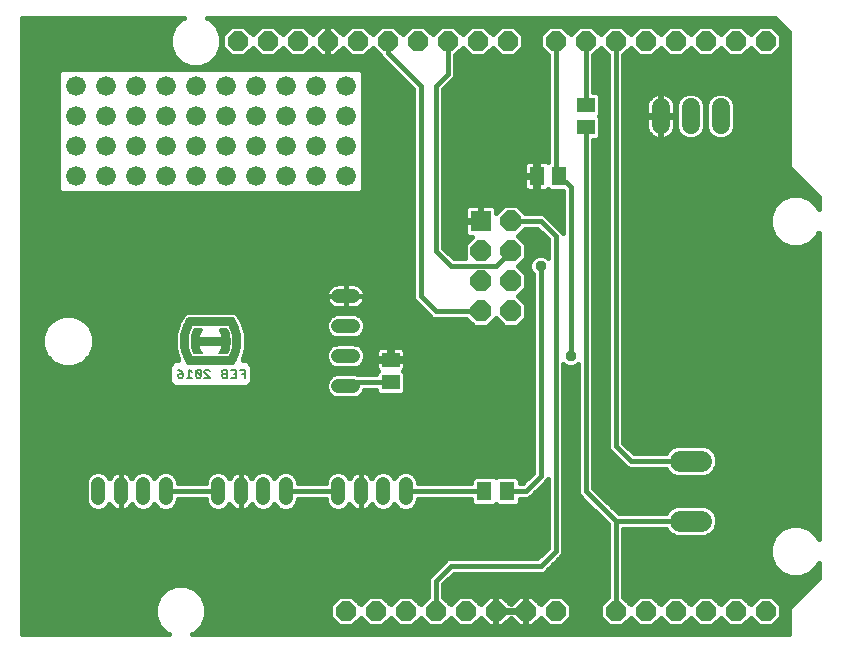
<source format=gbl>
G04 This is an RS-274x file exported by *
G04 gerbv version 2.6.1 *
G04 More information is available about gerbv at *
G04 http://gerbv.geda-project.org/ *
G04 --End of header info--*
%MOIN*%
%FSLAX34Y34*%
%IPPOS*%
G04 --Define apertures--*
%ADD10C,0.0050*%
%AMMACRO11*
5,1,8,0.000000,0.000000,0.071438,22.500000*
%
%ADD11MACRO11*%
%ADD12C,0.0472*%
%ADD13R,0.0700X0.0700*%
%AMMACRO14*
5,1,8,0.000000,0.000000,0.075767,22.500000*
%
%ADD14MACRO14*%
%ADD15R,0.1280X0.0190*%
%ADD16R,0.1300X0.0190*%
%ADD17R,0.0790X0.0190*%
%ADD18R,0.0591X0.0512*%
%ADD19R,0.0630X0.0512*%
%ADD20R,0.0512X0.0630*%
%ADD21C,0.0709*%
%ADD22C,0.0600*%
%ADD23C,0.0160*%
%ADD24C,0.0376*%
%ADD25C,0.0660*%
G04 --Start main section--*
G54D10*
G01X0007715Y0009275D02*
G01X0007670Y0009320D01*
G01X0007670Y0009320D02*
G01X0007670Y0009365D01*
G01X0007670Y0009365D02*
G01X0007715Y0009410D01*
G01X0007715Y0009410D02*
G01X0007851Y0009410D01*
G01X0007851Y0009410D02*
G01X0007851Y0009320D01*
G01X0007851Y0009320D02*
G01X0007806Y0009275D01*
G01X0007806Y0009275D02*
G01X0007715Y0009275D01*
G01X0007851Y0009410D02*
G01X0007761Y0009500D01*
G01X0007761Y0009500D02*
G01X0007670Y0009545D01*
G01X0008055Y0009545D02*
G01X0008055Y0009275D01*
G01X0007965Y0009275D02*
G01X0008145Y0009275D01*
G01X0008260Y0009320D02*
G01X0008305Y0009275D01*
G01X0008305Y0009275D02*
G01X0008395Y0009275D01*
G01X0008395Y0009275D02*
G01X0008440Y0009320D01*
G01X0008440Y0009320D02*
G01X0008260Y0009500D01*
G01X0008260Y0009500D02*
G01X0008260Y0009320D01*
G01X0008145Y0009455D02*
G01X0008055Y0009545D01*
G01X0008060Y0009740D02*
G01X0008109Y0009740D01*
G01X0008109Y0009740D02*
G01X0008159Y0009740D01*
G01X0008159Y0009740D02*
G01X0008210Y0009740D01*
G01X0008210Y0009740D02*
G01X0009310Y0009740D01*
G01X0009310Y0009740D02*
G01X0009360Y0009740D01*
G01X0009360Y0009740D02*
G01X0009410Y0009740D01*
G01X0009410Y0009740D02*
G01X0009460Y0009740D01*
G01X0009460Y0009740D02*
G01X0009510Y0009740D01*
G01X0009438Y0009545D02*
G01X0009619Y0009545D01*
G01X0009619Y0009545D02*
G01X0009619Y0009275D01*
G01X0009619Y0009275D02*
G01X0009438Y0009275D01*
G01X0009324Y0009275D02*
G01X0009324Y0009545D01*
G01X0009324Y0009545D02*
G01X0009189Y0009545D01*
G01X0009189Y0009545D02*
G01X0009144Y0009500D01*
G01X0009144Y0009500D02*
G01X0009144Y0009455D01*
G01X0009144Y0009455D02*
G01X0009189Y0009410D01*
G01X0009189Y0009410D02*
G01X0009324Y0009410D01*
G01X0009189Y0009410D02*
G01X0009144Y0009365D01*
G01X0009144Y0009365D02*
G01X0009144Y0009320D01*
G01X0009144Y0009320D02*
G01X0009189Y0009275D01*
G01X0009189Y0009275D02*
G01X0009324Y0009275D01*
G01X0009528Y0009410D02*
G01X0009619Y0009410D01*
G01X0009733Y0009545D02*
G01X0009913Y0009545D01*
G01X0009913Y0009545D02*
G01X0009913Y0009275D01*
G01X0009913Y0009410D02*
G01X0009823Y0009410D01*
G01X0009390Y0009970D02*
G01X0008129Y0009970D01*
G01X0008220Y0010090D02*
G01X0008270Y0010090D01*
G01X0008270Y0010090D02*
G01X0008320Y0010090D01*
G01X0008320Y0010090D02*
G01X0008370Y0010090D01*
G01X0008370Y0010090D02*
G01X0008420Y0010090D01*
G01X0008420Y0010090D02*
G01X0008470Y0010090D01*
G01X0008380Y0010380D02*
G01X0009150Y0010380D01*
G01X0008320Y0010090D02*
G01X0008310Y0010110D01*
G01X0008310Y0010110D02*
G01X0008301Y0010131D01*
G01X0008301Y0010131D02*
G01X0008293Y0010152D01*
G01X0008293Y0010152D02*
G01X0008285Y0010172D01*
G01X0008285Y0010172D02*
G01X0008277Y0010194D01*
G01X0008277Y0010194D02*
G01X0008271Y0010215D01*
G01X0008271Y0010215D02*
G01X0008264Y0010236D01*
G01X0008264Y0010236D02*
G01X0008258Y0010258D01*
G01X0008258Y0010258D02*
G01X0008253Y0010279D01*
G01X0008253Y0010279D02*
G01X0008248Y0010301D01*
G01X0008248Y0010301D02*
G01X0008244Y0010323D01*
G01X0008244Y0010323D02*
G01X0008240Y0010345D01*
G01X0008240Y0010345D02*
G01X0008237Y0010367D01*
G01X0008237Y0010367D02*
G01X0008234Y0010390D01*
G01X0008234Y0010390D02*
G01X0008232Y0010412D01*
G01X0008232Y0010412D02*
G01X0008230Y0010434D01*
G01X0008230Y0010434D02*
G01X0008229Y0010457D01*
G01X0008229Y0010457D02*
G01X0008229Y0010479D01*
G01X0008229Y0010479D02*
G01X0008229Y0010501D01*
G01X0008229Y0010501D02*
G01X0008229Y0010523D01*
G01X0008229Y0010523D02*
G01X0008230Y0010546D01*
G01X0008230Y0010546D02*
G01X0008232Y0010568D01*
G01X0008232Y0010568D02*
G01X0008234Y0010590D01*
G01X0008234Y0010590D02*
G01X0008237Y0010613D01*
G01X0008237Y0010613D02*
G01X0008240Y0010635D01*
G01X0008240Y0010635D02*
G01X0008244Y0010657D01*
G01X0008244Y0010657D02*
G01X0008248Y0010679D01*
G01X0008248Y0010679D02*
G01X0008253Y0010701D01*
G01X0008253Y0010701D02*
G01X0008258Y0010722D01*
G01X0008258Y0010722D02*
G01X0008264Y0010744D01*
G01X0008264Y0010744D02*
G01X0008271Y0010765D01*
G01X0008271Y0010765D02*
G01X0008277Y0010787D01*
G01X0008277Y0010787D02*
G01X0008285Y0010808D01*
G01X0008285Y0010808D02*
G01X0008293Y0010829D01*
G01X0008293Y0010829D02*
G01X0008301Y0010849D01*
G01X0008301Y0010849D02*
G01X0008310Y0010870D01*
G01X0008310Y0010870D02*
G01X0008320Y0010890D01*
G01X0008320Y0010890D02*
G01X0008270Y0010890D01*
G01X0008270Y0010890D02*
G01X0008220Y0010890D01*
G01X0008320Y0010890D02*
G01X0008370Y0010890D01*
G01X0008370Y0010890D02*
G01X0008430Y0010890D01*
G01X0008430Y0010890D02*
G01X0008480Y0010890D01*
G01X0008380Y0010610D02*
G01X0009150Y0010610D01*
G01X0008059Y0011250D02*
G01X0008042Y0011223D01*
G01X0008042Y0011223D02*
G01X0008024Y0011196D01*
G01X0008024Y0011196D02*
G01X0008008Y0011169D01*
G01X0008008Y0011169D02*
G01X0007992Y0011141D01*
G01X0007992Y0011141D02*
G01X0007976Y0011113D01*
G01X0007976Y0011113D02*
G01X0007962Y0011084D01*
G01X0007962Y0011084D02*
G01X0007948Y0011055D01*
G01X0007948Y0011055D02*
G01X0007934Y0011026D01*
G01X0007934Y0011026D02*
G01X0007922Y0010996D01*
G01X0007922Y0010996D02*
G01X0007910Y0010966D01*
G01X0007910Y0010966D02*
G01X0007899Y0010936D01*
G01X0007899Y0010936D02*
G01X0007889Y0010906D01*
G01X0007889Y0010906D02*
G01X0007879Y0010875D01*
G01X0007879Y0010875D02*
G01X0007870Y0010844D01*
G01X0007870Y0010844D02*
G01X0007862Y0010813D01*
G01X0007862Y0010813D02*
G01X0007855Y0010782D01*
G01X0007855Y0010782D02*
G01X0007848Y0010750D01*
G01X0007848Y0010750D02*
G01X0007842Y0010719D01*
G01X0007842Y0010719D02*
G01X0007837Y0010687D01*
G01X0007837Y0010687D02*
G01X0007833Y0010655D01*
G01X0007833Y0010655D02*
G01X0007830Y0010623D01*
G01X0007830Y0010623D02*
G01X0007827Y0010591D01*
G01X0007827Y0010591D02*
G01X0007825Y0010559D01*
G01X0007825Y0010559D02*
G01X0007824Y0010527D01*
G01X0007824Y0010527D02*
G01X0007823Y0010495D01*
G01X0007823Y0010495D02*
G01X0007824Y0010463D01*
G01X0007824Y0010463D02*
G01X0007825Y0010431D01*
G01X0007825Y0010431D02*
G01X0007827Y0010399D01*
G01X0007827Y0010399D02*
G01X0007830Y0010367D01*
G01X0007830Y0010367D02*
G01X0007833Y0010335D01*
G01X0007833Y0010335D02*
G01X0007837Y0010303D01*
G01X0007837Y0010303D02*
G01X0007842Y0010271D01*
G01X0007842Y0010271D02*
G01X0007848Y0010240D01*
G01X0007848Y0010240D02*
G01X0007855Y0010208D01*
G01X0007855Y0010208D02*
G01X0007862Y0010177D01*
G01X0007862Y0010177D02*
G01X0007870Y0010146D01*
G01X0007870Y0010146D02*
G01X0007879Y0010115D01*
G01X0007879Y0010115D02*
G01X0007889Y0010084D01*
G01X0007889Y0010084D02*
G01X0007899Y0010054D01*
G01X0007899Y0010054D02*
G01X0007910Y0010024D01*
G01X0007910Y0010024D02*
G01X0007922Y0009994D01*
G01X0007922Y0009994D02*
G01X0007934Y0009964D01*
G01X0007934Y0009964D02*
G01X0007948Y0009935D01*
G01X0007948Y0009935D02*
G01X0007962Y0009906D01*
G01X0007962Y0009906D02*
G01X0007976Y0009877D01*
G01X0007976Y0009877D02*
G01X0007992Y0009849D01*
G01X0007992Y0009849D02*
G01X0008008Y0009821D01*
G01X0008008Y0009821D02*
G01X0008024Y0009794D01*
G01X0008024Y0009794D02*
G01X0008042Y0009767D01*
G01X0008042Y0009767D02*
G01X0008059Y0009740D01*
G01X0008060Y0009740D02*
G01X0008010Y0009740D01*
G01X0008260Y0009500D02*
G01X0008305Y0009545D01*
G01X0008305Y0009545D02*
G01X0008395Y0009545D01*
G01X0008395Y0009545D02*
G01X0008440Y0009500D01*
G01X0008440Y0009500D02*
G01X0008440Y0009320D01*
G01X0008554Y0009275D02*
G01X0008735Y0009275D01*
G01X0008735Y0009275D02*
G01X0008554Y0009455D01*
G01X0008554Y0009455D02*
G01X0008554Y0009500D01*
G01X0008554Y0009500D02*
G01X0008599Y0009545D01*
G01X0008599Y0009545D02*
G01X0008690Y0009545D01*
G01X0008690Y0009545D02*
G01X0008735Y0009500D01*
G01X0009050Y0010090D02*
G01X0009100Y0010090D01*
G01X0009100Y0010090D02*
G01X0009160Y0010090D01*
G01X0009160Y0010090D02*
G01X0009210Y0010090D01*
G01X0009210Y0010090D02*
G01X0009260Y0010090D01*
G01X0009260Y0010090D02*
G01X0009310Y0010090D01*
G01X0008209Y0009740D02*
G01X0008192Y0009767D01*
G01X0008192Y0009767D02*
G01X0008174Y0009794D01*
G01X0008174Y0009794D02*
G01X0008158Y0009821D01*
G01X0008158Y0009821D02*
G01X0008142Y0009849D01*
G01X0008142Y0009849D02*
G01X0008126Y0009877D01*
G01X0008126Y0009877D02*
G01X0008112Y0009906D01*
G01X0008112Y0009906D02*
G01X0008098Y0009935D01*
G01X0008098Y0009935D02*
G01X0008084Y0009964D01*
G01X0008084Y0009964D02*
G01X0008072Y0009994D01*
G01X0008072Y0009994D02*
G01X0008060Y0010024D01*
G01X0008060Y0010024D02*
G01X0008049Y0010054D01*
G01X0008049Y0010054D02*
G01X0008039Y0010084D01*
G01X0008039Y0010084D02*
G01X0008029Y0010115D01*
G01X0008029Y0010115D02*
G01X0008020Y0010146D01*
G01X0008020Y0010146D02*
G01X0008012Y0010177D01*
G01X0008012Y0010177D02*
G01X0008005Y0010208D01*
G01X0008005Y0010208D02*
G01X0007998Y0010240D01*
G01X0007998Y0010240D02*
G01X0007992Y0010271D01*
G01X0007992Y0010271D02*
G01X0007987Y0010303D01*
G01X0007987Y0010303D02*
G01X0007983Y0010335D01*
G01X0007983Y0010335D02*
G01X0007980Y0010367D01*
G01X0007980Y0010367D02*
G01X0007977Y0010399D01*
G01X0007977Y0010399D02*
G01X0007975Y0010431D01*
G01X0007975Y0010431D02*
G01X0007974Y0010463D01*
G01X0007974Y0010463D02*
G01X0007973Y0010495D01*
G01X0007973Y0010495D02*
G01X0007974Y0010527D01*
G01X0007974Y0010527D02*
G01X0007975Y0010559D01*
G01X0007975Y0010559D02*
G01X0007977Y0010591D01*
G01X0007977Y0010591D02*
G01X0007980Y0010623D01*
G01X0007980Y0010623D02*
G01X0007983Y0010655D01*
G01X0007983Y0010655D02*
G01X0007987Y0010687D01*
G01X0007987Y0010687D02*
G01X0007992Y0010719D01*
G01X0007992Y0010719D02*
G01X0007998Y0010750D01*
G01X0007998Y0010750D02*
G01X0008005Y0010782D01*
G01X0008005Y0010782D02*
G01X0008012Y0010813D01*
G01X0008012Y0010813D02*
G01X0008020Y0010844D01*
G01X0008020Y0010844D02*
G01X0008029Y0010875D01*
G01X0008029Y0010875D02*
G01X0008039Y0010906D01*
G01X0008039Y0010906D02*
G01X0008049Y0010936D01*
G01X0008049Y0010936D02*
G01X0008060Y0010966D01*
G01X0008060Y0010966D02*
G01X0008072Y0010996D01*
G01X0008072Y0010996D02*
G01X0008084Y0011026D01*
G01X0008084Y0011026D02*
G01X0008098Y0011055D01*
G01X0008098Y0011055D02*
G01X0008112Y0011084D01*
G01X0008112Y0011084D02*
G01X0008126Y0011113D01*
G01X0008126Y0011113D02*
G01X0008142Y0011141D01*
G01X0008142Y0011141D02*
G01X0008158Y0011169D01*
G01X0008158Y0011169D02*
G01X0008174Y0011196D01*
G01X0008174Y0011196D02*
G01X0008192Y0011223D01*
G01X0008192Y0011223D02*
G01X0008209Y0011250D01*
G01X0008210Y0011250D02*
G01X0008159Y0011250D01*
G01X0008159Y0011250D02*
G01X0008109Y0011250D01*
G01X0008109Y0011250D02*
G01X0008060Y0011250D01*
G01X0008060Y0011250D02*
G01X0008010Y0011250D01*
G01X0008210Y0011250D02*
G01X0009310Y0011250D01*
G01X0009310Y0011250D02*
G01X0009360Y0011250D01*
G01X0009360Y0011250D02*
G01X0009410Y0011250D01*
G01X0009410Y0011250D02*
G01X0009460Y0011250D01*
G01X0009460Y0011250D02*
G01X0009510Y0011250D01*
G01X0009390Y0011020D02*
G01X0008129Y0011020D01*
G01X0009310Y0011250D02*
G01X0009328Y0011223D01*
G01X0009328Y0011223D02*
G01X0009345Y0011196D01*
G01X0009345Y0011196D02*
G01X0009362Y0011169D01*
G01X0009362Y0011169D02*
G01X0009378Y0011141D01*
G01X0009378Y0011141D02*
G01X0009393Y0011113D01*
G01X0009393Y0011113D02*
G01X0009408Y0011084D01*
G01X0009408Y0011084D02*
G01X0009421Y0011055D01*
G01X0009421Y0011055D02*
G01X0009435Y0011026D01*
G01X0009435Y0011026D02*
G01X0009447Y0010996D01*
G01X0009447Y0010996D02*
G01X0009459Y0010966D01*
G01X0009459Y0010966D02*
G01X0009470Y0010936D01*
G01X0009470Y0010936D02*
G01X0009480Y0010906D01*
G01X0009480Y0010906D02*
G01X0009490Y0010875D01*
G01X0009490Y0010875D02*
G01X0009499Y0010844D01*
G01X0009499Y0010844D02*
G01X0009507Y0010813D01*
G01X0009507Y0010813D02*
G01X0009514Y0010782D01*
G01X0009514Y0010782D02*
G01X0009521Y0010750D01*
G01X0009521Y0010750D02*
G01X0009527Y0010719D01*
G01X0009527Y0010719D02*
G01X0009532Y0010687D01*
G01X0009532Y0010687D02*
G01X0009536Y0010655D01*
G01X0009536Y0010655D02*
G01X0009539Y0010623D01*
G01X0009539Y0010623D02*
G01X0009542Y0010591D01*
G01X0009542Y0010591D02*
G01X0009544Y0010559D01*
G01X0009544Y0010559D02*
G01X0009545Y0010527D01*
G01X0009545Y0010527D02*
G01X0009546Y0010495D01*
G01X0009546Y0010495D02*
G01X0009545Y0010463D01*
G01X0009545Y0010463D02*
G01X0009544Y0010431D01*
G01X0009544Y0010431D02*
G01X0009542Y0010399D01*
G01X0009542Y0010399D02*
G01X0009539Y0010367D01*
G01X0009539Y0010367D02*
G01X0009536Y0010335D01*
G01X0009536Y0010335D02*
G01X0009532Y0010303D01*
G01X0009532Y0010303D02*
G01X0009527Y0010271D01*
G01X0009527Y0010271D02*
G01X0009521Y0010240D01*
G01X0009521Y0010240D02*
G01X0009514Y0010208D01*
G01X0009514Y0010208D02*
G01X0009507Y0010177D01*
G01X0009507Y0010177D02*
G01X0009499Y0010146D01*
G01X0009499Y0010146D02*
G01X0009490Y0010115D01*
G01X0009490Y0010115D02*
G01X0009480Y0010084D01*
G01X0009480Y0010084D02*
G01X0009470Y0010054D01*
G01X0009470Y0010054D02*
G01X0009459Y0010024D01*
G01X0009459Y0010024D02*
G01X0009447Y0009994D01*
G01X0009447Y0009994D02*
G01X0009435Y0009964D01*
G01X0009435Y0009964D02*
G01X0009421Y0009935D01*
G01X0009421Y0009935D02*
G01X0009408Y0009906D01*
G01X0009408Y0009906D02*
G01X0009393Y0009877D01*
G01X0009393Y0009877D02*
G01X0009378Y0009849D01*
G01X0009378Y0009849D02*
G01X0009362Y0009821D01*
G01X0009362Y0009821D02*
G01X0009345Y0009794D01*
G01X0009345Y0009794D02*
G01X0009328Y0009767D01*
G01X0009328Y0009767D02*
G01X0009310Y0009740D01*
G01X0008370Y0010090D02*
G01X0008360Y0010110D01*
G01X0008360Y0010110D02*
G01X0008351Y0010131D01*
G01X0008351Y0010131D02*
G01X0008343Y0010152D01*
G01X0008343Y0010152D02*
G01X0008335Y0010172D01*
G01X0008335Y0010172D02*
G01X0008327Y0010194D01*
G01X0008327Y0010194D02*
G01X0008321Y0010215D01*
G01X0008321Y0010215D02*
G01X0008314Y0010236D01*
G01X0008314Y0010236D02*
G01X0008308Y0010258D01*
G01X0008308Y0010258D02*
G01X0008303Y0010279D01*
G01X0008303Y0010279D02*
G01X0008298Y0010301D01*
G01X0008298Y0010301D02*
G01X0008294Y0010323D01*
G01X0008294Y0010323D02*
G01X0008290Y0010345D01*
G01X0008290Y0010345D02*
G01X0008287Y0010367D01*
G01X0008287Y0010367D02*
G01X0008284Y0010390D01*
G01X0008284Y0010390D02*
G01X0008282Y0010412D01*
G01X0008282Y0010412D02*
G01X0008280Y0010434D01*
G01X0008280Y0010434D02*
G01X0008279Y0010457D01*
G01X0008279Y0010457D02*
G01X0008279Y0010479D01*
G01X0008279Y0010479D02*
G01X0008279Y0010501D01*
G01X0008279Y0010501D02*
G01X0008279Y0010523D01*
G01X0008279Y0010523D02*
G01X0008280Y0010546D01*
G01X0008280Y0010546D02*
G01X0008282Y0010568D01*
G01X0008282Y0010568D02*
G01X0008284Y0010590D01*
G01X0008284Y0010590D02*
G01X0008287Y0010613D01*
G01X0008287Y0010613D02*
G01X0008290Y0010635D01*
G01X0008290Y0010635D02*
G01X0008294Y0010657D01*
G01X0008294Y0010657D02*
G01X0008298Y0010679D01*
G01X0008298Y0010679D02*
G01X0008303Y0010701D01*
G01X0008303Y0010701D02*
G01X0008308Y0010722D01*
G01X0008308Y0010722D02*
G01X0008314Y0010744D01*
G01X0008314Y0010744D02*
G01X0008321Y0010765D01*
G01X0008321Y0010765D02*
G01X0008327Y0010787D01*
G01X0008327Y0010787D02*
G01X0008335Y0010808D01*
G01X0008335Y0010808D02*
G01X0008343Y0010829D01*
G01X0008343Y0010829D02*
G01X0008351Y0010849D01*
G01X0008351Y0010849D02*
G01X0008360Y0010870D01*
G01X0008360Y0010870D02*
G01X0008370Y0010890D01*
G01X0009460Y0011250D02*
G01X0009478Y0011223D01*
G01X0009478Y0011223D02*
G01X0009495Y0011196D01*
G01X0009495Y0011196D02*
G01X0009512Y0011169D01*
G01X0009512Y0011169D02*
G01X0009528Y0011141D01*
G01X0009528Y0011141D02*
G01X0009543Y0011113D01*
G01X0009543Y0011113D02*
G01X0009558Y0011084D01*
G01X0009558Y0011084D02*
G01X0009571Y0011055D01*
G01X0009571Y0011055D02*
G01X0009585Y0011026D01*
G01X0009585Y0011026D02*
G01X0009597Y0010996D01*
G01X0009597Y0010996D02*
G01X0009609Y0010966D01*
G01X0009609Y0010966D02*
G01X0009620Y0010936D01*
G01X0009620Y0010936D02*
G01X0009630Y0010906D01*
G01X0009630Y0010906D02*
G01X0009640Y0010875D01*
G01X0009640Y0010875D02*
G01X0009649Y0010844D01*
G01X0009649Y0010844D02*
G01X0009657Y0010813D01*
G01X0009657Y0010813D02*
G01X0009664Y0010782D01*
G01X0009664Y0010782D02*
G01X0009671Y0010750D01*
G01X0009671Y0010750D02*
G01X0009677Y0010719D01*
G01X0009677Y0010719D02*
G01X0009682Y0010687D01*
G01X0009682Y0010687D02*
G01X0009686Y0010655D01*
G01X0009686Y0010655D02*
G01X0009689Y0010623D01*
G01X0009689Y0010623D02*
G01X0009692Y0010591D01*
G01X0009692Y0010591D02*
G01X0009694Y0010559D01*
G01X0009694Y0010559D02*
G01X0009695Y0010527D01*
G01X0009695Y0010527D02*
G01X0009696Y0010495D01*
G01X0009696Y0010495D02*
G01X0009695Y0010463D01*
G01X0009695Y0010463D02*
G01X0009694Y0010431D01*
G01X0009694Y0010431D02*
G01X0009692Y0010399D01*
G01X0009692Y0010399D02*
G01X0009689Y0010367D01*
G01X0009689Y0010367D02*
G01X0009686Y0010335D01*
G01X0009686Y0010335D02*
G01X0009682Y0010303D01*
G01X0009682Y0010303D02*
G01X0009677Y0010271D01*
G01X0009677Y0010271D02*
G01X0009671Y0010240D01*
G01X0009671Y0010240D02*
G01X0009664Y0010208D01*
G01X0009664Y0010208D02*
G01X0009657Y0010177D01*
G01X0009657Y0010177D02*
G01X0009649Y0010146D01*
G01X0009649Y0010146D02*
G01X0009640Y0010115D01*
G01X0009640Y0010115D02*
G01X0009630Y0010084D01*
G01X0009630Y0010084D02*
G01X0009620Y0010054D01*
G01X0009620Y0010054D02*
G01X0009609Y0010024D01*
G01X0009609Y0010024D02*
G01X0009597Y0009994D01*
G01X0009597Y0009994D02*
G01X0009585Y0009964D01*
G01X0009585Y0009964D02*
G01X0009571Y0009935D01*
G01X0009571Y0009935D02*
G01X0009558Y0009906D01*
G01X0009558Y0009906D02*
G01X0009543Y0009877D01*
G01X0009543Y0009877D02*
G01X0009528Y0009849D01*
G01X0009528Y0009849D02*
G01X0009512Y0009821D01*
G01X0009512Y0009821D02*
G01X0009495Y0009794D01*
G01X0009495Y0009794D02*
G01X0009478Y0009767D01*
G01X0009478Y0009767D02*
G01X0009460Y0009740D01*
G01X0008159Y0009740D02*
G01X0008142Y0009767D01*
G01X0008142Y0009767D02*
G01X0008124Y0009794D01*
G01X0008124Y0009794D02*
G01X0008108Y0009821D01*
G01X0008108Y0009821D02*
G01X0008092Y0009849D01*
G01X0008092Y0009849D02*
G01X0008076Y0009877D01*
G01X0008076Y0009877D02*
G01X0008062Y0009906D01*
G01X0008062Y0009906D02*
G01X0008048Y0009935D01*
G01X0008048Y0009935D02*
G01X0008034Y0009964D01*
G01X0008034Y0009964D02*
G01X0008022Y0009994D01*
G01X0008022Y0009994D02*
G01X0008010Y0010024D01*
G01X0008010Y0010024D02*
G01X0007999Y0010054D01*
G01X0007999Y0010054D02*
G01X0007989Y0010084D01*
G01X0007989Y0010084D02*
G01X0007979Y0010115D01*
G01X0007979Y0010115D02*
G01X0007970Y0010146D01*
G01X0007970Y0010146D02*
G01X0007962Y0010177D01*
G01X0007962Y0010177D02*
G01X0007955Y0010208D01*
G01X0007955Y0010208D02*
G01X0007948Y0010240D01*
G01X0007948Y0010240D02*
G01X0007942Y0010271D01*
G01X0007942Y0010271D02*
G01X0007937Y0010303D01*
G01X0007937Y0010303D02*
G01X0007933Y0010335D01*
G01X0007933Y0010335D02*
G01X0007930Y0010367D01*
G01X0007930Y0010367D02*
G01X0007927Y0010399D01*
G01X0007927Y0010399D02*
G01X0007925Y0010431D01*
G01X0007925Y0010431D02*
G01X0007924Y0010463D01*
G01X0007924Y0010463D02*
G01X0007923Y0010495D01*
G01X0007923Y0010495D02*
G01X0007924Y0010527D01*
G01X0007924Y0010527D02*
G01X0007925Y0010559D01*
G01X0007925Y0010559D02*
G01X0007927Y0010591D01*
G01X0007927Y0010591D02*
G01X0007930Y0010623D01*
G01X0007930Y0010623D02*
G01X0007933Y0010655D01*
G01X0007933Y0010655D02*
G01X0007937Y0010687D01*
G01X0007937Y0010687D02*
G01X0007942Y0010719D01*
G01X0007942Y0010719D02*
G01X0007948Y0010750D01*
G01X0007948Y0010750D02*
G01X0007955Y0010782D01*
G01X0007955Y0010782D02*
G01X0007962Y0010813D01*
G01X0007962Y0010813D02*
G01X0007970Y0010844D01*
G01X0007970Y0010844D02*
G01X0007979Y0010875D01*
G01X0007979Y0010875D02*
G01X0007989Y0010906D01*
G01X0007989Y0010906D02*
G01X0007999Y0010936D01*
G01X0007999Y0010936D02*
G01X0008010Y0010966D01*
G01X0008010Y0010966D02*
G01X0008022Y0010996D01*
G01X0008022Y0010996D02*
G01X0008034Y0011026D01*
G01X0008034Y0011026D02*
G01X0008048Y0011055D01*
G01X0008048Y0011055D02*
G01X0008062Y0011084D01*
G01X0008062Y0011084D02*
G01X0008076Y0011113D01*
G01X0008076Y0011113D02*
G01X0008092Y0011141D01*
G01X0008092Y0011141D02*
G01X0008108Y0011169D01*
G01X0008108Y0011169D02*
G01X0008124Y0011196D01*
G01X0008124Y0011196D02*
G01X0008142Y0011223D01*
G01X0008142Y0011223D02*
G01X0008159Y0011250D01*
G01X0009360Y0011250D02*
G01X0009378Y0011223D01*
G01X0009378Y0011223D02*
G01X0009395Y0011196D01*
G01X0009395Y0011196D02*
G01X0009412Y0011169D01*
G01X0009412Y0011169D02*
G01X0009428Y0011141D01*
G01X0009428Y0011141D02*
G01X0009443Y0011113D01*
G01X0009443Y0011113D02*
G01X0009458Y0011084D01*
G01X0009458Y0011084D02*
G01X0009471Y0011055D01*
G01X0009471Y0011055D02*
G01X0009485Y0011026D01*
G01X0009485Y0011026D02*
G01X0009497Y0010996D01*
G01X0009497Y0010996D02*
G01X0009509Y0010966D01*
G01X0009509Y0010966D02*
G01X0009520Y0010936D01*
G01X0009520Y0010936D02*
G01X0009530Y0010906D01*
G01X0009530Y0010906D02*
G01X0009540Y0010875D01*
G01X0009540Y0010875D02*
G01X0009549Y0010844D01*
G01X0009549Y0010844D02*
G01X0009557Y0010813D01*
G01X0009557Y0010813D02*
G01X0009564Y0010782D01*
G01X0009564Y0010782D02*
G01X0009571Y0010750D01*
G01X0009571Y0010750D02*
G01X0009577Y0010719D01*
G01X0009577Y0010719D02*
G01X0009582Y0010687D01*
G01X0009582Y0010687D02*
G01X0009586Y0010655D01*
G01X0009586Y0010655D02*
G01X0009589Y0010623D01*
G01X0009589Y0010623D02*
G01X0009592Y0010591D01*
G01X0009592Y0010591D02*
G01X0009594Y0010559D01*
G01X0009594Y0010559D02*
G01X0009595Y0010527D01*
G01X0009595Y0010527D02*
G01X0009596Y0010495D01*
G01X0009596Y0010495D02*
G01X0009595Y0010463D01*
G01X0009595Y0010463D02*
G01X0009594Y0010431D01*
G01X0009594Y0010431D02*
G01X0009592Y0010399D01*
G01X0009592Y0010399D02*
G01X0009589Y0010367D01*
G01X0009589Y0010367D02*
G01X0009586Y0010335D01*
G01X0009586Y0010335D02*
G01X0009582Y0010303D01*
G01X0009582Y0010303D02*
G01X0009577Y0010271D01*
G01X0009577Y0010271D02*
G01X0009571Y0010240D01*
G01X0009571Y0010240D02*
G01X0009564Y0010208D01*
G01X0009564Y0010208D02*
G01X0009557Y0010177D01*
G01X0009557Y0010177D02*
G01X0009549Y0010146D01*
G01X0009549Y0010146D02*
G01X0009540Y0010115D01*
G01X0009540Y0010115D02*
G01X0009530Y0010084D01*
G01X0009530Y0010084D02*
G01X0009520Y0010054D01*
G01X0009520Y0010054D02*
G01X0009509Y0010024D01*
G01X0009509Y0010024D02*
G01X0009497Y0009994D01*
G01X0009497Y0009994D02*
G01X0009485Y0009964D01*
G01X0009485Y0009964D02*
G01X0009471Y0009935D01*
G01X0009471Y0009935D02*
G01X0009458Y0009906D01*
G01X0009458Y0009906D02*
G01X0009443Y0009877D01*
G01X0009443Y0009877D02*
G01X0009428Y0009849D01*
G01X0009428Y0009849D02*
G01X0009412Y0009821D01*
G01X0009412Y0009821D02*
G01X0009395Y0009794D01*
G01X0009395Y0009794D02*
G01X0009378Y0009767D01*
G01X0009378Y0009767D02*
G01X0009360Y0009740D01*
G01X0008109Y0009740D02*
G01X0008092Y0009767D01*
G01X0008092Y0009767D02*
G01X0008074Y0009794D01*
G01X0008074Y0009794D02*
G01X0008058Y0009821D01*
G01X0008058Y0009821D02*
G01X0008042Y0009849D01*
G01X0008042Y0009849D02*
G01X0008026Y0009877D01*
G01X0008026Y0009877D02*
G01X0008012Y0009906D01*
G01X0008012Y0009906D02*
G01X0007998Y0009935D01*
G01X0007998Y0009935D02*
G01X0007984Y0009964D01*
G01X0007984Y0009964D02*
G01X0007972Y0009994D01*
G01X0007972Y0009994D02*
G01X0007960Y0010024D01*
G01X0007960Y0010024D02*
G01X0007949Y0010054D01*
G01X0007949Y0010054D02*
G01X0007939Y0010084D01*
G01X0007939Y0010084D02*
G01X0007929Y0010115D01*
G01X0007929Y0010115D02*
G01X0007920Y0010146D01*
G01X0007920Y0010146D02*
G01X0007912Y0010177D01*
G01X0007912Y0010177D02*
G01X0007905Y0010208D01*
G01X0007905Y0010208D02*
G01X0007898Y0010240D01*
G01X0007898Y0010240D02*
G01X0007892Y0010271D01*
G01X0007892Y0010271D02*
G01X0007887Y0010303D01*
G01X0007887Y0010303D02*
G01X0007883Y0010335D01*
G01X0007883Y0010335D02*
G01X0007880Y0010367D01*
G01X0007880Y0010367D02*
G01X0007877Y0010399D01*
G01X0007877Y0010399D02*
G01X0007875Y0010431D01*
G01X0007875Y0010431D02*
G01X0007874Y0010463D01*
G01X0007874Y0010463D02*
G01X0007873Y0010495D01*
G01X0007873Y0010495D02*
G01X0007874Y0010527D01*
G01X0007874Y0010527D02*
G01X0007875Y0010559D01*
G01X0007875Y0010559D02*
G01X0007877Y0010591D01*
G01X0007877Y0010591D02*
G01X0007880Y0010623D01*
G01X0007880Y0010623D02*
G01X0007883Y0010655D01*
G01X0007883Y0010655D02*
G01X0007887Y0010687D01*
G01X0007887Y0010687D02*
G01X0007892Y0010719D01*
G01X0007892Y0010719D02*
G01X0007898Y0010750D01*
G01X0007898Y0010750D02*
G01X0007905Y0010782D01*
G01X0007905Y0010782D02*
G01X0007912Y0010813D01*
G01X0007912Y0010813D02*
G01X0007920Y0010844D01*
G01X0007920Y0010844D02*
G01X0007929Y0010875D01*
G01X0007929Y0010875D02*
G01X0007939Y0010906D01*
G01X0007939Y0010906D02*
G01X0007949Y0010936D01*
G01X0007949Y0010936D02*
G01X0007960Y0010966D01*
G01X0007960Y0010966D02*
G01X0007972Y0010996D01*
G01X0007972Y0010996D02*
G01X0007984Y0011026D01*
G01X0007984Y0011026D02*
G01X0007998Y0011055D01*
G01X0007998Y0011055D02*
G01X0008012Y0011084D01*
G01X0008012Y0011084D02*
G01X0008026Y0011113D01*
G01X0008026Y0011113D02*
G01X0008042Y0011141D01*
G01X0008042Y0011141D02*
G01X0008058Y0011169D01*
G01X0008058Y0011169D02*
G01X0008074Y0011196D01*
G01X0008074Y0011196D02*
G01X0008092Y0011223D01*
G01X0008092Y0011223D02*
G01X0008109Y0011250D01*
G01X0009410Y0011250D02*
G01X0009428Y0011223D01*
G01X0009428Y0011223D02*
G01X0009445Y0011196D01*
G01X0009445Y0011196D02*
G01X0009462Y0011169D01*
G01X0009462Y0011169D02*
G01X0009478Y0011141D01*
G01X0009478Y0011141D02*
G01X0009493Y0011113D01*
G01X0009493Y0011113D02*
G01X0009508Y0011084D01*
G01X0009508Y0011084D02*
G01X0009521Y0011055D01*
G01X0009521Y0011055D02*
G01X0009535Y0011026D01*
G01X0009535Y0011026D02*
G01X0009547Y0010996D01*
G01X0009547Y0010996D02*
G01X0009559Y0010966D01*
G01X0009559Y0010966D02*
G01X0009570Y0010936D01*
G01X0009570Y0010936D02*
G01X0009580Y0010906D01*
G01X0009580Y0010906D02*
G01X0009590Y0010875D01*
G01X0009590Y0010875D02*
G01X0009599Y0010844D01*
G01X0009599Y0010844D02*
G01X0009607Y0010813D01*
G01X0009607Y0010813D02*
G01X0009614Y0010782D01*
G01X0009614Y0010782D02*
G01X0009621Y0010750D01*
G01X0009621Y0010750D02*
G01X0009627Y0010719D01*
G01X0009627Y0010719D02*
G01X0009632Y0010687D01*
G01X0009632Y0010687D02*
G01X0009636Y0010655D01*
G01X0009636Y0010655D02*
G01X0009639Y0010623D01*
G01X0009639Y0010623D02*
G01X0009642Y0010591D01*
G01X0009642Y0010591D02*
G01X0009644Y0010559D01*
G01X0009644Y0010559D02*
G01X0009645Y0010527D01*
G01X0009645Y0010527D02*
G01X0009646Y0010495D01*
G01X0009646Y0010495D02*
G01X0009645Y0010463D01*
G01X0009645Y0010463D02*
G01X0009644Y0010431D01*
G01X0009644Y0010431D02*
G01X0009642Y0010399D01*
G01X0009642Y0010399D02*
G01X0009639Y0010367D01*
G01X0009639Y0010367D02*
G01X0009636Y0010335D01*
G01X0009636Y0010335D02*
G01X0009632Y0010303D01*
G01X0009632Y0010303D02*
G01X0009627Y0010271D01*
G01X0009627Y0010271D02*
G01X0009621Y0010240D01*
G01X0009621Y0010240D02*
G01X0009614Y0010208D01*
G01X0009614Y0010208D02*
G01X0009607Y0010177D01*
G01X0009607Y0010177D02*
G01X0009599Y0010146D01*
G01X0009599Y0010146D02*
G01X0009590Y0010115D01*
G01X0009590Y0010115D02*
G01X0009580Y0010084D01*
G01X0009580Y0010084D02*
G01X0009570Y0010054D01*
G01X0009570Y0010054D02*
G01X0009559Y0010024D01*
G01X0009559Y0010024D02*
G01X0009547Y0009994D01*
G01X0009547Y0009994D02*
G01X0009535Y0009964D01*
G01X0009535Y0009964D02*
G01X0009521Y0009935D01*
G01X0009521Y0009935D02*
G01X0009508Y0009906D01*
G01X0009508Y0009906D02*
G01X0009493Y0009877D01*
G01X0009493Y0009877D02*
G01X0009478Y0009849D01*
G01X0009478Y0009849D02*
G01X0009462Y0009821D01*
G01X0009462Y0009821D02*
G01X0009445Y0009794D01*
G01X0009445Y0009794D02*
G01X0009428Y0009767D01*
G01X0009428Y0009767D02*
G01X0009410Y0009740D01*
G01X0008270Y0010090D02*
G01X0008260Y0010110D01*
G01X0008260Y0010110D02*
G01X0008251Y0010131D01*
G01X0008251Y0010131D02*
G01X0008243Y0010152D01*
G01X0008243Y0010152D02*
G01X0008235Y0010172D01*
G01X0008235Y0010172D02*
G01X0008227Y0010194D01*
G01X0008227Y0010194D02*
G01X0008221Y0010215D01*
G01X0008221Y0010215D02*
G01X0008214Y0010236D01*
G01X0008214Y0010236D02*
G01X0008208Y0010258D01*
G01X0008208Y0010258D02*
G01X0008203Y0010279D01*
G01X0008203Y0010279D02*
G01X0008198Y0010301D01*
G01X0008198Y0010301D02*
G01X0008194Y0010323D01*
G01X0008194Y0010323D02*
G01X0008190Y0010345D01*
G01X0008190Y0010345D02*
G01X0008187Y0010367D01*
G01X0008187Y0010367D02*
G01X0008184Y0010390D01*
G01X0008184Y0010390D02*
G01X0008182Y0010412D01*
G01X0008182Y0010412D02*
G01X0008180Y0010434D01*
G01X0008180Y0010434D02*
G01X0008179Y0010457D01*
G01X0008179Y0010457D02*
G01X0008179Y0010479D01*
G01X0008179Y0010479D02*
G01X0008179Y0010501D01*
G01X0008179Y0010501D02*
G01X0008179Y0010523D01*
G01X0008179Y0010523D02*
G01X0008180Y0010546D01*
G01X0008180Y0010546D02*
G01X0008182Y0010568D01*
G01X0008182Y0010568D02*
G01X0008184Y0010590D01*
G01X0008184Y0010590D02*
G01X0008187Y0010613D01*
G01X0008187Y0010613D02*
G01X0008190Y0010635D01*
G01X0008190Y0010635D02*
G01X0008194Y0010657D01*
G01X0008194Y0010657D02*
G01X0008198Y0010679D01*
G01X0008198Y0010679D02*
G01X0008203Y0010701D01*
G01X0008203Y0010701D02*
G01X0008208Y0010722D01*
G01X0008208Y0010722D02*
G01X0008214Y0010744D01*
G01X0008214Y0010744D02*
G01X0008221Y0010765D01*
G01X0008221Y0010765D02*
G01X0008227Y0010787D01*
G01X0008227Y0010787D02*
G01X0008235Y0010808D01*
G01X0008235Y0010808D02*
G01X0008243Y0010829D01*
G01X0008243Y0010829D02*
G01X0008251Y0010849D01*
G01X0008251Y0010849D02*
G01X0008260Y0010870D01*
G01X0008260Y0010870D02*
G01X0008270Y0010890D01*
G01X0009160Y0010890D02*
G01X0009169Y0010870D01*
G01X0009169Y0010870D02*
G01X0009178Y0010849D01*
G01X0009178Y0010849D02*
G01X0009186Y0010829D01*
G01X0009186Y0010829D02*
G01X0009194Y0010808D01*
G01X0009194Y0010808D02*
G01X0009202Y0010787D01*
G01X0009202Y0010787D02*
G01X0009209Y0010765D01*
G01X0009209Y0010765D02*
G01X0009215Y0010744D01*
G01X0009215Y0010744D02*
G01X0009221Y0010722D01*
G01X0009221Y0010722D02*
G01X0009226Y0010701D01*
G01X0009226Y0010701D02*
G01X0009231Y0010679D01*
G01X0009231Y0010679D02*
G01X0009235Y0010657D01*
G01X0009235Y0010657D02*
G01X0009239Y0010635D01*
G01X0009239Y0010635D02*
G01X0009242Y0010613D01*
G01X0009242Y0010613D02*
G01X0009245Y0010590D01*
G01X0009245Y0010590D02*
G01X0009247Y0010568D01*
G01X0009247Y0010568D02*
G01X0009249Y0010546D01*
G01X0009249Y0010546D02*
G01X0009250Y0010523D01*
G01X0009250Y0010523D02*
G01X0009250Y0010501D01*
G01X0009250Y0010501D02*
G01X0009250Y0010479D01*
G01X0009250Y0010479D02*
G01X0009250Y0010457D01*
G01X0009250Y0010457D02*
G01X0009249Y0010434D01*
G01X0009249Y0010434D02*
G01X0009247Y0010412D01*
G01X0009247Y0010412D02*
G01X0009245Y0010390D01*
G01X0009245Y0010390D02*
G01X0009242Y0010367D01*
G01X0009242Y0010367D02*
G01X0009239Y0010345D01*
G01X0009239Y0010345D02*
G01X0009235Y0010323D01*
G01X0009235Y0010323D02*
G01X0009231Y0010301D01*
G01X0009231Y0010301D02*
G01X0009226Y0010279D01*
G01X0009226Y0010279D02*
G01X0009221Y0010258D01*
G01X0009221Y0010258D02*
G01X0009215Y0010236D01*
G01X0009215Y0010236D02*
G01X0009209Y0010215D01*
G01X0009209Y0010215D02*
G01X0009202Y0010194D01*
G01X0009202Y0010194D02*
G01X0009194Y0010172D01*
G01X0009194Y0010172D02*
G01X0009186Y0010152D01*
G01X0009186Y0010152D02*
G01X0009178Y0010131D01*
G01X0009178Y0010131D02*
G01X0009169Y0010110D01*
G01X0009169Y0010110D02*
G01X0009160Y0010090D01*
G01X0008470Y0010090D02*
G01X0008460Y0010105D01*
G01X0008460Y0010105D02*
G01X0008451Y0010119D01*
G01X0008451Y0010119D02*
G01X0008442Y0010134D01*
G01X0008442Y0010134D02*
G01X0008434Y0010150D01*
G01X0008434Y0010150D02*
G01X0008426Y0010165D01*
G01X0008426Y0010165D02*
G01X0008419Y0010181D01*
G01X0008419Y0010181D02*
G01X0008412Y0010197D01*
G01X0008412Y0010197D02*
G01X0008405Y0010212D01*
G01X0008405Y0010212D02*
G01X0008398Y0010229D01*
G01X0008398Y0010229D02*
G01X0008392Y0010245D01*
G01X0008392Y0010245D02*
G01X0008387Y0010261D01*
G01X0008387Y0010261D02*
G01X0008382Y0010278D01*
G01X0008382Y0010278D02*
G01X0008377Y0010294D01*
G01X0008377Y0010294D02*
G01X0008372Y0010311D01*
G01X0008372Y0010311D02*
G01X0008368Y0010328D01*
G01X0008368Y0010328D02*
G01X0008365Y0010345D01*
G01X0008365Y0010345D02*
G01X0008362Y0010362D01*
G01X0008362Y0010362D02*
G01X0008359Y0010379D01*
G01X0008359Y0010379D02*
G01X0008357Y0010396D01*
G01X0008357Y0010396D02*
G01X0008355Y0010414D01*
G01X0008355Y0010414D02*
G01X0008353Y0010431D01*
G01X0008353Y0010431D02*
G01X0008352Y0010448D01*
G01X0008352Y0010448D02*
G01X0008352Y0010466D01*
G01X0008352Y0010466D02*
G01X0008351Y0010483D01*
G01X0008351Y0010483D02*
G01X0008352Y0010500D01*
G01X0008352Y0010500D02*
G01X0008352Y0010518D01*
G01X0008352Y0010518D02*
G01X0008353Y0010535D01*
G01X0008353Y0010535D02*
G01X0008355Y0010552D01*
G01X0008355Y0010552D02*
G01X0008357Y0010569D01*
G01X0008357Y0010569D02*
G01X0008359Y0010587D01*
G01X0008359Y0010587D02*
G01X0008362Y0010604D01*
G01X0008362Y0010604D02*
G01X0008365Y0010621D01*
G01X0008365Y0010621D02*
G01X0008368Y0010638D01*
G01X0008368Y0010638D02*
G01X0008372Y0010655D01*
G01X0008372Y0010655D02*
G01X0008377Y0010671D01*
G01X0008377Y0010671D02*
G01X0008382Y0010688D01*
G01X0008382Y0010688D02*
G01X0008387Y0010705D01*
G01X0008387Y0010705D02*
G01X0008392Y0010721D01*
G01X0008392Y0010721D02*
G01X0008398Y0010737D01*
G01X0008398Y0010737D02*
G01X0008405Y0010753D01*
G01X0008405Y0010753D02*
G01X0008412Y0010769D01*
G01X0008412Y0010769D02*
G01X0008419Y0010785D01*
G01X0008419Y0010785D02*
G01X0008426Y0010801D01*
G01X0008426Y0010801D02*
G01X0008434Y0010816D01*
G01X0008434Y0010816D02*
G01X0008443Y0010831D01*
G01X0008443Y0010831D02*
G01X0008451Y0010846D01*
G01X0008451Y0010846D02*
G01X0008460Y0010861D01*
G01X0008460Y0010861D02*
G01X0008470Y0010876D01*
G01X0008470Y0010876D02*
G01X0008480Y0010890D01*
G01X0009060Y0010890D02*
G01X0009069Y0010875D01*
G01X0009069Y0010875D02*
G01X0009078Y0010861D01*
G01X0009078Y0010861D02*
G01X0009087Y0010846D01*
G01X0009087Y0010846D02*
G01X0009095Y0010830D01*
G01X0009095Y0010830D02*
G01X0009103Y0010815D01*
G01X0009103Y0010815D02*
G01X0009111Y0010799D01*
G01X0009111Y0010799D02*
G01X0009118Y0010784D01*
G01X0009118Y0010784D02*
G01X0009124Y0010768D01*
G01X0009124Y0010768D02*
G01X0009131Y0010752D01*
G01X0009131Y0010752D02*
G01X0009137Y0010735D01*
G01X0009137Y0010735D02*
G01X0009142Y0010719D01*
G01X0009142Y0010719D02*
G01X0009148Y0010702D01*
G01X0009148Y0010702D02*
G01X0009152Y0010686D01*
G01X0009152Y0010686D02*
G01X0009157Y0010669D01*
G01X0009157Y0010669D02*
G01X0009161Y0010652D01*
G01X0009161Y0010652D02*
G01X0009164Y0010635D01*
G01X0009164Y0010635D02*
G01X0009168Y0010618D01*
G01X0009168Y0010618D02*
G01X0009170Y0010601D01*
G01X0009170Y0010601D02*
G01X0009173Y0010584D01*
G01X0009173Y0010584D02*
G01X0009174Y0010566D01*
G01X0009174Y0010566D02*
G01X0009176Y0010549D01*
G01X0009176Y0010549D02*
G01X0009177Y0010532D01*
G01X0009177Y0010532D02*
G01X0009178Y0010514D01*
G01X0009178Y0010514D02*
G01X0009178Y0010497D01*
G01X0009178Y0010497D02*
G01X0009178Y0010480D01*
G01X0009178Y0010480D02*
G01X0009177Y0010462D01*
G01X0009177Y0010462D02*
G01X0009176Y0010445D01*
G01X0009176Y0010445D02*
G01X0009174Y0010428D01*
G01X0009174Y0010428D02*
G01X0009173Y0010411D01*
G01X0009173Y0010411D02*
G01X0009170Y0010393D01*
G01X0009170Y0010393D02*
G01X0009167Y0010376D01*
G01X0009167Y0010376D02*
G01X0009164Y0010359D01*
G01X0009164Y0010359D02*
G01X0009161Y0010342D01*
G01X0009161Y0010342D02*
G01X0009157Y0010325D01*
G01X0009157Y0010325D02*
G01X0009152Y0010309D01*
G01X0009152Y0010309D02*
G01X0009148Y0010292D01*
G01X0009148Y0010292D02*
G01X0009142Y0010275D01*
G01X0009142Y0010275D02*
G01X0009137Y0010259D01*
G01X0009137Y0010259D02*
G01X0009131Y0010243D01*
G01X0009131Y0010243D02*
G01X0009124Y0010227D01*
G01X0009124Y0010227D02*
G01X0009118Y0010211D01*
G01X0009118Y0010211D02*
G01X0009110Y0010195D01*
G01X0009110Y0010195D02*
G01X0009103Y0010179D01*
G01X0009103Y0010179D02*
G01X0009095Y0010164D01*
G01X0009095Y0010164D02*
G01X0009086Y0010149D01*
G01X0009086Y0010149D02*
G01X0009078Y0010134D01*
G01X0009078Y0010134D02*
G01X0009069Y0010119D01*
G01X0009069Y0010119D02*
G01X0009059Y0010104D01*
G01X0009059Y0010104D02*
G01X0009050Y0010090D01*
G01X0008420Y0010090D02*
G01X0008410Y0010105D01*
G01X0008410Y0010105D02*
G01X0008401Y0010119D01*
G01X0008401Y0010119D02*
G01X0008392Y0010134D01*
G01X0008392Y0010134D02*
G01X0008384Y0010150D01*
G01X0008384Y0010150D02*
G01X0008376Y0010165D01*
G01X0008376Y0010165D02*
G01X0008369Y0010181D01*
G01X0008369Y0010181D02*
G01X0008362Y0010197D01*
G01X0008362Y0010197D02*
G01X0008355Y0010212D01*
G01X0008355Y0010212D02*
G01X0008348Y0010229D01*
G01X0008348Y0010229D02*
G01X0008342Y0010245D01*
G01X0008342Y0010245D02*
G01X0008337Y0010261D01*
G01X0008337Y0010261D02*
G01X0008332Y0010278D01*
G01X0008332Y0010278D02*
G01X0008327Y0010294D01*
G01X0008327Y0010294D02*
G01X0008322Y0010311D01*
G01X0008322Y0010311D02*
G01X0008318Y0010328D01*
G01X0008318Y0010328D02*
G01X0008315Y0010345D01*
G01X0008315Y0010345D02*
G01X0008312Y0010362D01*
G01X0008312Y0010362D02*
G01X0008309Y0010379D01*
G01X0008309Y0010379D02*
G01X0008307Y0010396D01*
G01X0008307Y0010396D02*
G01X0008305Y0010414D01*
G01X0008305Y0010414D02*
G01X0008303Y0010431D01*
G01X0008303Y0010431D02*
G01X0008302Y0010448D01*
G01X0008302Y0010448D02*
G01X0008302Y0010466D01*
G01X0008302Y0010466D02*
G01X0008301Y0010483D01*
G01X0008301Y0010483D02*
G01X0008302Y0010500D01*
G01X0008302Y0010500D02*
G01X0008302Y0010518D01*
G01X0008302Y0010518D02*
G01X0008303Y0010535D01*
G01X0008303Y0010535D02*
G01X0008305Y0010552D01*
G01X0008305Y0010552D02*
G01X0008307Y0010569D01*
G01X0008307Y0010569D02*
G01X0008309Y0010587D01*
G01X0008309Y0010587D02*
G01X0008312Y0010604D01*
G01X0008312Y0010604D02*
G01X0008315Y0010621D01*
G01X0008315Y0010621D02*
G01X0008318Y0010638D01*
G01X0008318Y0010638D02*
G01X0008322Y0010655D01*
G01X0008322Y0010655D02*
G01X0008327Y0010671D01*
G01X0008327Y0010671D02*
G01X0008332Y0010688D01*
G01X0008332Y0010688D02*
G01X0008337Y0010705D01*
G01X0008337Y0010705D02*
G01X0008342Y0010721D01*
G01X0008342Y0010721D02*
G01X0008348Y0010737D01*
G01X0008348Y0010737D02*
G01X0008355Y0010753D01*
G01X0008355Y0010753D02*
G01X0008362Y0010769D01*
G01X0008362Y0010769D02*
G01X0008369Y0010785D01*
G01X0008369Y0010785D02*
G01X0008376Y0010801D01*
G01X0008376Y0010801D02*
G01X0008384Y0010816D01*
G01X0008384Y0010816D02*
G01X0008393Y0010831D01*
G01X0008393Y0010831D02*
G01X0008401Y0010846D01*
G01X0008401Y0010846D02*
G01X0008410Y0010861D01*
G01X0008410Y0010861D02*
G01X0008420Y0010876D01*
G01X0008420Y0010876D02*
G01X0008430Y0010890D01*
G01X0009390Y0011020D02*
G01X0009402Y0010996D01*
G01X0009402Y0010996D02*
G01X0009414Y0010973D01*
G01X0009414Y0010973D02*
G01X0009425Y0010948D01*
G01X0009425Y0010948D02*
G01X0009436Y0010924D01*
G01X0009436Y0010924D02*
G01X0009446Y0010899D01*
G01X0009446Y0010899D02*
G01X0009455Y0010874D01*
G01X0009455Y0010874D02*
G01X0009464Y0010849D01*
G01X0009464Y0010849D02*
G01X0009473Y0010824D01*
G01X0009473Y0010824D02*
G01X0009480Y0010798D01*
G01X0009480Y0010798D02*
G01X0009487Y0010772D01*
G01X0009487Y0010772D02*
G01X0009494Y0010746D01*
G01X0009494Y0010746D02*
G01X0009499Y0010720D01*
G01X0009499Y0010720D02*
G01X0009505Y0010694D01*
G01X0009505Y0010694D02*
G01X0009509Y0010668D01*
G01X0009509Y0010668D02*
G01X0009513Y0010641D01*
G01X0009513Y0010641D02*
G01X0009516Y0010615D01*
G01X0009516Y0010615D02*
G01X0009519Y0010588D01*
G01X0009519Y0010588D02*
G01X0009521Y0010562D01*
G01X0009521Y0010562D02*
G01X0009522Y0010535D01*
G01X0009522Y0010535D02*
G01X0009523Y0010508D01*
G01X0009523Y0010508D02*
G01X0009523Y0010482D01*
G01X0009523Y0010482D02*
G01X0009522Y0010455D01*
G01X0009522Y0010455D02*
G01X0009521Y0010428D01*
G01X0009521Y0010428D02*
G01X0009519Y0010402D01*
G01X0009519Y0010402D02*
G01X0009516Y0010375D01*
G01X0009516Y0010375D02*
G01X0009513Y0010349D01*
G01X0009513Y0010349D02*
G01X0009509Y0010322D01*
G01X0009509Y0010322D02*
G01X0009505Y0010296D01*
G01X0009505Y0010296D02*
G01X0009499Y0010270D01*
G01X0009499Y0010270D02*
G01X0009494Y0010244D01*
G01X0009494Y0010244D02*
G01X0009487Y0010218D01*
G01X0009487Y0010218D02*
G01X0009480Y0010192D01*
G01X0009480Y0010192D02*
G01X0009473Y0010166D01*
G01X0009473Y0010166D02*
G01X0009464Y0010141D01*
G01X0009464Y0010141D02*
G01X0009455Y0010116D01*
G01X0009455Y0010116D02*
G01X0009446Y0010091D01*
G01X0009446Y0010091D02*
G01X0009436Y0010066D01*
G01X0009436Y0010066D02*
G01X0009425Y0010042D01*
G01X0009425Y0010042D02*
G01X0009414Y0010018D01*
G01X0009414Y0010018D02*
G01X0009402Y0009994D01*
G01X0009402Y0009994D02*
G01X0009390Y0009970D01*
G01X0008009Y0009740D02*
G01X0007992Y0009767D01*
G01X0007992Y0009767D02*
G01X0007974Y0009794D01*
G01X0007974Y0009794D02*
G01X0007958Y0009821D01*
G01X0007958Y0009821D02*
G01X0007942Y0009849D01*
G01X0007942Y0009849D02*
G01X0007926Y0009877D01*
G01X0007926Y0009877D02*
G01X0007912Y0009906D01*
G01X0007912Y0009906D02*
G01X0007898Y0009935D01*
G01X0007898Y0009935D02*
G01X0007884Y0009964D01*
G01X0007884Y0009964D02*
G01X0007872Y0009994D01*
G01X0007872Y0009994D02*
G01X0007860Y0010024D01*
G01X0007860Y0010024D02*
G01X0007849Y0010054D01*
G01X0007849Y0010054D02*
G01X0007839Y0010084D01*
G01X0007839Y0010084D02*
G01X0007829Y0010115D01*
G01X0007829Y0010115D02*
G01X0007820Y0010146D01*
G01X0007820Y0010146D02*
G01X0007812Y0010177D01*
G01X0007812Y0010177D02*
G01X0007805Y0010208D01*
G01X0007805Y0010208D02*
G01X0007798Y0010240D01*
G01X0007798Y0010240D02*
G01X0007792Y0010271D01*
G01X0007792Y0010271D02*
G01X0007787Y0010303D01*
G01X0007787Y0010303D02*
G01X0007783Y0010335D01*
G01X0007783Y0010335D02*
G01X0007780Y0010367D01*
G01X0007780Y0010367D02*
G01X0007777Y0010399D01*
G01X0007777Y0010399D02*
G01X0007775Y0010431D01*
G01X0007775Y0010431D02*
G01X0007774Y0010463D01*
G01X0007774Y0010463D02*
G01X0007773Y0010495D01*
G01X0007773Y0010495D02*
G01X0007774Y0010527D01*
G01X0007774Y0010527D02*
G01X0007775Y0010559D01*
G01X0007775Y0010559D02*
G01X0007777Y0010591D01*
G01X0007777Y0010591D02*
G01X0007780Y0010623D01*
G01X0007780Y0010623D02*
G01X0007783Y0010655D01*
G01X0007783Y0010655D02*
G01X0007787Y0010687D01*
G01X0007787Y0010687D02*
G01X0007792Y0010719D01*
G01X0007792Y0010719D02*
G01X0007798Y0010750D01*
G01X0007798Y0010750D02*
G01X0007805Y0010782D01*
G01X0007805Y0010782D02*
G01X0007812Y0010813D01*
G01X0007812Y0010813D02*
G01X0007820Y0010844D01*
G01X0007820Y0010844D02*
G01X0007829Y0010875D01*
G01X0007829Y0010875D02*
G01X0007839Y0010906D01*
G01X0007839Y0010906D02*
G01X0007849Y0010936D01*
G01X0007849Y0010936D02*
G01X0007860Y0010966D01*
G01X0007860Y0010966D02*
G01X0007872Y0010996D01*
G01X0007872Y0010996D02*
G01X0007884Y0011026D01*
G01X0007884Y0011026D02*
G01X0007898Y0011055D01*
G01X0007898Y0011055D02*
G01X0007912Y0011084D01*
G01X0007912Y0011084D02*
G01X0007926Y0011113D01*
G01X0007926Y0011113D02*
G01X0007942Y0011141D01*
G01X0007942Y0011141D02*
G01X0007958Y0011169D01*
G01X0007958Y0011169D02*
G01X0007974Y0011196D01*
G01X0007974Y0011196D02*
G01X0007992Y0011223D01*
G01X0007992Y0011223D02*
G01X0008009Y0011250D01*
G01X0009210Y0010890D02*
G01X0009219Y0010870D01*
G01X0009219Y0010870D02*
G01X0009228Y0010849D01*
G01X0009228Y0010849D02*
G01X0009236Y0010829D01*
G01X0009236Y0010829D02*
G01X0009244Y0010808D01*
G01X0009244Y0010808D02*
G01X0009252Y0010787D01*
G01X0009252Y0010787D02*
G01X0009259Y0010765D01*
G01X0009259Y0010765D02*
G01X0009265Y0010744D01*
G01X0009265Y0010744D02*
G01X0009271Y0010722D01*
G01X0009271Y0010722D02*
G01X0009276Y0010701D01*
G01X0009276Y0010701D02*
G01X0009281Y0010679D01*
G01X0009281Y0010679D02*
G01X0009285Y0010657D01*
G01X0009285Y0010657D02*
G01X0009289Y0010635D01*
G01X0009289Y0010635D02*
G01X0009292Y0010613D01*
G01X0009292Y0010613D02*
G01X0009295Y0010590D01*
G01X0009295Y0010590D02*
G01X0009297Y0010568D01*
G01X0009297Y0010568D02*
G01X0009299Y0010546D01*
G01X0009299Y0010546D02*
G01X0009300Y0010523D01*
G01X0009300Y0010523D02*
G01X0009300Y0010501D01*
G01X0009300Y0010501D02*
G01X0009300Y0010479D01*
G01X0009300Y0010479D02*
G01X0009300Y0010457D01*
G01X0009300Y0010457D02*
G01X0009299Y0010434D01*
G01X0009299Y0010434D02*
G01X0009297Y0010412D01*
G01X0009297Y0010412D02*
G01X0009295Y0010390D01*
G01X0009295Y0010390D02*
G01X0009292Y0010367D01*
G01X0009292Y0010367D02*
G01X0009289Y0010345D01*
G01X0009289Y0010345D02*
G01X0009285Y0010323D01*
G01X0009285Y0010323D02*
G01X0009281Y0010301D01*
G01X0009281Y0010301D02*
G01X0009276Y0010279D01*
G01X0009276Y0010279D02*
G01X0009271Y0010258D01*
G01X0009271Y0010258D02*
G01X0009265Y0010236D01*
G01X0009265Y0010236D02*
G01X0009259Y0010215D01*
G01X0009259Y0010215D02*
G01X0009252Y0010194D01*
G01X0009252Y0010194D02*
G01X0009244Y0010172D01*
G01X0009244Y0010172D02*
G01X0009236Y0010152D01*
G01X0009236Y0010152D02*
G01X0009228Y0010131D01*
G01X0009228Y0010131D02*
G01X0009219Y0010110D01*
G01X0009219Y0010110D02*
G01X0009210Y0010090D01*
G01X0008129Y0009970D02*
G01X0008117Y0009994D01*
G01X0008117Y0009994D02*
G01X0008105Y0010018D01*
G01X0008105Y0010018D02*
G01X0008094Y0010042D01*
G01X0008094Y0010042D02*
G01X0008083Y0010066D01*
G01X0008083Y0010066D02*
G01X0008073Y0010091D01*
G01X0008073Y0010091D02*
G01X0008064Y0010116D01*
G01X0008064Y0010116D02*
G01X0008055Y0010141D01*
G01X0008055Y0010141D02*
G01X0008047Y0010166D01*
G01X0008047Y0010166D02*
G01X0008039Y0010192D01*
G01X0008039Y0010192D02*
G01X0008032Y0010218D01*
G01X0008032Y0010218D02*
G01X0008025Y0010244D01*
G01X0008025Y0010244D02*
G01X0008020Y0010270D01*
G01X0008020Y0010270D02*
G01X0008014Y0010296D01*
G01X0008014Y0010296D02*
G01X0008010Y0010322D01*
G01X0008010Y0010322D02*
G01X0008006Y0010349D01*
G01X0008006Y0010349D02*
G01X0008003Y0010375D01*
G01X0008003Y0010375D02*
G01X0008000Y0010402D01*
G01X0008000Y0010402D02*
G01X0007998Y0010428D01*
G01X0007998Y0010428D02*
G01X0007997Y0010455D01*
G01X0007997Y0010455D02*
G01X0007996Y0010482D01*
G01X0007996Y0010482D02*
G01X0007996Y0010508D01*
G01X0007996Y0010508D02*
G01X0007997Y0010535D01*
G01X0007997Y0010535D02*
G01X0007998Y0010562D01*
G01X0007998Y0010562D02*
G01X0008000Y0010588D01*
G01X0008000Y0010588D02*
G01X0008003Y0010615D01*
G01X0008003Y0010615D02*
G01X0008006Y0010641D01*
G01X0008006Y0010641D02*
G01X0008010Y0010668D01*
G01X0008010Y0010668D02*
G01X0008014Y0010694D01*
G01X0008014Y0010694D02*
G01X0008020Y0010720D01*
G01X0008020Y0010720D02*
G01X0008025Y0010746D01*
G01X0008025Y0010746D02*
G01X0008032Y0010772D01*
G01X0008032Y0010772D02*
G01X0008039Y0010798D01*
G01X0008039Y0010798D02*
G01X0008047Y0010824D01*
G01X0008047Y0010824D02*
G01X0008055Y0010849D01*
G01X0008055Y0010849D02*
G01X0008064Y0010874D01*
G01X0008064Y0010874D02*
G01X0008073Y0010899D01*
G01X0008073Y0010899D02*
G01X0008083Y0010924D01*
G01X0008083Y0010924D02*
G01X0008094Y0010948D01*
G01X0008094Y0010948D02*
G01X0008105Y0010973D01*
G01X0008105Y0010973D02*
G01X0008117Y0010996D01*
G01X0008117Y0010996D02*
G01X0008129Y0011020D01*
G01X0009510Y0011250D02*
G01X0009528Y0011223D01*
G01X0009528Y0011223D02*
G01X0009545Y0011196D01*
G01X0009545Y0011196D02*
G01X0009562Y0011169D01*
G01X0009562Y0011169D02*
G01X0009578Y0011141D01*
G01X0009578Y0011141D02*
G01X0009593Y0011113D01*
G01X0009593Y0011113D02*
G01X0009608Y0011084D01*
G01X0009608Y0011084D02*
G01X0009621Y0011055D01*
G01X0009621Y0011055D02*
G01X0009635Y0011026D01*
G01X0009635Y0011026D02*
G01X0009647Y0010996D01*
G01X0009647Y0010996D02*
G01X0009659Y0010966D01*
G01X0009659Y0010966D02*
G01X0009670Y0010936D01*
G01X0009670Y0010936D02*
G01X0009680Y0010906D01*
G01X0009680Y0010906D02*
G01X0009690Y0010875D01*
G01X0009690Y0010875D02*
G01X0009699Y0010844D01*
G01X0009699Y0010844D02*
G01X0009707Y0010813D01*
G01X0009707Y0010813D02*
G01X0009714Y0010782D01*
G01X0009714Y0010782D02*
G01X0009721Y0010750D01*
G01X0009721Y0010750D02*
G01X0009727Y0010719D01*
G01X0009727Y0010719D02*
G01X0009732Y0010687D01*
G01X0009732Y0010687D02*
G01X0009736Y0010655D01*
G01X0009736Y0010655D02*
G01X0009739Y0010623D01*
G01X0009739Y0010623D02*
G01X0009742Y0010591D01*
G01X0009742Y0010591D02*
G01X0009744Y0010559D01*
G01X0009744Y0010559D02*
G01X0009745Y0010527D01*
G01X0009745Y0010527D02*
G01X0009746Y0010495D01*
G01X0009746Y0010495D02*
G01X0009745Y0010463D01*
G01X0009745Y0010463D02*
G01X0009744Y0010431D01*
G01X0009744Y0010431D02*
G01X0009742Y0010399D01*
G01X0009742Y0010399D02*
G01X0009739Y0010367D01*
G01X0009739Y0010367D02*
G01X0009736Y0010335D01*
G01X0009736Y0010335D02*
G01X0009732Y0010303D01*
G01X0009732Y0010303D02*
G01X0009727Y0010271D01*
G01X0009727Y0010271D02*
G01X0009721Y0010240D01*
G01X0009721Y0010240D02*
G01X0009714Y0010208D01*
G01X0009714Y0010208D02*
G01X0009707Y0010177D01*
G01X0009707Y0010177D02*
G01X0009699Y0010146D01*
G01X0009699Y0010146D02*
G01X0009690Y0010115D01*
G01X0009690Y0010115D02*
G01X0009680Y0010084D01*
G01X0009680Y0010084D02*
G01X0009670Y0010054D01*
G01X0009670Y0010054D02*
G01X0009659Y0010024D01*
G01X0009659Y0010024D02*
G01X0009647Y0009994D01*
G01X0009647Y0009994D02*
G01X0009635Y0009964D01*
G01X0009635Y0009964D02*
G01X0009621Y0009935D01*
G01X0009621Y0009935D02*
G01X0009608Y0009906D01*
G01X0009608Y0009906D02*
G01X0009593Y0009877D01*
G01X0009593Y0009877D02*
G01X0009578Y0009849D01*
G01X0009578Y0009849D02*
G01X0009562Y0009821D01*
G01X0009562Y0009821D02*
G01X0009545Y0009794D01*
G01X0009545Y0009794D02*
G01X0009528Y0009767D01*
G01X0009528Y0009767D02*
G01X0009510Y0009740D01*
G01X0008220Y0010090D02*
G01X0008210Y0010110D01*
G01X0008210Y0010110D02*
G01X0008201Y0010131D01*
G01X0008201Y0010131D02*
G01X0008193Y0010152D01*
G01X0008193Y0010152D02*
G01X0008185Y0010172D01*
G01X0008185Y0010172D02*
G01X0008177Y0010194D01*
G01X0008177Y0010194D02*
G01X0008171Y0010215D01*
G01X0008171Y0010215D02*
G01X0008164Y0010236D01*
G01X0008164Y0010236D02*
G01X0008158Y0010258D01*
G01X0008158Y0010258D02*
G01X0008153Y0010279D01*
G01X0008153Y0010279D02*
G01X0008148Y0010301D01*
G01X0008148Y0010301D02*
G01X0008144Y0010323D01*
G01X0008144Y0010323D02*
G01X0008140Y0010345D01*
G01X0008140Y0010345D02*
G01X0008137Y0010367D01*
G01X0008137Y0010367D02*
G01X0008134Y0010390D01*
G01X0008134Y0010390D02*
G01X0008132Y0010412D01*
G01X0008132Y0010412D02*
G01X0008130Y0010434D01*
G01X0008130Y0010434D02*
G01X0008129Y0010457D01*
G01X0008129Y0010457D02*
G01X0008129Y0010479D01*
G01X0008129Y0010479D02*
G01X0008129Y0010501D01*
G01X0008129Y0010501D02*
G01X0008129Y0010523D01*
G01X0008129Y0010523D02*
G01X0008130Y0010546D01*
G01X0008130Y0010546D02*
G01X0008132Y0010568D01*
G01X0008132Y0010568D02*
G01X0008134Y0010590D01*
G01X0008134Y0010590D02*
G01X0008137Y0010613D01*
G01X0008137Y0010613D02*
G01X0008140Y0010635D01*
G01X0008140Y0010635D02*
G01X0008144Y0010657D01*
G01X0008144Y0010657D02*
G01X0008148Y0010679D01*
G01X0008148Y0010679D02*
G01X0008153Y0010701D01*
G01X0008153Y0010701D02*
G01X0008158Y0010722D01*
G01X0008158Y0010722D02*
G01X0008164Y0010744D01*
G01X0008164Y0010744D02*
G01X0008171Y0010765D01*
G01X0008171Y0010765D02*
G01X0008177Y0010787D01*
G01X0008177Y0010787D02*
G01X0008185Y0010808D01*
G01X0008185Y0010808D02*
G01X0008193Y0010829D01*
G01X0008193Y0010829D02*
G01X0008201Y0010849D01*
G01X0008201Y0010849D02*
G01X0008210Y0010870D01*
G01X0008210Y0010870D02*
G01X0008220Y0010890D01*
G01X0009260Y0010890D02*
G01X0009269Y0010870D01*
G01X0009269Y0010870D02*
G01X0009278Y0010849D01*
G01X0009278Y0010849D02*
G01X0009286Y0010829D01*
G01X0009286Y0010829D02*
G01X0009294Y0010808D01*
G01X0009294Y0010808D02*
G01X0009302Y0010787D01*
G01X0009302Y0010787D02*
G01X0009309Y0010765D01*
G01X0009309Y0010765D02*
G01X0009315Y0010744D01*
G01X0009315Y0010744D02*
G01X0009321Y0010722D01*
G01X0009321Y0010722D02*
G01X0009326Y0010701D01*
G01X0009326Y0010701D02*
G01X0009331Y0010679D01*
G01X0009331Y0010679D02*
G01X0009335Y0010657D01*
G01X0009335Y0010657D02*
G01X0009339Y0010635D01*
G01X0009339Y0010635D02*
G01X0009342Y0010613D01*
G01X0009342Y0010613D02*
G01X0009345Y0010590D01*
G01X0009345Y0010590D02*
G01X0009347Y0010568D01*
G01X0009347Y0010568D02*
G01X0009349Y0010546D01*
G01X0009349Y0010546D02*
G01X0009350Y0010523D01*
G01X0009350Y0010523D02*
G01X0009350Y0010501D01*
G01X0009350Y0010501D02*
G01X0009350Y0010479D01*
G01X0009350Y0010479D02*
G01X0009350Y0010457D01*
G01X0009350Y0010457D02*
G01X0009349Y0010434D01*
G01X0009349Y0010434D02*
G01X0009347Y0010412D01*
G01X0009347Y0010412D02*
G01X0009345Y0010390D01*
G01X0009345Y0010390D02*
G01X0009342Y0010367D01*
G01X0009342Y0010367D02*
G01X0009339Y0010345D01*
G01X0009339Y0010345D02*
G01X0009335Y0010323D01*
G01X0009335Y0010323D02*
G01X0009331Y0010301D01*
G01X0009331Y0010301D02*
G01X0009326Y0010279D01*
G01X0009326Y0010279D02*
G01X0009321Y0010258D01*
G01X0009321Y0010258D02*
G01X0009315Y0010236D01*
G01X0009315Y0010236D02*
G01X0009309Y0010215D01*
G01X0009309Y0010215D02*
G01X0009302Y0010194D01*
G01X0009302Y0010194D02*
G01X0009294Y0010172D01*
G01X0009294Y0010172D02*
G01X0009286Y0010152D01*
G01X0009286Y0010152D02*
G01X0009278Y0010131D01*
G01X0009278Y0010131D02*
G01X0009269Y0010110D01*
G01X0009269Y0010110D02*
G01X0009260Y0010090D01*
G01X0009260Y0010890D02*
G01X0009210Y0010890D01*
G01X0009210Y0010890D02*
G01X0009160Y0010890D01*
G01X0009160Y0010890D02*
G01X0009110Y0010890D01*
G01X0009110Y0010890D02*
G01X0009060Y0010890D01*
G01X0009260Y0010890D02*
G01X0009310Y0010890D01*
G01X0009110Y0010890D02*
G01X0009119Y0010875D01*
G01X0009119Y0010875D02*
G01X0009128Y0010861D01*
G01X0009128Y0010861D02*
G01X0009137Y0010846D01*
G01X0009137Y0010846D02*
G01X0009145Y0010830D01*
G01X0009145Y0010830D02*
G01X0009153Y0010815D01*
G01X0009153Y0010815D02*
G01X0009161Y0010799D01*
G01X0009161Y0010799D02*
G01X0009168Y0010784D01*
G01X0009168Y0010784D02*
G01X0009174Y0010768D01*
G01X0009174Y0010768D02*
G01X0009181Y0010752D01*
G01X0009181Y0010752D02*
G01X0009187Y0010735D01*
G01X0009187Y0010735D02*
G01X0009192Y0010719D01*
G01X0009192Y0010719D02*
G01X0009198Y0010702D01*
G01X0009198Y0010702D02*
G01X0009202Y0010686D01*
G01X0009202Y0010686D02*
G01X0009207Y0010669D01*
G01X0009207Y0010669D02*
G01X0009211Y0010652D01*
G01X0009211Y0010652D02*
G01X0009214Y0010635D01*
G01X0009214Y0010635D02*
G01X0009218Y0010618D01*
G01X0009218Y0010618D02*
G01X0009220Y0010601D01*
G01X0009220Y0010601D02*
G01X0009223Y0010584D01*
G01X0009223Y0010584D02*
G01X0009224Y0010566D01*
G01X0009224Y0010566D02*
G01X0009226Y0010549D01*
G01X0009226Y0010549D02*
G01X0009227Y0010532D01*
G01X0009227Y0010532D02*
G01X0009228Y0010514D01*
G01X0009228Y0010514D02*
G01X0009228Y0010497D01*
G01X0009228Y0010497D02*
G01X0009228Y0010480D01*
G01X0009228Y0010480D02*
G01X0009227Y0010462D01*
G01X0009227Y0010462D02*
G01X0009226Y0010445D01*
G01X0009226Y0010445D02*
G01X0009224Y0010428D01*
G01X0009224Y0010428D02*
G01X0009223Y0010411D01*
G01X0009223Y0010411D02*
G01X0009220Y0010393D01*
G01X0009220Y0010393D02*
G01X0009217Y0010376D01*
G01X0009217Y0010376D02*
G01X0009214Y0010359D01*
G01X0009214Y0010359D02*
G01X0009211Y0010342D01*
G01X0009211Y0010342D02*
G01X0009207Y0010325D01*
G01X0009207Y0010325D02*
G01X0009202Y0010309D01*
G01X0009202Y0010309D02*
G01X0009198Y0010292D01*
G01X0009198Y0010292D02*
G01X0009192Y0010275D01*
G01X0009192Y0010275D02*
G01X0009187Y0010259D01*
G01X0009187Y0010259D02*
G01X0009181Y0010243D01*
G01X0009181Y0010243D02*
G01X0009174Y0010227D01*
G01X0009174Y0010227D02*
G01X0009168Y0010211D01*
G01X0009168Y0010211D02*
G01X0009160Y0010195D01*
G01X0009160Y0010195D02*
G01X0009153Y0010179D01*
G01X0009153Y0010179D02*
G01X0009145Y0010164D01*
G01X0009145Y0010164D02*
G01X0009136Y0010149D01*
G01X0009136Y0010149D02*
G01X0009128Y0010134D01*
G01X0009128Y0010134D02*
G01X0009119Y0010119D01*
G01X0009119Y0010119D02*
G01X0009109Y0010104D01*
G01X0009109Y0010104D02*
G01X0009100Y0010090D01*
G01X0009310Y0010090D02*
G01X0009319Y0010110D01*
G01X0009319Y0010110D02*
G01X0009328Y0010131D01*
G01X0009328Y0010131D02*
G01X0009336Y0010152D01*
G01X0009336Y0010152D02*
G01X0009344Y0010172D01*
G01X0009344Y0010172D02*
G01X0009352Y0010194D01*
G01X0009352Y0010194D02*
G01X0009359Y0010215D01*
G01X0009359Y0010215D02*
G01X0009365Y0010236D01*
G01X0009365Y0010236D02*
G01X0009371Y0010258D01*
G01X0009371Y0010258D02*
G01X0009376Y0010279D01*
G01X0009376Y0010279D02*
G01X0009381Y0010301D01*
G01X0009381Y0010301D02*
G01X0009385Y0010323D01*
G01X0009385Y0010323D02*
G01X0009389Y0010345D01*
G01X0009389Y0010345D02*
G01X0009392Y0010367D01*
G01X0009392Y0010367D02*
G01X0009395Y0010390D01*
G01X0009395Y0010390D02*
G01X0009397Y0010412D01*
G01X0009397Y0010412D02*
G01X0009399Y0010434D01*
G01X0009399Y0010434D02*
G01X0009400Y0010457D01*
G01X0009400Y0010457D02*
G01X0009400Y0010479D01*
G01X0009400Y0010479D02*
G01X0009400Y0010501D01*
G01X0009400Y0010501D02*
G01X0009400Y0010523D01*
G01X0009400Y0010523D02*
G01X0009399Y0010546D01*
G01X0009399Y0010546D02*
G01X0009397Y0010568D01*
G01X0009397Y0010568D02*
G01X0009395Y0010590D01*
G01X0009395Y0010590D02*
G01X0009392Y0010613D01*
G01X0009392Y0010613D02*
G01X0009389Y0010635D01*
G01X0009389Y0010635D02*
G01X0009385Y0010657D01*
G01X0009385Y0010657D02*
G01X0009381Y0010679D01*
G01X0009381Y0010679D02*
G01X0009376Y0010701D01*
G01X0009376Y0010701D02*
G01X0009371Y0010722D01*
G01X0009371Y0010722D02*
G01X0009365Y0010744D01*
G01X0009365Y0010744D02*
G01X0009359Y0010765D01*
G01X0009359Y0010765D02*
G01X0009352Y0010787D01*
G01X0009352Y0010787D02*
G01X0009344Y0010808D01*
G01X0009344Y0010808D02*
G01X0009336Y0010829D01*
G01X0009336Y0010829D02*
G01X0009328Y0010849D01*
G01X0009328Y0010849D02*
G01X0009319Y0010870D01*
G01X0009319Y0010870D02*
G01X0009310Y0010890D01*
G54D11*
G01X0013260Y0001500D03*
G01X0014260Y0001500D03*
G01X0015260Y0001500D03*
G01X0016260Y0001500D03*
G01X0017260Y0001500D03*
G01X0018260Y0001500D03*
G01X0019260Y0001500D03*
G01X0020260Y0001500D03*
G01X0022260Y0001500D03*
G01X0023260Y0001500D03*
G01X0024260Y0001500D03*
G01X0025260Y0001500D03*
G01X0026260Y0001500D03*
G01X0027260Y0001500D03*
G01X0027260Y0020500D03*
G01X0026260Y0020500D03*
G01X0025260Y0020500D03*
G01X0024260Y0020500D03*
G01X0023260Y0020500D03*
G01X0022260Y0020500D03*
G01X0021260Y0020500D03*
G01X0020260Y0020500D03*
G01X0018660Y0020500D03*
G01X0017660Y0020500D03*
G01X0016660Y0020500D03*
G01X0015660Y0020500D03*
G01X0014660Y0020500D03*
G01X0013660Y0020500D03*
G01X0012659Y0020500D03*
G01X0011660Y0020500D03*
G01X0010660Y0020500D03*
G01X0009660Y0020500D03*
G54D12*
G01X0013023Y0012000D02*
G01X0013496Y0012000D01*
G01X0013496Y0011000D02*
G01X0013023Y0011000D01*
G01X0013023Y0010000D02*
G01X0013496Y0010000D01*
G01X0013496Y0009000D02*
G01X0013023Y0009000D01*
G01X0013010Y0005736D02*
G01X0013010Y0005264D01*
G01X0013760Y0005264D02*
G01X0013760Y0005736D01*
G01X0014510Y0005736D02*
G01X0014510Y0005264D01*
G01X0015260Y0005264D02*
G01X0015260Y0005736D01*
G01X0011260Y0005736D02*
G01X0011260Y0005264D01*
G01X0010510Y0005264D02*
G01X0010510Y0005736D01*
G01X0009760Y0005736D02*
G01X0009760Y0005264D01*
G01X0009010Y0005264D02*
G01X0009010Y0005736D01*
G01X0007260Y0005736D02*
G01X0007260Y0005264D01*
G01X0006510Y0005264D02*
G01X0006510Y0005736D01*
G01X0005760Y0005736D02*
G01X0005760Y0005264D01*
G01X0005010Y0005264D02*
G01X0005010Y0005736D01*
G54D13*
G01X0017760Y0014500D03*
G54D14*
G01X0018760Y0014500D03*
G01X0018760Y0013500D03*
G01X0017760Y0013500D03*
G01X0017760Y0012500D03*
G01X0018760Y0012500D03*
G01X0018760Y0011500D03*
G01X0017760Y0011500D03*
G54D15*
G01X0008760Y0011135D03*
G54D16*
G01X0008760Y0009855D03*
G54D17*
G01X0008765Y0010495D03*
G54D18*
G01X0014760Y0009874D03*
G01X0014760Y0009126D03*
G54D19*
G01X0021260Y0017626D03*
G01X0021260Y0018374D03*
G54D20*
G01X0020384Y0016000D03*
G01X0019636Y0016000D03*
G01X0018634Y0005500D03*
G01X0017886Y0005500D03*
G54D21*
G01X0024405Y0004500D02*
G01X0025114Y0004500D01*
G01X0025114Y0006500D02*
G01X0024405Y0006500D01*
G54D22*
G01X0024760Y0017700D02*
G01X0024760Y0018300D01*
G01X0025760Y0018300D02*
G01X0025760Y0017700D01*
G01X0023760Y0017700D02*
G01X0023760Y0018300D01*
G54D23*
G01X0002490Y0021270D02*
G01X0002490Y0000730D01*
G01X0002490Y0000730D02*
G01X0007371Y0000730D01*
G01X0007371Y0000730D02*
G01X0007272Y0000771D01*
G01X0007272Y0000771D02*
G01X0007030Y0001013D01*
G01X0007030Y0001013D02*
G01X0006900Y0001329D01*
G01X0006900Y0001329D02*
G01X0006900Y0001671D01*
G01X0006900Y0001671D02*
G01X0007030Y0001987D01*
G01X0007030Y0001987D02*
G01X0007272Y0002229D01*
G01X0007272Y0002229D02*
G01X0007589Y0002360D01*
G01X0007589Y0002360D02*
G01X0007931Y0002360D01*
G01X0007931Y0002360D02*
G01X0008247Y0002229D01*
G01X0008247Y0002229D02*
G01X0008489Y0001987D01*
G01X0008489Y0001987D02*
G01X0008619Y0001671D01*
G01X0008619Y0001671D02*
G01X0008619Y0001329D01*
G01X0008619Y0001329D02*
G01X0008489Y0001013D01*
G01X0008489Y0001013D02*
G01X0008247Y0000771D01*
G01X0008247Y0000771D02*
G01X0008148Y0000730D01*
G01X0008148Y0000730D02*
G01X0028030Y0000730D01*
G01X0028030Y0000730D02*
G01X0028030Y0001595D01*
G01X0028030Y0001595D02*
G01X0029030Y0002595D01*
G01X0029030Y0002595D02*
G01X0029030Y0003112D01*
G01X0029030Y0003112D02*
G01X0028989Y0003013D01*
G01X0028989Y0003013D02*
G01X0028747Y0002771D01*
G01X0028747Y0002771D02*
G01X0028431Y0002640D01*
G01X0028431Y0002640D02*
G01X0028089Y0002640D01*
G01X0028089Y0002640D02*
G01X0027772Y0002771D01*
G01X0027772Y0002771D02*
G01X0027531Y0003013D01*
G01X0027531Y0003013D02*
G01X0027400Y0003329D01*
G01X0027400Y0003329D02*
G01X0027400Y0003671D01*
G01X0027400Y0003671D02*
G01X0027531Y0003987D01*
G01X0027531Y0003987D02*
G01X0027772Y0004229D01*
G01X0027772Y0004229D02*
G01X0028089Y0004360D01*
G01X0028089Y0004360D02*
G01X0028431Y0004360D01*
G01X0028431Y0004360D02*
G01X0028747Y0004229D01*
G01X0028747Y0004229D02*
G01X0028989Y0003987D01*
G01X0028989Y0003987D02*
G01X0029030Y0003888D01*
G01X0029030Y0003888D02*
G01X0029030Y0014112D01*
G01X0029030Y0014112D02*
G01X0028989Y0014013D01*
G01X0028989Y0014013D02*
G01X0028747Y0013771D01*
G01X0028747Y0013771D02*
G01X0028431Y0013640D01*
G01X0028431Y0013640D02*
G01X0028089Y0013640D01*
G01X0028089Y0013640D02*
G01X0027772Y0013771D01*
G01X0027772Y0013771D02*
G01X0027531Y0014013D01*
G01X0027531Y0014013D02*
G01X0027400Y0014329D01*
G01X0027400Y0014329D02*
G01X0027400Y0014671D01*
G01X0027400Y0014671D02*
G01X0027531Y0014987D01*
G01X0027531Y0014987D02*
G01X0027772Y0015229D01*
G01X0027772Y0015229D02*
G01X0028089Y0015360D01*
G01X0028089Y0015360D02*
G01X0028431Y0015360D01*
G01X0028431Y0015360D02*
G01X0028747Y0015229D01*
G01X0028747Y0015229D02*
G01X0028989Y0014987D01*
G01X0028989Y0014987D02*
G01X0029030Y0014888D01*
G01X0029030Y0014888D02*
G01X0029030Y0015305D01*
G01X0029030Y0015305D02*
G01X0028164Y0016170D01*
G01X0028164Y0016170D02*
G01X0028030Y0016305D01*
G01X0028030Y0016305D02*
G01X0028030Y0020805D01*
G01X0028030Y0020805D02*
G01X0027564Y0021270D01*
G01X0027564Y0021270D02*
G01X0008648Y0021270D01*
G01X0008648Y0021270D02*
G01X0008747Y0021229D01*
G01X0008747Y0021229D02*
G01X0008989Y0020987D01*
G01X0008989Y0020987D02*
G01X0009119Y0020671D01*
G01X0009119Y0020671D02*
G01X0009119Y0020329D01*
G01X0009119Y0020329D02*
G01X0008989Y0020013D01*
G01X0008989Y0020013D02*
G01X0008747Y0019771D01*
G01X0008747Y0019771D02*
G01X0008431Y0019640D01*
G01X0008431Y0019640D02*
G01X0008089Y0019640D01*
G01X0008089Y0019640D02*
G01X0007772Y0019771D01*
G01X0007772Y0019771D02*
G01X0007531Y0020013D01*
G01X0007531Y0020013D02*
G01X0007400Y0020329D01*
G01X0007400Y0020329D02*
G01X0007400Y0020671D01*
G01X0007400Y0020671D02*
G01X0007531Y0020987D01*
G01X0007531Y0020987D02*
G01X0007772Y0021229D01*
G01X0007772Y0021229D02*
G01X0007871Y0021270D01*
G01X0007871Y0021270D02*
G01X0002490Y0021270D01*
G01X0002490Y0021121D02*
G01X0007664Y0021121D01*
G01X0007520Y0020961D02*
G01X0002490Y0020961D01*
G01X0002490Y0020801D02*
G01X0007454Y0020801D01*
G01X0007400Y0020641D02*
G01X0002490Y0020641D01*
G01X0002490Y0020481D02*
G01X0007400Y0020481D01*
G01X0007403Y0020322D02*
G01X0002490Y0020322D01*
G01X0002490Y0020162D02*
G01X0007469Y0020162D01*
G01X0007542Y0020002D02*
G01X0002490Y0020002D01*
G01X0002490Y0019842D02*
G01X0007701Y0019842D01*
G01X0007987Y0019682D02*
G01X0002490Y0019682D01*
G01X0002490Y0019522D02*
G01X0003727Y0019522D01*
G01X0003680Y0019475D02*
G01X0003785Y0019580D01*
G01X0003785Y0019580D02*
G01X0013734Y0019580D01*
G01X0013734Y0019580D02*
G01X0013840Y0019475D01*
G01X0013840Y0019475D02*
G01X0013840Y0015525D01*
G01X0013840Y0015525D02*
G01X0013734Y0015420D01*
G01X0013734Y0015420D02*
G01X0003785Y0015420D01*
G01X0003785Y0015420D02*
G01X0003680Y0015525D01*
G01X0003680Y0015525D02*
G01X0003680Y0019475D01*
G01X0003680Y0019362D02*
G01X0002490Y0019362D01*
G01X0002490Y0019203D02*
G01X0003680Y0019203D01*
G01X0003680Y0019043D02*
G01X0002490Y0019043D01*
G01X0002490Y0018883D02*
G01X0003680Y0018883D01*
G01X0003680Y0018723D02*
G01X0002490Y0018723D01*
G01X0002490Y0018563D02*
G01X0003680Y0018563D01*
G01X0003680Y0018403D02*
G01X0002490Y0018403D01*
G01X0002490Y0018244D02*
G01X0003680Y0018244D01*
G01X0003680Y0018084D02*
G01X0002490Y0018084D01*
G01X0002490Y0017924D02*
G01X0003680Y0017924D01*
G01X0003680Y0017764D02*
G01X0002490Y0017764D01*
G01X0002490Y0017604D02*
G01X0003680Y0017604D01*
G01X0003680Y0017444D02*
G01X0002490Y0017444D01*
G01X0002490Y0017284D02*
G01X0003680Y0017284D01*
G01X0003680Y0017125D02*
G01X0002490Y0017125D01*
G01X0002490Y0016965D02*
G01X0003680Y0016965D01*
G01X0003680Y0016805D02*
G01X0002490Y0016805D01*
G01X0002490Y0016645D02*
G01X0003680Y0016645D01*
G01X0003680Y0016485D02*
G01X0002490Y0016485D01*
G01X0002490Y0016325D02*
G01X0003680Y0016325D01*
G01X0003680Y0016165D02*
G01X0002490Y0016165D01*
G01X0002490Y0016006D02*
G01X0003680Y0016006D01*
G01X0003680Y0015846D02*
G01X0002490Y0015846D01*
G01X0002490Y0015686D02*
G01X0003680Y0015686D01*
G01X0003680Y0015526D02*
G01X0002490Y0015526D01*
G01X0002490Y0015366D02*
G01X0015500Y0015366D01*
G01X0015500Y0015526D02*
G01X0013840Y0015526D01*
G01X0013840Y0015686D02*
G01X0015500Y0015686D01*
G01X0015500Y0015846D02*
G01X0013840Y0015846D01*
G01X0013840Y0016006D02*
G01X0015500Y0016006D01*
G01X0015500Y0016165D02*
G01X0013840Y0016165D01*
G01X0013840Y0016325D02*
G01X0015500Y0016325D01*
G01X0015500Y0016485D02*
G01X0013840Y0016485D01*
G01X0013840Y0016645D02*
G01X0015500Y0016645D01*
G01X0015500Y0016805D02*
G01X0013840Y0016805D01*
G01X0013840Y0016965D02*
G01X0015500Y0016965D01*
G01X0015500Y0017125D02*
G01X0013840Y0017125D01*
G01X0013840Y0017284D02*
G01X0015500Y0017284D01*
G01X0015500Y0017444D02*
G01X0013840Y0017444D01*
G01X0013840Y0017604D02*
G01X0015500Y0017604D01*
G01X0015500Y0017764D02*
G01X0013840Y0017764D01*
G01X0013840Y0017924D02*
G01X0015500Y0017924D01*
G01X0015500Y0018084D02*
G01X0013840Y0018084D01*
G01X0013840Y0018244D02*
G01X0015500Y0018244D01*
G01X0015500Y0018403D02*
G01X0013840Y0018403D01*
G01X0013840Y0018563D02*
G01X0015500Y0018563D01*
G01X0015500Y0018723D02*
G01X0013840Y0018723D01*
G01X0013840Y0018883D02*
G01X0015500Y0018883D01*
G01X0015500Y0018892D02*
G01X0015500Y0011948D01*
G01X0015500Y0011948D02*
G01X0015539Y0011853D01*
G01X0015539Y0011853D02*
G01X0016039Y0011353D01*
G01X0016039Y0011353D02*
G01X0016112Y0011280D01*
G01X0016112Y0011280D02*
G01X0016208Y0011240D01*
G01X0016208Y0011240D02*
G01X0017270Y0011240D01*
G01X0017270Y0011240D02*
G01X0017540Y0010970D01*
G01X0017540Y0010970D02*
G01X0017979Y0010970D01*
G01X0017979Y0010970D02*
G01X0018260Y0011251D01*
G01X0018260Y0011251D02*
G01X0018540Y0010970D01*
G01X0018540Y0010970D02*
G01X0018979Y0010970D01*
G01X0018979Y0010970D02*
G01X0019290Y0011281D01*
G01X0019290Y0011281D02*
G01X0019290Y0011720D01*
G01X0019290Y0011720D02*
G01X0019009Y0012000D01*
G01X0019009Y0012000D02*
G01X0019290Y0012281D01*
G01X0019290Y0012281D02*
G01X0019290Y0012720D01*
G01X0019290Y0012720D02*
G01X0019009Y0013000D01*
G01X0019009Y0013000D02*
G01X0019290Y0013281D01*
G01X0019290Y0013281D02*
G01X0019290Y0013720D01*
G01X0019290Y0013720D02*
G01X0019009Y0014000D01*
G01X0019009Y0014000D02*
G01X0019249Y0014240D01*
G01X0019249Y0014240D02*
G01X0019652Y0014240D01*
G01X0019652Y0014240D02*
G01X0020000Y0013892D01*
G01X0020000Y0013892D02*
G01X0020000Y0013281D01*
G01X0020000Y0013281D02*
G01X0019968Y0013312D01*
G01X0019968Y0013312D02*
G01X0019833Y0013368D01*
G01X0019833Y0013368D02*
G01X0019686Y0013368D01*
G01X0019686Y0013368D02*
G01X0019551Y0013312D01*
G01X0019551Y0013312D02*
G01X0019447Y0013209D01*
G01X0019447Y0013209D02*
G01X0019391Y0013073D01*
G01X0019391Y0013073D02*
G01X0019391Y0012927D01*
G01X0019391Y0012927D02*
G01X0019447Y0012792D01*
G01X0019447Y0012792D02*
G01X0019500Y0012739D01*
G01X0019500Y0012739D02*
G01X0019500Y0006108D01*
G01X0019500Y0006108D02*
G01X0019152Y0005760D01*
G01X0019152Y0005760D02*
G01X0019069Y0005760D01*
G01X0019069Y0005760D02*
G01X0019069Y0005890D01*
G01X0019069Y0005890D02*
G01X0018964Y0005995D01*
G01X0018964Y0005995D02*
G01X0018303Y0005995D01*
G01X0018303Y0005995D02*
G01X0018260Y0005951D01*
G01X0018260Y0005951D02*
G01X0018216Y0005995D01*
G01X0018216Y0005995D02*
G01X0017555Y0005995D01*
G01X0017555Y0005995D02*
G01X0017450Y0005890D01*
G01X0017450Y0005890D02*
G01X0017450Y0005760D01*
G01X0017450Y0005760D02*
G01X0015676Y0005760D01*
G01X0015676Y0005760D02*
G01X0015676Y0005819D01*
G01X0015676Y0005819D02*
G01X0015612Y0005972D01*
G01X0015612Y0005972D02*
G01X0015495Y0006089D01*
G01X0015495Y0006089D02*
G01X0015342Y0006152D01*
G01X0015342Y0006152D02*
G01X0015177Y0006152D01*
G01X0015177Y0006152D02*
G01X0015024Y0006089D01*
G01X0015024Y0006089D02*
G01X0014907Y0005972D01*
G01X0014907Y0005972D02*
G01X0014885Y0005919D01*
G01X0014885Y0005919D02*
G01X0014862Y0005972D01*
G01X0014862Y0005972D02*
G01X0014745Y0006089D01*
G01X0014745Y0006089D02*
G01X0014592Y0006152D01*
G01X0014592Y0006152D02*
G01X0014427Y0006152D01*
G01X0014427Y0006152D02*
G01X0014274Y0006089D01*
G01X0014274Y0006089D02*
G01X0014157Y0005972D01*
G01X0014157Y0005972D02*
G01X0014134Y0005918D01*
G01X0014134Y0005918D02*
G01X0014116Y0005954D01*
G01X0014116Y0005954D02*
G01X0014077Y0006007D01*
G01X0014077Y0006007D02*
G01X0014031Y0006054D01*
G01X0014031Y0006054D02*
G01X0013978Y0006092D01*
G01X0013978Y0006092D02*
G01X0013919Y0006122D01*
G01X0013919Y0006122D02*
G01X0013857Y0006142D01*
G01X0013857Y0006142D02*
G01X0013792Y0006152D01*
G01X0013792Y0006152D02*
G01X0013760Y0006152D01*
G01X0013760Y0006152D02*
G01X0013727Y0006152D01*
G01X0013727Y0006152D02*
G01X0013662Y0006142D01*
G01X0013662Y0006142D02*
G01X0013600Y0006122D01*
G01X0013600Y0006122D02*
G01X0013541Y0006092D01*
G01X0013541Y0006092D02*
G01X0013488Y0006054D01*
G01X0013488Y0006054D02*
G01X0013442Y0006007D01*
G01X0013442Y0006007D02*
G01X0013404Y0005954D01*
G01X0013404Y0005954D02*
G01X0013385Y0005918D01*
G01X0013385Y0005918D02*
G01X0013362Y0005972D01*
G01X0013362Y0005972D02*
G01X0013245Y0006089D01*
G01X0013245Y0006089D02*
G01X0013092Y0006152D01*
G01X0013092Y0006152D02*
G01X0012927Y0006152D01*
G01X0012927Y0006152D02*
G01X0012774Y0006089D01*
G01X0012774Y0006089D02*
G01X0012657Y0005972D01*
G01X0012657Y0005972D02*
G01X0012593Y0005819D01*
G01X0012593Y0005819D02*
G01X0012593Y0005760D01*
G01X0012593Y0005760D02*
G01X0011676Y0005760D01*
G01X0011676Y0005760D02*
G01X0011676Y0005819D01*
G01X0011676Y0005819D02*
G01X0011612Y0005972D01*
G01X0011612Y0005972D02*
G01X0011495Y0006089D01*
G01X0011495Y0006089D02*
G01X0011342Y0006152D01*
G01X0011342Y0006152D02*
G01X0011177Y0006152D01*
G01X0011177Y0006152D02*
G01X0011024Y0006089D01*
G01X0011024Y0006089D02*
G01X0010907Y0005972D01*
G01X0010907Y0005972D02*
G01X0010885Y0005919D01*
G01X0010885Y0005919D02*
G01X0010862Y0005972D01*
G01X0010862Y0005972D02*
G01X0010745Y0006089D01*
G01X0010745Y0006089D02*
G01X0010592Y0006152D01*
G01X0010592Y0006152D02*
G01X0010427Y0006152D01*
G01X0010427Y0006152D02*
G01X0010274Y0006089D01*
G01X0010274Y0006089D02*
G01X0010157Y0005972D01*
G01X0010157Y0005972D02*
G01X0010134Y0005918D01*
G01X0010134Y0005918D02*
G01X0010116Y0005954D01*
G01X0010116Y0005954D02*
G01X0010077Y0006007D01*
G01X0010077Y0006007D02*
G01X0010031Y0006054D01*
G01X0010031Y0006054D02*
G01X0009978Y0006092D01*
G01X0009978Y0006092D02*
G01X0009919Y0006122D01*
G01X0009919Y0006122D02*
G01X0009857Y0006142D01*
G01X0009857Y0006142D02*
G01X0009792Y0006152D01*
G01X0009792Y0006152D02*
G01X0009760Y0006152D01*
G01X0009760Y0006152D02*
G01X0009727Y0006152D01*
G01X0009727Y0006152D02*
G01X0009662Y0006142D01*
G01X0009662Y0006142D02*
G01X0009600Y0006122D01*
G01X0009600Y0006122D02*
G01X0009541Y0006092D01*
G01X0009541Y0006092D02*
G01X0009488Y0006054D01*
G01X0009488Y0006054D02*
G01X0009442Y0006007D01*
G01X0009442Y0006007D02*
G01X0009404Y0005954D01*
G01X0009404Y0005954D02*
G01X0009385Y0005918D01*
G01X0009385Y0005918D02*
G01X0009362Y0005972D01*
G01X0009362Y0005972D02*
G01X0009245Y0006089D01*
G01X0009245Y0006089D02*
G01X0009092Y0006152D01*
G01X0009092Y0006152D02*
G01X0008927Y0006152D01*
G01X0008927Y0006152D02*
G01X0008774Y0006089D01*
G01X0008774Y0006089D02*
G01X0008657Y0005972D01*
G01X0008657Y0005972D02*
G01X0008593Y0005819D01*
G01X0008593Y0005819D02*
G01X0008593Y0005760D01*
G01X0008593Y0005760D02*
G01X0007676Y0005760D01*
G01X0007676Y0005760D02*
G01X0007676Y0005819D01*
G01X0007676Y0005819D02*
G01X0007612Y0005972D01*
G01X0007612Y0005972D02*
G01X0007495Y0006089D01*
G01X0007495Y0006089D02*
G01X0007342Y0006152D01*
G01X0007342Y0006152D02*
G01X0007177Y0006152D01*
G01X0007177Y0006152D02*
G01X0007024Y0006089D01*
G01X0007024Y0006089D02*
G01X0006907Y0005972D01*
G01X0006907Y0005972D02*
G01X0006885Y0005919D01*
G01X0006885Y0005919D02*
G01X0006862Y0005972D01*
G01X0006862Y0005972D02*
G01X0006745Y0006089D01*
G01X0006745Y0006089D02*
G01X0006592Y0006152D01*
G01X0006592Y0006152D02*
G01X0006427Y0006152D01*
G01X0006427Y0006152D02*
G01X0006274Y0006089D01*
G01X0006274Y0006089D02*
G01X0006157Y0005972D01*
G01X0006157Y0005972D02*
G01X0006134Y0005918D01*
G01X0006134Y0005918D02*
G01X0006116Y0005954D01*
G01X0006116Y0005954D02*
G01X0006077Y0006007D01*
G01X0006077Y0006007D02*
G01X0006031Y0006054D01*
G01X0006031Y0006054D02*
G01X0005978Y0006092D01*
G01X0005978Y0006092D02*
G01X0005919Y0006122D01*
G01X0005919Y0006122D02*
G01X0005857Y0006142D01*
G01X0005857Y0006142D02*
G01X0005792Y0006152D01*
G01X0005792Y0006152D02*
G01X0005760Y0006152D01*
G01X0005760Y0006152D02*
G01X0005727Y0006152D01*
G01X0005727Y0006152D02*
G01X0005662Y0006142D01*
G01X0005662Y0006142D02*
G01X0005600Y0006122D01*
G01X0005600Y0006122D02*
G01X0005541Y0006092D01*
G01X0005541Y0006092D02*
G01X0005488Y0006054D01*
G01X0005488Y0006054D02*
G01X0005442Y0006007D01*
G01X0005442Y0006007D02*
G01X0005404Y0005954D01*
G01X0005404Y0005954D02*
G01X0005385Y0005918D01*
G01X0005385Y0005918D02*
G01X0005362Y0005972D01*
G01X0005362Y0005972D02*
G01X0005245Y0006089D01*
G01X0005245Y0006089D02*
G01X0005092Y0006152D01*
G01X0005092Y0006152D02*
G01X0004927Y0006152D01*
G01X0004927Y0006152D02*
G01X0004774Y0006089D01*
G01X0004774Y0006089D02*
G01X0004657Y0005972D01*
G01X0004657Y0005972D02*
G01X0004593Y0005819D01*
G01X0004593Y0005819D02*
G01X0004593Y0005181D01*
G01X0004593Y0005181D02*
G01X0004657Y0005028D01*
G01X0004657Y0005028D02*
G01X0004774Y0004911D01*
G01X0004774Y0004911D02*
G01X0004927Y0004848D01*
G01X0004927Y0004848D02*
G01X0005092Y0004848D01*
G01X0005092Y0004848D02*
G01X0005245Y0004911D01*
G01X0005245Y0004911D02*
G01X0005362Y0005028D01*
G01X0005362Y0005028D02*
G01X0005385Y0005082D01*
G01X0005385Y0005082D02*
G01X0005404Y0005046D01*
G01X0005404Y0005046D02*
G01X0005442Y0004993D01*
G01X0005442Y0004993D02*
G01X0005488Y0004946D01*
G01X0005488Y0004946D02*
G01X0005541Y0004908D01*
G01X0005541Y0004908D02*
G01X0005600Y0004878D01*
G01X0005600Y0004878D02*
G01X0005662Y0004858D01*
G01X0005662Y0004858D02*
G01X0005727Y0004848D01*
G01X0005727Y0004848D02*
G01X0005760Y0004848D01*
G01X0005760Y0004848D02*
G01X0005760Y0005500D01*
G01X0005760Y0005500D02*
G01X0005760Y0006152D01*
G01X0005760Y0006152D02*
G01X0005760Y0005500D01*
G01X0005760Y0005500D02*
G01X0005760Y0005500D01*
G01X0005760Y0005500D02*
G01X0005760Y0005500D01*
G01X0005760Y0005500D02*
G01X0005760Y0004848D01*
G01X0005760Y0004848D02*
G01X0005792Y0004848D01*
G01X0005792Y0004848D02*
G01X0005857Y0004858D01*
G01X0005857Y0004858D02*
G01X0005919Y0004878D01*
G01X0005919Y0004878D02*
G01X0005978Y0004908D01*
G01X0005978Y0004908D02*
G01X0006031Y0004946D01*
G01X0006031Y0004946D02*
G01X0006077Y0004993D01*
G01X0006077Y0004993D02*
G01X0006116Y0005046D01*
G01X0006116Y0005046D02*
G01X0006134Y0005082D01*
G01X0006134Y0005082D02*
G01X0006157Y0005028D01*
G01X0006157Y0005028D02*
G01X0006274Y0004911D01*
G01X0006274Y0004911D02*
G01X0006427Y0004848D01*
G01X0006427Y0004848D02*
G01X0006592Y0004848D01*
G01X0006592Y0004848D02*
G01X0006745Y0004911D01*
G01X0006745Y0004911D02*
G01X0006862Y0005028D01*
G01X0006862Y0005028D02*
G01X0006885Y0005082D01*
G01X0006885Y0005082D02*
G01X0006907Y0005028D01*
G01X0006907Y0005028D02*
G01X0007024Y0004911D01*
G01X0007024Y0004911D02*
G01X0007177Y0004848D01*
G01X0007177Y0004848D02*
G01X0007342Y0004848D01*
G01X0007342Y0004848D02*
G01X0007495Y0004911D01*
G01X0007495Y0004911D02*
G01X0007612Y0005028D01*
G01X0007612Y0005028D02*
G01X0007676Y0005181D01*
G01X0007676Y0005181D02*
G01X0007676Y0005240D01*
G01X0007676Y0005240D02*
G01X0008593Y0005240D01*
G01X0008593Y0005240D02*
G01X0008593Y0005181D01*
G01X0008593Y0005181D02*
G01X0008657Y0005028D01*
G01X0008657Y0005028D02*
G01X0008774Y0004911D01*
G01X0008774Y0004911D02*
G01X0008927Y0004848D01*
G01X0008927Y0004848D02*
G01X0009092Y0004848D01*
G01X0009092Y0004848D02*
G01X0009245Y0004911D01*
G01X0009245Y0004911D02*
G01X0009362Y0005028D01*
G01X0009362Y0005028D02*
G01X0009385Y0005082D01*
G01X0009385Y0005082D02*
G01X0009404Y0005046D01*
G01X0009404Y0005046D02*
G01X0009442Y0004993D01*
G01X0009442Y0004993D02*
G01X0009488Y0004946D01*
G01X0009488Y0004946D02*
G01X0009541Y0004908D01*
G01X0009541Y0004908D02*
G01X0009600Y0004878D01*
G01X0009600Y0004878D02*
G01X0009662Y0004858D01*
G01X0009662Y0004858D02*
G01X0009727Y0004848D01*
G01X0009727Y0004848D02*
G01X0009760Y0004848D01*
G01X0009760Y0004848D02*
G01X0009760Y0005500D01*
G01X0009760Y0005500D02*
G01X0009760Y0006152D01*
G01X0009760Y0006152D02*
G01X0009760Y0005500D01*
G01X0009760Y0005500D02*
G01X0009760Y0005500D01*
G01X0009760Y0005500D02*
G01X0009760Y0005500D01*
G01X0009760Y0005500D02*
G01X0009760Y0004848D01*
G01X0009760Y0004848D02*
G01X0009792Y0004848D01*
G01X0009792Y0004848D02*
G01X0009857Y0004858D01*
G01X0009857Y0004858D02*
G01X0009919Y0004878D01*
G01X0009919Y0004878D02*
G01X0009978Y0004908D01*
G01X0009978Y0004908D02*
G01X0010031Y0004946D01*
G01X0010031Y0004946D02*
G01X0010077Y0004993D01*
G01X0010077Y0004993D02*
G01X0010116Y0005046D01*
G01X0010116Y0005046D02*
G01X0010134Y0005082D01*
G01X0010134Y0005082D02*
G01X0010157Y0005028D01*
G01X0010157Y0005028D02*
G01X0010274Y0004911D01*
G01X0010274Y0004911D02*
G01X0010427Y0004848D01*
G01X0010427Y0004848D02*
G01X0010592Y0004848D01*
G01X0010592Y0004848D02*
G01X0010745Y0004911D01*
G01X0010745Y0004911D02*
G01X0010862Y0005028D01*
G01X0010862Y0005028D02*
G01X0010885Y0005082D01*
G01X0010885Y0005082D02*
G01X0010907Y0005028D01*
G01X0010907Y0005028D02*
G01X0011024Y0004911D01*
G01X0011024Y0004911D02*
G01X0011177Y0004848D01*
G01X0011177Y0004848D02*
G01X0011342Y0004848D01*
G01X0011342Y0004848D02*
G01X0011495Y0004911D01*
G01X0011495Y0004911D02*
G01X0011612Y0005028D01*
G01X0011612Y0005028D02*
G01X0011676Y0005181D01*
G01X0011676Y0005181D02*
G01X0011676Y0005240D01*
G01X0011676Y0005240D02*
G01X0012593Y0005240D01*
G01X0012593Y0005240D02*
G01X0012593Y0005181D01*
G01X0012593Y0005181D02*
G01X0012657Y0005028D01*
G01X0012657Y0005028D02*
G01X0012774Y0004911D01*
G01X0012774Y0004911D02*
G01X0012927Y0004848D01*
G01X0012927Y0004848D02*
G01X0013092Y0004848D01*
G01X0013092Y0004848D02*
G01X0013245Y0004911D01*
G01X0013245Y0004911D02*
G01X0013362Y0005028D01*
G01X0013362Y0005028D02*
G01X0013385Y0005082D01*
G01X0013385Y0005082D02*
G01X0013404Y0005046D01*
G01X0013404Y0005046D02*
G01X0013442Y0004993D01*
G01X0013442Y0004993D02*
G01X0013488Y0004946D01*
G01X0013488Y0004946D02*
G01X0013541Y0004908D01*
G01X0013541Y0004908D02*
G01X0013600Y0004878D01*
G01X0013600Y0004878D02*
G01X0013662Y0004858D01*
G01X0013662Y0004858D02*
G01X0013727Y0004848D01*
G01X0013727Y0004848D02*
G01X0013760Y0004848D01*
G01X0013760Y0004848D02*
G01X0013760Y0005500D01*
G01X0013760Y0005500D02*
G01X0013760Y0006152D01*
G01X0013760Y0006152D02*
G01X0013760Y0005500D01*
G01X0013760Y0005500D02*
G01X0013760Y0005500D01*
G01X0013760Y0005500D02*
G01X0013760Y0005500D01*
G01X0013760Y0005500D02*
G01X0013760Y0004848D01*
G01X0013760Y0004848D02*
G01X0013792Y0004848D01*
G01X0013792Y0004848D02*
G01X0013857Y0004858D01*
G01X0013857Y0004858D02*
G01X0013919Y0004878D01*
G01X0013919Y0004878D02*
G01X0013978Y0004908D01*
G01X0013978Y0004908D02*
G01X0014031Y0004946D01*
G01X0014031Y0004946D02*
G01X0014077Y0004993D01*
G01X0014077Y0004993D02*
G01X0014116Y0005046D01*
G01X0014116Y0005046D02*
G01X0014134Y0005082D01*
G01X0014134Y0005082D02*
G01X0014157Y0005028D01*
G01X0014157Y0005028D02*
G01X0014274Y0004911D01*
G01X0014274Y0004911D02*
G01X0014427Y0004848D01*
G01X0014427Y0004848D02*
G01X0014592Y0004848D01*
G01X0014592Y0004848D02*
G01X0014745Y0004911D01*
G01X0014745Y0004911D02*
G01X0014862Y0005028D01*
G01X0014862Y0005028D02*
G01X0014885Y0005082D01*
G01X0014885Y0005082D02*
G01X0014907Y0005028D01*
G01X0014907Y0005028D02*
G01X0015024Y0004911D01*
G01X0015024Y0004911D02*
G01X0015177Y0004848D01*
G01X0015177Y0004848D02*
G01X0015342Y0004848D01*
G01X0015342Y0004848D02*
G01X0015495Y0004911D01*
G01X0015495Y0004911D02*
G01X0015612Y0005028D01*
G01X0015612Y0005028D02*
G01X0015676Y0005181D01*
G01X0015676Y0005181D02*
G01X0015676Y0005240D01*
G01X0015676Y0005240D02*
G01X0017450Y0005240D01*
G01X0017450Y0005240D02*
G01X0017450Y0005111D01*
G01X0017450Y0005111D02*
G01X0017555Y0005005D01*
G01X0017555Y0005005D02*
G01X0018216Y0005005D01*
G01X0018216Y0005005D02*
G01X0018260Y0005049D01*
G01X0018260Y0005049D02*
G01X0018303Y0005005D01*
G01X0018303Y0005005D02*
G01X0018964Y0005005D01*
G01X0018964Y0005005D02*
G01X0019069Y0005111D01*
G01X0019069Y0005111D02*
G01X0019069Y0005240D01*
G01X0019069Y0005240D02*
G01X0019311Y0005240D01*
G01X0019311Y0005240D02*
G01X0019407Y0005280D01*
G01X0019407Y0005280D02*
G01X0019907Y0005780D01*
G01X0019907Y0005780D02*
G01X0019980Y0005853D01*
G01X0019980Y0005853D02*
G01X0020000Y0005900D01*
G01X0020000Y0005900D02*
G01X0020000Y0003608D01*
G01X0020000Y0003608D02*
G01X0019652Y0003260D01*
G01X0019652Y0003260D02*
G01X0016708Y0003260D01*
G01X0016708Y0003260D02*
G01X0016612Y0003220D01*
G01X0016612Y0003220D02*
G01X0016539Y0003147D01*
G01X0016539Y0003147D02*
G01X0016039Y0002647D01*
G01X0016039Y0002647D02*
G01X0016000Y0002552D01*
G01X0016000Y0002552D02*
G01X0016000Y0001961D01*
G01X0016000Y0001961D02*
G01X0015760Y0001721D01*
G01X0015760Y0001721D02*
G01X0015471Y0002010D01*
G01X0015471Y0002010D02*
G01X0015048Y0002010D01*
G01X0015048Y0002010D02*
G01X0014760Y0001721D01*
G01X0014760Y0001721D02*
G01X0014471Y0002010D01*
G01X0014471Y0002010D02*
G01X0014048Y0002010D01*
G01X0014048Y0002010D02*
G01X0013760Y0001721D01*
G01X0013760Y0001721D02*
G01X0013471Y0002010D01*
G01X0013471Y0002010D02*
G01X0013048Y0002010D01*
G01X0013048Y0002010D02*
G01X0012750Y0001711D01*
G01X0012750Y0001711D02*
G01X0012750Y0001289D01*
G01X0012750Y0001289D02*
G01X0013048Y0000990D01*
G01X0013048Y0000990D02*
G01X0013471Y0000990D01*
G01X0013471Y0000990D02*
G01X0013760Y0001279D01*
G01X0013760Y0001279D02*
G01X0014048Y0000990D01*
G01X0014048Y0000990D02*
G01X0014471Y0000990D01*
G01X0014471Y0000990D02*
G01X0014760Y0001279D01*
G01X0014760Y0001279D02*
G01X0015048Y0000990D01*
G01X0015048Y0000990D02*
G01X0015471Y0000990D01*
G01X0015471Y0000990D02*
G01X0015760Y0001279D01*
G01X0015760Y0001279D02*
G01X0016048Y0000990D01*
G01X0016048Y0000990D02*
G01X0016471Y0000990D01*
G01X0016471Y0000990D02*
G01X0016760Y0001279D01*
G01X0016760Y0001279D02*
G01X0017048Y0000990D01*
G01X0017048Y0000990D02*
G01X0017471Y0000990D01*
G01X0017471Y0000990D02*
G01X0017760Y0001279D01*
G01X0017760Y0001279D02*
G01X0018048Y0000990D01*
G01X0018048Y0000990D02*
G01X0018241Y0000990D01*
G01X0018241Y0000990D02*
G01X0018241Y0001482D01*
G01X0018241Y0001482D02*
G01X0018278Y0001482D01*
G01X0018278Y0001482D02*
G01X0018278Y0000990D01*
G01X0018278Y0000990D02*
G01X0018471Y0000990D01*
G01X0018471Y0000990D02*
G01X0018760Y0001279D01*
G01X0018760Y0001279D02*
G01X0019048Y0000990D01*
G01X0019048Y0000990D02*
G01X0019241Y0000990D01*
G01X0019241Y0000990D02*
G01X0019241Y0001482D01*
G01X0019241Y0001482D02*
G01X0018278Y0001482D01*
G01X0018278Y0001482D02*
G01X0018278Y0001518D01*
G01X0018278Y0001518D02*
G01X0018241Y0001518D01*
G01X0018241Y0001518D02*
G01X0018241Y0002010D01*
G01X0018241Y0002010D02*
G01X0018048Y0002010D01*
G01X0018048Y0002010D02*
G01X0017760Y0001721D01*
G01X0017760Y0001721D02*
G01X0017471Y0002010D01*
G01X0017471Y0002010D02*
G01X0017048Y0002010D01*
G01X0017048Y0002010D02*
G01X0016760Y0001721D01*
G01X0016760Y0001721D02*
G01X0016520Y0001961D01*
G01X0016520Y0001961D02*
G01X0016520Y0002392D01*
G01X0016520Y0002392D02*
G01X0016867Y0002740D01*
G01X0016867Y0002740D02*
G01X0019811Y0002740D01*
G01X0019811Y0002740D02*
G01X0019907Y0002780D01*
G01X0019907Y0002780D02*
G01X0020407Y0003280D01*
G01X0020407Y0003280D02*
G01X0020480Y0003353D01*
G01X0020480Y0003353D02*
G01X0020520Y0003448D01*
G01X0020520Y0003448D02*
G01X0020520Y0009719D01*
G01X0020520Y0009719D02*
G01X0020551Y0009688D01*
G01X0020551Y0009688D02*
G01X0020686Y0009632D01*
G01X0020686Y0009632D02*
G01X0020833Y0009632D01*
G01X0020833Y0009632D02*
G01X0020968Y0009688D01*
G01X0020968Y0009688D02*
G01X0021000Y0009719D01*
G01X0021000Y0009719D02*
G01X0021000Y0005448D01*
G01X0021000Y0005448D02*
G01X0021039Y0005353D01*
G01X0021039Y0005353D02*
G01X0021112Y0005280D01*
G01X0021112Y0005280D02*
G01X0022000Y0004392D01*
G01X0022000Y0004392D02*
G01X0022000Y0001961D01*
G01X0022000Y0001961D02*
G01X0021750Y0001711D01*
G01X0021750Y0001711D02*
G01X0021750Y0001289D01*
G01X0021750Y0001289D02*
G01X0022048Y0000990D01*
G01X0022048Y0000990D02*
G01X0022471Y0000990D01*
G01X0022471Y0000990D02*
G01X0022760Y0001279D01*
G01X0022760Y0001279D02*
G01X0023048Y0000990D01*
G01X0023048Y0000990D02*
G01X0023471Y0000990D01*
G01X0023471Y0000990D02*
G01X0023760Y0001279D01*
G01X0023760Y0001279D02*
G01X0024048Y0000990D01*
G01X0024048Y0000990D02*
G01X0024471Y0000990D01*
G01X0024471Y0000990D02*
G01X0024760Y0001279D01*
G01X0024760Y0001279D02*
G01X0025048Y0000990D01*
G01X0025048Y0000990D02*
G01X0025471Y0000990D01*
G01X0025471Y0000990D02*
G01X0025760Y0001279D01*
G01X0025760Y0001279D02*
G01X0026048Y0000990D01*
G01X0026048Y0000990D02*
G01X0026471Y0000990D01*
G01X0026471Y0000990D02*
G01X0026760Y0001279D01*
G01X0026760Y0001279D02*
G01X0027048Y0000990D01*
G01X0027048Y0000990D02*
G01X0027471Y0000990D01*
G01X0027471Y0000990D02*
G01X0027769Y0001289D01*
G01X0027769Y0001289D02*
G01X0027769Y0001711D01*
G01X0027769Y0001711D02*
G01X0027471Y0002010D01*
G01X0027471Y0002010D02*
G01X0027048Y0002010D01*
G01X0027048Y0002010D02*
G01X0026760Y0001721D01*
G01X0026760Y0001721D02*
G01X0026471Y0002010D01*
G01X0026471Y0002010D02*
G01X0026048Y0002010D01*
G01X0026048Y0002010D02*
G01X0025760Y0001721D01*
G01X0025760Y0001721D02*
G01X0025471Y0002010D01*
G01X0025471Y0002010D02*
G01X0025048Y0002010D01*
G01X0025048Y0002010D02*
G01X0024760Y0001721D01*
G01X0024760Y0001721D02*
G01X0024471Y0002010D01*
G01X0024471Y0002010D02*
G01X0024048Y0002010D01*
G01X0024048Y0002010D02*
G01X0023760Y0001721D01*
G01X0023760Y0001721D02*
G01X0023471Y0002010D01*
G01X0023471Y0002010D02*
G01X0023048Y0002010D01*
G01X0023048Y0002010D02*
G01X0022760Y0001721D01*
G01X0022760Y0001721D02*
G01X0022520Y0001961D01*
G01X0022520Y0001961D02*
G01X0022520Y0004240D01*
G01X0022520Y0004240D02*
G01X0023935Y0004240D01*
G01X0023935Y0004240D02*
G01X0023952Y0004197D01*
G01X0023952Y0004197D02*
G01X0024103Y0004047D01*
G01X0024103Y0004047D02*
G01X0024299Y0003966D01*
G01X0024299Y0003966D02*
G01X0025220Y0003966D01*
G01X0025220Y0003966D02*
G01X0025417Y0004047D01*
G01X0025417Y0004047D02*
G01X0025567Y0004197D01*
G01X0025567Y0004197D02*
G01X0025648Y0004394D01*
G01X0025648Y0004394D02*
G01X0025648Y0004606D01*
G01X0025648Y0004606D02*
G01X0025567Y0004803D01*
G01X0025567Y0004803D02*
G01X0025417Y0004953D01*
G01X0025417Y0004953D02*
G01X0025220Y0005034D01*
G01X0025220Y0005034D02*
G01X0024299Y0005034D01*
G01X0024299Y0005034D02*
G01X0024103Y0004953D01*
G01X0024103Y0004953D02*
G01X0023952Y0004803D01*
G01X0023952Y0004803D02*
G01X0023935Y0004760D01*
G01X0023935Y0004760D02*
G01X0022367Y0004760D01*
G01X0022367Y0004760D02*
G01X0021519Y0005608D01*
G01X0021519Y0005608D02*
G01X0021519Y0017190D01*
G01X0021519Y0017190D02*
G01X0021649Y0017190D01*
G01X0021649Y0017190D02*
G01X0021755Y0017296D01*
G01X0021755Y0017296D02*
G01X0021755Y0017956D01*
G01X0021755Y0017956D02*
G01X0021711Y0018000D01*
G01X0021711Y0018000D02*
G01X0021755Y0018044D01*
G01X0021755Y0018044D02*
G01X0021755Y0018705D01*
G01X0021755Y0018705D02*
G01X0021649Y0018810D01*
G01X0021649Y0018810D02*
G01X0021519Y0018810D01*
G01X0021519Y0018810D02*
G01X0021519Y0020039D01*
G01X0021519Y0020039D02*
G01X0021760Y0020279D01*
G01X0021760Y0020279D02*
G01X0022000Y0020039D01*
G01X0022000Y0020039D02*
G01X0022000Y0006948D01*
G01X0022000Y0006948D02*
G01X0022039Y0006853D01*
G01X0022039Y0006853D02*
G01X0022539Y0006353D01*
G01X0022539Y0006353D02*
G01X0022612Y0006280D01*
G01X0022612Y0006280D02*
G01X0022708Y0006240D01*
G01X0022708Y0006240D02*
G01X0023935Y0006240D01*
G01X0023935Y0006240D02*
G01X0023952Y0006197D01*
G01X0023952Y0006197D02*
G01X0024103Y0006047D01*
G01X0024103Y0006047D02*
G01X0024299Y0005966D01*
G01X0024299Y0005966D02*
G01X0025220Y0005966D01*
G01X0025220Y0005966D02*
G01X0025417Y0006047D01*
G01X0025417Y0006047D02*
G01X0025567Y0006197D01*
G01X0025567Y0006197D02*
G01X0025648Y0006394D01*
G01X0025648Y0006394D02*
G01X0025648Y0006606D01*
G01X0025648Y0006606D02*
G01X0025567Y0006803D01*
G01X0025567Y0006803D02*
G01X0025417Y0006953D01*
G01X0025417Y0006953D02*
G01X0025220Y0007034D01*
G01X0025220Y0007034D02*
G01X0024299Y0007034D01*
G01X0024299Y0007034D02*
G01X0024103Y0006953D01*
G01X0024103Y0006953D02*
G01X0023952Y0006803D01*
G01X0023952Y0006803D02*
G01X0023935Y0006760D01*
G01X0023935Y0006760D02*
G01X0022867Y0006760D01*
G01X0022867Y0006760D02*
G01X0022520Y0007108D01*
G01X0022520Y0007108D02*
G01X0022520Y0020039D01*
G01X0022520Y0020039D02*
G01X0022760Y0020279D01*
G01X0022760Y0020279D02*
G01X0023048Y0019990D01*
G01X0023048Y0019990D02*
G01X0023471Y0019990D01*
G01X0023471Y0019990D02*
G01X0023760Y0020279D01*
G01X0023760Y0020279D02*
G01X0024048Y0019990D01*
G01X0024048Y0019990D02*
G01X0024471Y0019990D01*
G01X0024471Y0019990D02*
G01X0024760Y0020279D01*
G01X0024760Y0020279D02*
G01X0025048Y0019990D01*
G01X0025048Y0019990D02*
G01X0025471Y0019990D01*
G01X0025471Y0019990D02*
G01X0025760Y0020279D01*
G01X0025760Y0020279D02*
G01X0026048Y0019990D01*
G01X0026048Y0019990D02*
G01X0026471Y0019990D01*
G01X0026471Y0019990D02*
G01X0026760Y0020279D01*
G01X0026760Y0020279D02*
G01X0027048Y0019990D01*
G01X0027048Y0019990D02*
G01X0027471Y0019990D01*
G01X0027471Y0019990D02*
G01X0027769Y0020289D01*
G01X0027769Y0020289D02*
G01X0027769Y0020711D01*
G01X0027769Y0020711D02*
G01X0027471Y0021010D01*
G01X0027471Y0021010D02*
G01X0027048Y0021010D01*
G01X0027048Y0021010D02*
G01X0026760Y0020721D01*
G01X0026760Y0020721D02*
G01X0026471Y0021010D01*
G01X0026471Y0021010D02*
G01X0026048Y0021010D01*
G01X0026048Y0021010D02*
G01X0025760Y0020721D01*
G01X0025760Y0020721D02*
G01X0025471Y0021010D01*
G01X0025471Y0021010D02*
G01X0025048Y0021010D01*
G01X0025048Y0021010D02*
G01X0024760Y0020721D01*
G01X0024760Y0020721D02*
G01X0024471Y0021010D01*
G01X0024471Y0021010D02*
G01X0024048Y0021010D01*
G01X0024048Y0021010D02*
G01X0023760Y0020721D01*
G01X0023760Y0020721D02*
G01X0023471Y0021010D01*
G01X0023471Y0021010D02*
G01X0023048Y0021010D01*
G01X0023048Y0021010D02*
G01X0022760Y0020721D01*
G01X0022760Y0020721D02*
G01X0022471Y0021010D01*
G01X0022471Y0021010D02*
G01X0022048Y0021010D01*
G01X0022048Y0021010D02*
G01X0021760Y0020721D01*
G01X0021760Y0020721D02*
G01X0021471Y0021010D01*
G01X0021471Y0021010D02*
G01X0021048Y0021010D01*
G01X0021048Y0021010D02*
G01X0020760Y0020721D01*
G01X0020760Y0020721D02*
G01X0020471Y0021010D01*
G01X0020471Y0021010D02*
G01X0020048Y0021010D01*
G01X0020048Y0021010D02*
G01X0019750Y0020711D01*
G01X0019750Y0020711D02*
G01X0019750Y0020289D01*
G01X0019750Y0020289D02*
G01X0020000Y0020039D01*
G01X0020000Y0020039D02*
G01X0020000Y0016460D01*
G01X0020000Y0016460D02*
G01X0019961Y0016483D01*
G01X0019961Y0016483D02*
G01X0019915Y0016495D01*
G01X0019915Y0016495D02*
G01X0019684Y0016495D01*
G01X0019684Y0016495D02*
G01X0019684Y0016048D01*
G01X0019684Y0016048D02*
G01X0019588Y0016048D01*
G01X0019588Y0016048D02*
G01X0019588Y0016495D01*
G01X0019588Y0016495D02*
G01X0019356Y0016495D01*
G01X0019356Y0016495D02*
G01X0019310Y0016483D01*
G01X0019310Y0016483D02*
G01X0019269Y0016459D01*
G01X0019269Y0016459D02*
G01X0019236Y0016426D01*
G01X0019236Y0016426D02*
G01X0019212Y0016384D01*
G01X0019212Y0016384D02*
G01X0019200Y0016339D01*
G01X0019200Y0016339D02*
G01X0019200Y0016048D01*
G01X0019200Y0016048D02*
G01X0019588Y0016048D01*
G01X0019588Y0016048D02*
G01X0019588Y0015952D01*
G01X0019588Y0015952D02*
G01X0019684Y0015952D01*
G01X0019684Y0015952D02*
G01X0019684Y0015505D01*
G01X0019684Y0015505D02*
G01X0019915Y0015505D01*
G01X0019915Y0015505D02*
G01X0019961Y0015517D01*
G01X0019961Y0015517D02*
G01X0020002Y0015541D01*
G01X0020002Y0015541D02*
G01X0020010Y0015549D01*
G01X0020010Y0015549D02*
G01X0020053Y0015505D01*
G01X0020053Y0015505D02*
G01X0020500Y0015505D01*
G01X0020500Y0015505D02*
G01X0020500Y0014100D01*
G01X0020500Y0014100D02*
G01X0020480Y0014147D01*
G01X0020480Y0014147D02*
G01X0019980Y0014647D01*
G01X0019980Y0014647D02*
G01X0019907Y0014720D01*
G01X0019907Y0014720D02*
G01X0019811Y0014760D01*
G01X0019811Y0014760D02*
G01X0019249Y0014760D01*
G01X0019249Y0014760D02*
G01X0018979Y0015030D01*
G01X0018979Y0015030D02*
G01X0018540Y0015030D01*
G01X0018540Y0015030D02*
G01X0018290Y0014780D01*
G01X0018290Y0014780D02*
G01X0018290Y0014874D01*
G01X0018290Y0014874D02*
G01X0018277Y0014920D01*
G01X0018277Y0014920D02*
G01X0018254Y0014961D01*
G01X0018254Y0014961D02*
G01X0018220Y0014994D01*
G01X0018220Y0014994D02*
G01X0018179Y0015018D01*
G01X0018179Y0015018D02*
G01X0018133Y0015030D01*
G01X0018133Y0015030D02*
G01X0017778Y0015030D01*
G01X0017778Y0015030D02*
G01X0017778Y0014518D01*
G01X0017778Y0014518D02*
G01X0017741Y0014518D01*
G01X0017741Y0014518D02*
G01X0017741Y0014482D01*
G01X0017741Y0014482D02*
G01X0017230Y0014482D01*
G01X0017230Y0014482D02*
G01X0017230Y0014126D01*
G01X0017230Y0014126D02*
G01X0017242Y0014081D01*
G01X0017242Y0014081D02*
G01X0017266Y0014040D01*
G01X0017266Y0014040D02*
G01X0017299Y0014006D01*
G01X0017299Y0014006D02*
G01X0017340Y0013982D01*
G01X0017340Y0013982D02*
G01X0017386Y0013970D01*
G01X0017386Y0013970D02*
G01X0017480Y0013970D01*
G01X0017480Y0013970D02*
G01X0017230Y0013720D01*
G01X0017230Y0013720D02*
G01X0017230Y0013281D01*
G01X0017230Y0013281D02*
G01X0017250Y0013260D01*
G01X0017250Y0013260D02*
G01X0016867Y0013260D01*
G01X0016867Y0013260D02*
G01X0016520Y0013608D01*
G01X0016520Y0013608D02*
G01X0016520Y0018892D01*
G01X0016520Y0018892D02*
G01X0016880Y0019253D01*
G01X0016880Y0019253D02*
G01X0016920Y0019348D01*
G01X0016920Y0019348D02*
G01X0016920Y0020039D01*
G01X0016920Y0020039D02*
G01X0017160Y0020279D01*
G01X0017160Y0020279D02*
G01X0017448Y0019990D01*
G01X0017448Y0019990D02*
G01X0017871Y0019990D01*
G01X0017871Y0019990D02*
G01X0018160Y0020279D01*
G01X0018160Y0020279D02*
G01X0018448Y0019990D01*
G01X0018448Y0019990D02*
G01X0018871Y0019990D01*
G01X0018871Y0019990D02*
G01X0019170Y0020289D01*
G01X0019170Y0020289D02*
G01X0019170Y0020711D01*
G01X0019170Y0020711D02*
G01X0018871Y0021010D01*
G01X0018871Y0021010D02*
G01X0018448Y0021010D01*
G01X0018448Y0021010D02*
G01X0018160Y0020721D01*
G01X0018160Y0020721D02*
G01X0017871Y0021010D01*
G01X0017871Y0021010D02*
G01X0017448Y0021010D01*
G01X0017448Y0021010D02*
G01X0017160Y0020721D01*
G01X0017160Y0020721D02*
G01X0016871Y0021010D01*
G01X0016871Y0021010D02*
G01X0016448Y0021010D01*
G01X0016448Y0021010D02*
G01X0016160Y0020721D01*
G01X0016160Y0020721D02*
G01X0015871Y0021010D01*
G01X0015871Y0021010D02*
G01X0015448Y0021010D01*
G01X0015448Y0021010D02*
G01X0015159Y0020721D01*
G01X0015159Y0020721D02*
G01X0014871Y0021010D01*
G01X0014871Y0021010D02*
G01X0014448Y0021010D01*
G01X0014448Y0021010D02*
G01X0014160Y0020721D01*
G01X0014160Y0020721D02*
G01X0013871Y0021010D01*
G01X0013871Y0021010D02*
G01X0013448Y0021010D01*
G01X0013448Y0021010D02*
G01X0013160Y0020721D01*
G01X0013160Y0020721D02*
G01X0012871Y0021010D01*
G01X0012871Y0021010D02*
G01X0012678Y0021010D01*
G01X0012678Y0021010D02*
G01X0012678Y0020518D01*
G01X0012678Y0020518D02*
G01X0012641Y0020518D01*
G01X0012641Y0020518D02*
G01X0012641Y0021010D01*
G01X0012641Y0021010D02*
G01X0012448Y0021010D01*
G01X0012448Y0021010D02*
G01X0012160Y0020721D01*
G01X0012160Y0020721D02*
G01X0011871Y0021010D01*
G01X0011871Y0021010D02*
G01X0011448Y0021010D01*
G01X0011448Y0021010D02*
G01X0011160Y0020721D01*
G01X0011160Y0020721D02*
G01X0010871Y0021010D01*
G01X0010871Y0021010D02*
G01X0010448Y0021010D01*
G01X0010448Y0021010D02*
G01X0010159Y0020721D01*
G01X0010159Y0020721D02*
G01X0009871Y0021010D01*
G01X0009871Y0021010D02*
G01X0009448Y0021010D01*
G01X0009448Y0021010D02*
G01X0009150Y0020711D01*
G01X0009150Y0020711D02*
G01X0009150Y0020289D01*
G01X0009150Y0020289D02*
G01X0009448Y0019990D01*
G01X0009448Y0019990D02*
G01X0009871Y0019990D01*
G01X0009871Y0019990D02*
G01X0010159Y0020279D01*
G01X0010159Y0020279D02*
G01X0010448Y0019990D01*
G01X0010448Y0019990D02*
G01X0010871Y0019990D01*
G01X0010871Y0019990D02*
G01X0011160Y0020279D01*
G01X0011160Y0020279D02*
G01X0011448Y0019990D01*
G01X0011448Y0019990D02*
G01X0011871Y0019990D01*
G01X0011871Y0019990D02*
G01X0012160Y0020279D01*
G01X0012160Y0020279D02*
G01X0012448Y0019990D01*
G01X0012448Y0019990D02*
G01X0012641Y0019990D01*
G01X0012641Y0019990D02*
G01X0012641Y0020482D01*
G01X0012641Y0020482D02*
G01X0012678Y0020482D01*
G01X0012678Y0020482D02*
G01X0012678Y0019990D01*
G01X0012678Y0019990D02*
G01X0012871Y0019990D01*
G01X0012871Y0019990D02*
G01X0013160Y0020279D01*
G01X0013160Y0020279D02*
G01X0013448Y0019990D01*
G01X0013448Y0019990D02*
G01X0013871Y0019990D01*
G01X0013871Y0019990D02*
G01X0014160Y0020279D01*
G01X0014160Y0020279D02*
G01X0014406Y0020032D01*
G01X0014406Y0020032D02*
G01X0014439Y0019953D01*
G01X0014439Y0019953D02*
G01X0015500Y0018892D01*
G01X0015349Y0019043D02*
G01X0013840Y0019043D01*
G01X0013840Y0019203D02*
G01X0015189Y0019203D01*
G01X0015029Y0019362D02*
G01X0013840Y0019362D01*
G01X0013792Y0019522D02*
G01X0014870Y0019522D01*
G01X0014710Y0019682D02*
G01X0008532Y0019682D01*
G01X0008818Y0019842D02*
G01X0014550Y0019842D01*
G01X0014419Y0020002D02*
G01X0013883Y0020002D01*
G01X0014043Y0020162D02*
G01X0014277Y0020162D01*
G01X0014660Y0020100D02*
G01X0015760Y0019000D01*
G01X0015760Y0019000D02*
G01X0015760Y0012000D01*
G01X0015760Y0012000D02*
G01X0016260Y0011500D01*
G01X0016260Y0011500D02*
G01X0017760Y0011500D01*
G01X0018219Y0011210D02*
G01X0018300Y0011210D01*
G01X0018460Y0011050D02*
G01X0018059Y0011050D01*
G01X0017460Y0011050D02*
G01X0013912Y0011050D01*
G01X0013912Y0011083D02*
G01X0013849Y0011236D01*
G01X0013849Y0011236D02*
G01X0013732Y0011353D01*
G01X0013732Y0011353D02*
G01X0013579Y0011416D01*
G01X0013579Y0011416D02*
G01X0012941Y0011416D01*
G01X0012941Y0011416D02*
G01X0012788Y0011353D01*
G01X0012788Y0011353D02*
G01X0012670Y0011236D01*
G01X0012670Y0011236D02*
G01X0012607Y0011083D01*
G01X0012607Y0011083D02*
G01X0012607Y0010917D01*
G01X0012607Y0010917D02*
G01X0012670Y0010764D01*
G01X0012670Y0010764D02*
G01X0012788Y0010647D01*
G01X0012788Y0010647D02*
G01X0012941Y0010584D01*
G01X0012941Y0010584D02*
G01X0013579Y0010584D01*
G01X0013579Y0010584D02*
G01X0013732Y0010647D01*
G01X0013732Y0010647D02*
G01X0013849Y0010764D01*
G01X0013849Y0010764D02*
G01X0013912Y0010917D01*
G01X0013912Y0010917D02*
G01X0013912Y0011083D01*
G01X0013859Y0011210D02*
G01X0017300Y0011210D01*
G01X0016022Y0011370D02*
G01X0013690Y0011370D01*
G01X0013593Y0011594D02*
G01X0013529Y0011584D01*
G01X0013529Y0011584D02*
G01X0013260Y0011584D01*
G01X0013260Y0011584D02*
G01X0013260Y0012000D01*
G01X0013260Y0012000D02*
G01X0013260Y0012000D01*
G01X0013260Y0012000D02*
G01X0012607Y0012000D01*
G01X0012607Y0012000D02*
G01X0012607Y0011967D01*
G01X0012607Y0011967D02*
G01X0012617Y0011903D01*
G01X0012617Y0011903D02*
G01X0012638Y0011840D01*
G01X0012638Y0011840D02*
G01X0012667Y0011782D01*
G01X0012667Y0011782D02*
G01X0012706Y0011729D01*
G01X0012706Y0011729D02*
G01X0012752Y0011683D01*
G01X0012752Y0011683D02*
G01X0012805Y0011644D01*
G01X0012805Y0011644D02*
G01X0012864Y0011614D01*
G01X0012864Y0011614D02*
G01X0012926Y0011594D01*
G01X0012926Y0011594D02*
G01X0012991Y0011584D01*
G01X0012991Y0011584D02*
G01X0013260Y0011584D01*
G01X0013260Y0011584D02*
G01X0013260Y0012000D01*
G01X0013260Y0012000D02*
G01X0012607Y0012000D01*
G01X0012607Y0012000D02*
G01X0012607Y0012033D01*
G01X0012607Y0012033D02*
G01X0012617Y0012098D01*
G01X0012617Y0012098D02*
G01X0012638Y0012160D01*
G01X0012638Y0012160D02*
G01X0012667Y0012218D01*
G01X0012667Y0012218D02*
G01X0012706Y0012271D01*
G01X0012706Y0012271D02*
G01X0012752Y0012317D01*
G01X0012752Y0012317D02*
G01X0012805Y0012356D01*
G01X0012805Y0012356D02*
G01X0012864Y0012386D01*
G01X0012864Y0012386D02*
G01X0012926Y0012406D01*
G01X0012926Y0012406D02*
G01X0012991Y0012416D01*
G01X0012991Y0012416D02*
G01X0013260Y0012416D01*
G01X0013260Y0012416D02*
G01X0013260Y0012000D01*
G01X0013260Y0012000D02*
G01X0013260Y0012000D01*
G01X0013260Y0012000D02*
G01X0013260Y0012000D01*
G01X0013260Y0012000D02*
G01X0013260Y0012416D01*
G01X0013260Y0012416D02*
G01X0013529Y0012416D01*
G01X0013529Y0012416D02*
G01X0013593Y0012406D01*
G01X0013593Y0012406D02*
G01X0013656Y0012386D01*
G01X0013656Y0012386D02*
G01X0013714Y0012356D01*
G01X0013714Y0012356D02*
G01X0013767Y0012317D01*
G01X0013767Y0012317D02*
G01X0013813Y0012271D01*
G01X0013813Y0012271D02*
G01X0013852Y0012218D01*
G01X0013852Y0012218D02*
G01X0013882Y0012160D01*
G01X0013882Y0012160D02*
G01X0013902Y0012098D01*
G01X0013902Y0012098D02*
G01X0013912Y0012033D01*
G01X0013912Y0012033D02*
G01X0013912Y0012000D01*
G01X0013912Y0012000D02*
G01X0013260Y0012000D01*
G01X0013260Y0012000D02*
G01X0013260Y0012000D01*
G01X0013260Y0012000D02*
G01X0013912Y0012000D01*
G01X0013912Y0012000D02*
G01X0013912Y0011967D01*
G01X0013912Y0011967D02*
G01X0013902Y0011903D01*
G01X0013902Y0011903D02*
G01X0013882Y0011840D01*
G01X0013882Y0011840D02*
G01X0013852Y0011782D01*
G01X0013852Y0011782D02*
G01X0013813Y0011729D01*
G01X0013813Y0011729D02*
G01X0013767Y0011683D01*
G01X0013767Y0011683D02*
G01X0013714Y0011644D01*
G01X0013714Y0011644D02*
G01X0013656Y0011614D01*
G01X0013656Y0011614D02*
G01X0013593Y0011594D01*
G01X0013774Y0011690D02*
G01X0015702Y0011690D01*
G01X0015542Y0011849D02*
G01X0013885Y0011849D01*
G01X0013912Y0012009D02*
G01X0015500Y0012009D01*
G01X0015500Y0012169D02*
G01X0013877Y0012169D01*
G01X0013751Y0012329D02*
G01X0015500Y0012329D01*
G01X0015500Y0012489D02*
G01X0002490Y0012489D01*
G01X0002490Y0012329D02*
G01X0012768Y0012329D01*
G01X0012642Y0012169D02*
G01X0002490Y0012169D01*
G01X0002490Y0012009D02*
G01X0012607Y0012009D01*
G01X0012635Y0011849D02*
G01X0002490Y0011849D01*
G01X0002490Y0011690D02*
G01X0012745Y0011690D01*
G01X0012829Y0011370D02*
G01X0009680Y0011370D01*
G01X0009668Y0011382D02*
G01X0009630Y0011437D01*
G01X0009630Y0011437D02*
G01X0009609Y0011440D01*
G01X0009609Y0011440D02*
G01X0009594Y0011455D01*
G01X0009594Y0011455D02*
G01X0009528Y0011455D01*
G01X0009528Y0011455D02*
G01X0009463Y0011467D01*
G01X0009463Y0011467D02*
G01X0009452Y0011460D01*
G01X0009452Y0011460D02*
G01X0009413Y0011467D01*
G01X0009413Y0011467D02*
G01X0009402Y0011460D01*
G01X0009402Y0011460D02*
G01X0009363Y0011467D01*
G01X0009363Y0011467D02*
G01X0009352Y0011460D01*
G01X0009352Y0011460D02*
G01X0009313Y0011467D01*
G01X0009313Y0011467D02*
G01X0009302Y0011460D01*
G01X0009302Y0011460D02*
G01X0009263Y0011467D01*
G01X0009263Y0011467D02*
G01X0009245Y0011455D01*
G01X0009245Y0011455D02*
G01X0008274Y0011455D01*
G01X0008274Y0011455D02*
G01X0008257Y0011467D01*
G01X0008257Y0011467D02*
G01X0008217Y0011460D01*
G01X0008217Y0011460D02*
G01X0008207Y0011467D01*
G01X0008207Y0011467D02*
G01X0008167Y0011460D01*
G01X0008167Y0011460D02*
G01X0008157Y0011467D01*
G01X0008157Y0011467D02*
G01X0008117Y0011460D01*
G01X0008117Y0011460D02*
G01X0008107Y0011467D01*
G01X0008107Y0011467D02*
G01X0008067Y0011460D01*
G01X0008067Y0011460D02*
G01X0008057Y0011467D01*
G01X0008057Y0011467D02*
G01X0007991Y0011455D01*
G01X0007991Y0011455D02*
G01X0007925Y0011455D01*
G01X0007925Y0011455D02*
G01X0007910Y0011440D01*
G01X0007910Y0011440D02*
G01X0007889Y0011437D01*
G01X0007889Y0011437D02*
G01X0007852Y0011382D01*
G01X0007852Y0011382D02*
G01X0007805Y0011335D01*
G01X0007805Y0011335D02*
G01X0007805Y0011314D01*
G01X0007805Y0011314D02*
G01X0007708Y0011175D01*
G01X0007708Y0011175D02*
G01X0007569Y0010729D01*
G01X0007569Y0010729D02*
G01X0007569Y0010261D01*
G01X0007569Y0010261D02*
G01X0007692Y0009866D01*
G01X0007692Y0009866D02*
G01X0007592Y0009866D01*
G01X0007592Y0009866D02*
G01X0007569Y0009863D01*
G01X0007569Y0009863D02*
G01X0007546Y0009857D01*
G01X0007546Y0009857D02*
G01X0007524Y0009848D01*
G01X0007524Y0009848D02*
G01X0007504Y0009836D01*
G01X0007504Y0009836D02*
G01X0007485Y0009822D01*
G01X0007485Y0009822D02*
G01X0007468Y0009805D01*
G01X0007468Y0009805D02*
G01X0007454Y0009786D01*
G01X0007454Y0009786D02*
G01X0007442Y0009766D01*
G01X0007442Y0009766D02*
G01X0007433Y0009744D01*
G01X0007433Y0009744D02*
G01X0007427Y0009722D01*
G01X0007427Y0009722D02*
G01X0007380Y0009675D01*
G01X0007380Y0009675D02*
G01X0007380Y0009125D01*
G01X0007380Y0009125D02*
G01X0007443Y0009062D01*
G01X0007443Y0009062D02*
G01X0007454Y0009043D01*
G01X0007454Y0009043D02*
G01X0007468Y0009024D01*
G01X0007468Y0009024D02*
G01X0007485Y0009008D01*
G01X0007485Y0009008D02*
G01X0007504Y0008993D01*
G01X0007504Y0008993D02*
G01X0007524Y0008982D01*
G01X0007524Y0008982D02*
G01X0007546Y0008973D01*
G01X0007546Y0008973D02*
G01X0007569Y0008966D01*
G01X0007569Y0008966D02*
G01X0007592Y0008963D01*
G01X0007592Y0008963D02*
G01X0009927Y0008963D01*
G01X0009927Y0008963D02*
G01X0009950Y0008966D01*
G01X0009950Y0008966D02*
G01X0009973Y0008973D01*
G01X0009973Y0008973D02*
G01X0009995Y0008982D01*
G01X0009995Y0008982D02*
G01X0010015Y0008993D01*
G01X0010015Y0008993D02*
G01X0010034Y0009008D01*
G01X0010034Y0009008D02*
G01X0010051Y0009024D01*
G01X0010051Y0009024D02*
G01X0010065Y0009043D01*
G01X0010065Y0009043D02*
G01X0010076Y0009062D01*
G01X0010076Y0009062D02*
G01X0010139Y0009125D01*
G01X0010139Y0009125D02*
G01X0010139Y0009675D01*
G01X0010139Y0009675D02*
G01X0010092Y0009722D01*
G01X0010092Y0009722D02*
G01X0010086Y0009744D01*
G01X0010086Y0009744D02*
G01X0010077Y0009766D01*
G01X0010077Y0009766D02*
G01X0010065Y0009786D01*
G01X0010065Y0009786D02*
G01X0010051Y0009805D01*
G01X0010051Y0009805D02*
G01X0010034Y0009822D01*
G01X0010034Y0009822D02*
G01X0010015Y0009836D01*
G01X0010015Y0009836D02*
G01X0009995Y0009848D01*
G01X0009995Y0009848D02*
G01X0009973Y0009857D01*
G01X0009973Y0009857D02*
G01X0009950Y0009863D01*
G01X0009950Y0009863D02*
G01X0009927Y0009866D01*
G01X0009927Y0009866D02*
G01X0009827Y0009866D01*
G01X0009827Y0009866D02*
G01X0009951Y0010261D01*
G01X0009951Y0010261D02*
G01X0009951Y0010729D01*
G01X0009951Y0010729D02*
G01X0009811Y0011175D01*
G01X0009811Y0011175D02*
G01X0009811Y0011175D01*
G01X0009811Y0011175D02*
G01X0009715Y0011314D01*
G01X0009715Y0011314D02*
G01X0009715Y0011335D01*
G01X0009715Y0011335D02*
G01X0009668Y0011382D01*
G01X0009787Y0011210D02*
G01X0012660Y0011210D01*
G01X0012607Y0011050D02*
G01X0009850Y0011050D01*
G01X0009900Y0010890D02*
G01X0012618Y0010890D01*
G01X0012704Y0010731D02*
G01X0009950Y0010731D01*
G01X0009951Y0010571D02*
G01X0019500Y0010571D01*
G01X0019500Y0010411D02*
G01X0013592Y0010411D01*
G01X0013579Y0010416D02*
G01X0012941Y0010416D01*
G01X0012941Y0010416D02*
G01X0012788Y0010353D01*
G01X0012788Y0010353D02*
G01X0012670Y0010236D01*
G01X0012670Y0010236D02*
G01X0012607Y0010083D01*
G01X0012607Y0010083D02*
G01X0012607Y0009917D01*
G01X0012607Y0009917D02*
G01X0012670Y0009764D01*
G01X0012670Y0009764D02*
G01X0012788Y0009647D01*
G01X0012788Y0009647D02*
G01X0012941Y0009584D01*
G01X0012941Y0009584D02*
G01X0013579Y0009584D01*
G01X0013579Y0009584D02*
G01X0013732Y0009647D01*
G01X0013732Y0009647D02*
G01X0013849Y0009764D01*
G01X0013849Y0009764D02*
G01X0013912Y0009917D01*
G01X0013912Y0009917D02*
G01X0013912Y0010083D01*
G01X0013912Y0010083D02*
G01X0013849Y0010236D01*
G01X0013849Y0010236D02*
G01X0013732Y0010353D01*
G01X0013732Y0010353D02*
G01X0013579Y0010416D01*
G01X0013833Y0010251D02*
G01X0014331Y0010251D01*
G01X0014320Y0010240D02*
G01X0014297Y0010199D01*
G01X0014297Y0010199D02*
G01X0014284Y0010154D01*
G01X0014284Y0010154D02*
G01X0014284Y0009922D01*
G01X0014284Y0009922D02*
G01X0014712Y0009922D01*
G01X0014712Y0009922D02*
G01X0014712Y0010310D01*
G01X0014712Y0010310D02*
G01X0014441Y0010310D01*
G01X0014441Y0010310D02*
G01X0014395Y0010298D01*
G01X0014395Y0010298D02*
G01X0014354Y0010274D01*
G01X0014354Y0010274D02*
G01X0014320Y0010240D01*
G01X0014284Y0010091D02*
G01X0013909Y0010091D01*
G01X0013912Y0009931D02*
G01X0014284Y0009931D01*
G01X0014284Y0009826D02*
G01X0014284Y0009594D01*
G01X0014284Y0009594D02*
G01X0014297Y0009549D01*
G01X0014297Y0009549D02*
G01X0014320Y0009508D01*
G01X0014320Y0009508D02*
G01X0014328Y0009500D01*
G01X0014328Y0009500D02*
G01X0014284Y0009456D01*
G01X0014284Y0009456D02*
G01X0014284Y0009386D01*
G01X0014284Y0009386D02*
G01X0013652Y0009386D01*
G01X0013652Y0009386D02*
G01X0013579Y0009416D01*
G01X0013579Y0009416D02*
G01X0012941Y0009416D01*
G01X0012941Y0009416D02*
G01X0012788Y0009353D01*
G01X0012788Y0009353D02*
G01X0012670Y0009236D01*
G01X0012670Y0009236D02*
G01X0012607Y0009083D01*
G01X0012607Y0009083D02*
G01X0012607Y0008917D01*
G01X0012607Y0008917D02*
G01X0012670Y0008764D01*
G01X0012670Y0008764D02*
G01X0012788Y0008647D01*
G01X0012788Y0008647D02*
G01X0012941Y0008584D01*
G01X0012941Y0008584D02*
G01X0013579Y0008584D01*
G01X0013579Y0008584D02*
G01X0013732Y0008647D01*
G01X0013732Y0008647D02*
G01X0013849Y0008764D01*
G01X0013849Y0008764D02*
G01X0013891Y0008866D01*
G01X0013891Y0008866D02*
G01X0014284Y0008866D01*
G01X0014284Y0008866D02*
G01X0014284Y0008796D01*
G01X0014284Y0008796D02*
G01X0014390Y0008690D01*
G01X0014390Y0008690D02*
G01X0015129Y0008690D01*
G01X0015129Y0008690D02*
G01X0015235Y0008796D01*
G01X0015235Y0008796D02*
G01X0015235Y0009456D01*
G01X0015235Y0009456D02*
G01X0015191Y0009500D01*
G01X0015191Y0009500D02*
G01X0015199Y0009508D01*
G01X0015199Y0009508D02*
G01X0015223Y0009549D01*
G01X0015223Y0009549D02*
G01X0015235Y0009594D01*
G01X0015235Y0009594D02*
G01X0015235Y0009826D01*
G01X0015235Y0009826D02*
G01X0014808Y0009826D01*
G01X0014808Y0009826D02*
G01X0014808Y0009922D01*
G01X0014808Y0009922D02*
G01X0014712Y0009922D01*
G01X0014712Y0009922D02*
G01X0014712Y0009826D01*
G01X0014712Y0009826D02*
G01X0014284Y0009826D01*
G01X0014284Y0009771D02*
G01X0013852Y0009771D01*
G01X0013646Y0009612D02*
G01X0014284Y0009612D01*
G01X0014284Y0009452D02*
G01X0010139Y0009452D01*
G01X0010139Y0009612D02*
G01X0012874Y0009612D01*
G01X0012668Y0009771D02*
G01X0010074Y0009771D01*
G01X0009847Y0009931D02*
G01X0012607Y0009931D01*
G01X0012611Y0010091D02*
G01X0009897Y0010091D01*
G01X0009947Y0010251D02*
G01X0012686Y0010251D01*
G01X0012927Y0010411D02*
G01X0009951Y0010411D01*
G01X0010139Y0009292D02*
G01X0012727Y0009292D01*
G01X0012627Y0009132D02*
G01X0010139Y0009132D01*
G01X0009972Y0008972D02*
G01X0012607Y0008972D01*
G01X0012651Y0008812D02*
G01X0002490Y0008812D01*
G01X0002490Y0008972D02*
G01X0007547Y0008972D01*
G01X0007380Y0009132D02*
G01X0002490Y0009132D01*
G01X0002490Y0009292D02*
G01X0007380Y0009292D01*
G01X0007380Y0009452D02*
G01X0002490Y0009452D01*
G01X0002490Y0009612D02*
G01X0007380Y0009612D01*
G01X0007445Y0009771D02*
G01X0004497Y0009771D01*
G01X0004497Y0009771D02*
G01X0004739Y0010013D01*
G01X0004739Y0010013D02*
G01X0004869Y0010329D01*
G01X0004869Y0010329D02*
G01X0004869Y0010671D01*
G01X0004869Y0010671D02*
G01X0004739Y0010987D01*
G01X0004739Y0010987D02*
G01X0004497Y0011229D01*
G01X0004497Y0011229D02*
G01X0004181Y0011360D01*
G01X0004181Y0011360D02*
G01X0003839Y0011360D01*
G01X0003839Y0011360D02*
G01X0003522Y0011229D01*
G01X0003522Y0011229D02*
G01X0003281Y0010987D01*
G01X0003281Y0010987D02*
G01X0003150Y0010671D01*
G01X0003150Y0010671D02*
G01X0003150Y0010329D01*
G01X0003150Y0010329D02*
G01X0003281Y0010013D01*
G01X0003281Y0010013D02*
G01X0003522Y0009771D01*
G01X0003522Y0009771D02*
G01X0003839Y0009640D01*
G01X0003839Y0009640D02*
G01X0004181Y0009640D01*
G01X0004181Y0009640D02*
G01X0004497Y0009771D01*
G01X0004657Y0009931D02*
G01X0007672Y0009931D01*
G01X0007622Y0010091D02*
G01X0004771Y0010091D01*
G01X0004837Y0010251D02*
G01X0007572Y0010251D01*
G01X0007569Y0010411D02*
G01X0004869Y0010411D01*
G01X0004869Y0010571D02*
G01X0007569Y0010571D01*
G01X0007569Y0010731D02*
G01X0004845Y0010731D01*
G01X0004779Y0010890D02*
G01X0007619Y0010890D01*
G01X0007669Y0011050D02*
G01X0004675Y0011050D01*
G01X0004516Y0011210D02*
G01X0007732Y0011210D01*
G01X0007708Y0011175D02*
G01X0007708Y0011175D01*
G01X0007840Y0011370D02*
G01X0002490Y0011370D01*
G01X0002490Y0011530D02*
G01X0015862Y0011530D01*
G01X0015500Y0012649D02*
G01X0002490Y0012649D01*
G01X0002490Y0012809D02*
G01X0015500Y0012809D01*
G01X0015500Y0012968D02*
G01X0002490Y0012968D01*
G01X0002490Y0013128D02*
G01X0015500Y0013128D01*
G01X0015500Y0013288D02*
G01X0002490Y0013288D01*
G01X0002490Y0013448D02*
G01X0015500Y0013448D01*
G01X0015500Y0013608D02*
G01X0002490Y0013608D01*
G01X0002490Y0013768D02*
G01X0015500Y0013768D01*
G01X0015500Y0013928D02*
G01X0002490Y0013928D01*
G01X0002490Y0014087D02*
G01X0015500Y0014087D01*
G01X0015500Y0014247D02*
G01X0002490Y0014247D01*
G01X0002490Y0014407D02*
G01X0015500Y0014407D01*
G01X0015500Y0014567D02*
G01X0002490Y0014567D01*
G01X0002490Y0014727D02*
G01X0015500Y0014727D01*
G01X0015500Y0014887D02*
G01X0002490Y0014887D01*
G01X0002490Y0015047D02*
G01X0015500Y0015047D01*
G01X0015500Y0015206D02*
G01X0002490Y0015206D01*
G01X0002490Y0011210D02*
G01X0003503Y0011210D01*
G01X0003344Y0011050D02*
G01X0002490Y0011050D01*
G01X0002490Y0010890D02*
G01X0003240Y0010890D01*
G01X0003174Y0010731D02*
G01X0002490Y0010731D01*
G01X0002490Y0010571D02*
G01X0003150Y0010571D01*
G01X0003150Y0010411D02*
G01X0002490Y0010411D01*
G01X0002490Y0010251D02*
G01X0003182Y0010251D01*
G01X0003248Y0010091D02*
G01X0002490Y0010091D01*
G01X0002490Y0009931D02*
G01X0003362Y0009931D01*
G01X0003522Y0009771D02*
G01X0002490Y0009771D01*
G01X0002490Y0008652D02*
G01X0012782Y0008652D01*
G01X0013260Y0009000D02*
G01X0013385Y0009126D01*
G01X0013385Y0009126D02*
G01X0014760Y0009126D01*
G01X0015235Y0009132D02*
G01X0019500Y0009132D01*
G01X0019500Y0009292D02*
G01X0015235Y0009292D01*
G01X0015235Y0009452D02*
G01X0019500Y0009452D01*
G01X0019500Y0009612D02*
G01X0015235Y0009612D01*
G01X0015235Y0009771D02*
G01X0019500Y0009771D01*
G01X0019500Y0009931D02*
G01X0015235Y0009931D01*
G01X0015235Y0009922D02*
G01X0015235Y0010154D01*
G01X0015235Y0010154D02*
G01X0015223Y0010199D01*
G01X0015223Y0010199D02*
G01X0015199Y0010240D01*
G01X0015199Y0010240D02*
G01X0015165Y0010274D01*
G01X0015165Y0010274D02*
G01X0015124Y0010298D01*
G01X0015124Y0010298D02*
G01X0015079Y0010310D01*
G01X0015079Y0010310D02*
G01X0014808Y0010310D01*
G01X0014808Y0010310D02*
G01X0014808Y0009922D01*
G01X0014808Y0009922D02*
G01X0015235Y0009922D01*
G01X0015235Y0010091D02*
G01X0019500Y0010091D01*
G01X0019500Y0010251D02*
G01X0015188Y0010251D01*
G01X0014808Y0010251D02*
G01X0014712Y0010251D01*
G01X0014712Y0010091D02*
G01X0014808Y0010091D01*
G01X0014808Y0009931D02*
G01X0014712Y0009931D01*
G01X0015235Y0008972D02*
G01X0019500Y0008972D01*
G01X0019500Y0008812D02*
G01X0015235Y0008812D01*
G01X0014284Y0008812D02*
G01X0013869Y0008812D01*
G01X0013737Y0008652D02*
G01X0019500Y0008652D01*
G01X0019500Y0008493D02*
G01X0002490Y0008493D01*
G01X0002490Y0008333D02*
G01X0019500Y0008333D01*
G01X0019500Y0008173D02*
G01X0002490Y0008173D01*
G01X0002490Y0008013D02*
G01X0019500Y0008013D01*
G01X0019500Y0007853D02*
G01X0002490Y0007853D01*
G01X0002490Y0007693D02*
G01X0019500Y0007693D01*
G01X0019500Y0007533D02*
G01X0002490Y0007533D01*
G01X0002490Y0007374D02*
G01X0019500Y0007374D01*
G01X0019500Y0007214D02*
G01X0002490Y0007214D01*
G01X0002490Y0007054D02*
G01X0019500Y0007054D01*
G01X0019500Y0006894D02*
G01X0002490Y0006894D01*
G01X0002490Y0006734D02*
G01X0019500Y0006734D01*
G01X0019500Y0006574D02*
G01X0002490Y0006574D01*
G01X0002490Y0006415D02*
G01X0019500Y0006415D01*
G01X0019500Y0006255D02*
G01X0002490Y0006255D01*
G01X0002490Y0006095D02*
G01X0004788Y0006095D01*
G01X0004641Y0005935D02*
G01X0002490Y0005935D01*
G01X0002490Y0005775D02*
G01X0004593Y0005775D01*
G01X0004593Y0005615D02*
G01X0002490Y0005615D01*
G01X0002490Y0005455D02*
G01X0004593Y0005455D01*
G01X0004593Y0005296D02*
G01X0002490Y0005296D01*
G01X0002490Y0005136D02*
G01X0004612Y0005136D01*
G01X0004709Y0004976D02*
G01X0002490Y0004976D01*
G01X0002490Y0004816D02*
G01X0020000Y0004816D01*
G01X0020000Y0004976D02*
G01X0015560Y0004976D01*
G01X0015657Y0005136D02*
G01X0017450Y0005136D01*
G01X0017886Y0005500D02*
G01X0015260Y0005500D01*
G01X0014891Y0005935D02*
G01X0014878Y0005935D01*
G01X0014732Y0006095D02*
G01X0015038Y0006095D01*
G01X0015482Y0006095D02*
G01X0019487Y0006095D01*
G01X0019327Y0005935D02*
G01X0019024Y0005935D01*
G01X0019069Y0005775D02*
G01X0019167Y0005775D01*
G01X0019260Y0005500D02*
G01X0019760Y0006000D01*
G01X0019760Y0006000D02*
G01X0019760Y0013000D01*
G01X0019527Y0013288D02*
G01X0019290Y0013288D01*
G01X0019290Y0013448D02*
G01X0020000Y0013448D01*
G01X0020000Y0013288D02*
G01X0019992Y0013288D01*
G01X0020000Y0013608D02*
G01X0019290Y0013608D01*
G01X0019241Y0013768D02*
G01X0020000Y0013768D01*
G01X0019964Y0013928D02*
G01X0019082Y0013928D01*
G01X0019096Y0014087D02*
G01X0019805Y0014087D01*
G01X0019760Y0014500D02*
G01X0020260Y0014000D01*
G01X0020260Y0014000D02*
G01X0020260Y0006000D01*
G01X0020260Y0006000D02*
G01X0020260Y0003500D01*
G01X0020260Y0003500D02*
G01X0019760Y0003000D01*
G01X0019760Y0003000D02*
G01X0016760Y0003000D01*
G01X0016760Y0003000D02*
G01X0016260Y0002500D01*
G01X0016260Y0002500D02*
G01X0016260Y0001500D01*
G01X0016702Y0001779D02*
G01X0016817Y0001779D01*
G01X0016977Y0001939D02*
G01X0016542Y0001939D01*
G01X0016520Y0002099D02*
G01X0022000Y0002099D01*
G01X0022000Y0002258D02*
G01X0016520Y0002258D01*
G01X0016545Y0002418D02*
G01X0022000Y0002418D01*
G01X0022000Y0002578D02*
G01X0016705Y0002578D01*
G01X0016865Y0002738D02*
G01X0022000Y0002738D01*
G01X0022000Y0002898D02*
G01X0020025Y0002898D01*
G01X0020185Y0003058D02*
G01X0022000Y0003058D01*
G01X0022000Y0003218D02*
G01X0020345Y0003218D01*
G01X0020490Y0003377D02*
G01X0022000Y0003377D01*
G01X0022000Y0003537D02*
G01X0020520Y0003537D01*
G01X0020520Y0003697D02*
G01X0022000Y0003697D01*
G01X0022000Y0003857D02*
G01X0020520Y0003857D01*
G01X0020520Y0004017D02*
G01X0022000Y0004017D01*
G01X0022000Y0004177D02*
G01X0020520Y0004177D01*
G01X0020520Y0004336D02*
G01X0022000Y0004336D01*
G01X0021896Y0004496D02*
G01X0020520Y0004496D01*
G01X0020520Y0004656D02*
G01X0021736Y0004656D01*
G01X0021576Y0004816D02*
G01X0020520Y0004816D01*
G01X0020520Y0004976D02*
G01X0021416Y0004976D01*
G01X0021256Y0005136D02*
G01X0020520Y0005136D01*
G01X0020520Y0005296D02*
G01X0021096Y0005296D01*
G01X0021000Y0005455D02*
G01X0020520Y0005455D01*
G01X0020520Y0005615D02*
G01X0021000Y0005615D01*
G01X0021000Y0005775D02*
G01X0020520Y0005775D01*
G01X0020520Y0005935D02*
G01X0021000Y0005935D01*
G01X0021000Y0006095D02*
G01X0020520Y0006095D01*
G01X0020520Y0006255D02*
G01X0021000Y0006255D01*
G01X0021000Y0006415D02*
G01X0020520Y0006415D01*
G01X0020520Y0006574D02*
G01X0021000Y0006574D01*
G01X0021000Y0006734D02*
G01X0020520Y0006734D01*
G01X0020520Y0006894D02*
G01X0021000Y0006894D01*
G01X0021000Y0007054D02*
G01X0020520Y0007054D01*
G01X0020520Y0007214D02*
G01X0021000Y0007214D01*
G01X0021000Y0007374D02*
G01X0020520Y0007374D01*
G01X0020520Y0007533D02*
G01X0021000Y0007533D01*
G01X0021000Y0007693D02*
G01X0020520Y0007693D01*
G01X0020520Y0007853D02*
G01X0021000Y0007853D01*
G01X0021000Y0008013D02*
G01X0020520Y0008013D01*
G01X0020520Y0008173D02*
G01X0021000Y0008173D01*
G01X0021000Y0008333D02*
G01X0020520Y0008333D01*
G01X0020520Y0008493D02*
G01X0021000Y0008493D01*
G01X0021000Y0008652D02*
G01X0020520Y0008652D01*
G01X0020520Y0008812D02*
G01X0021000Y0008812D01*
G01X0021000Y0008972D02*
G01X0020520Y0008972D01*
G01X0020520Y0009132D02*
G01X0021000Y0009132D01*
G01X0021000Y0009292D02*
G01X0020520Y0009292D01*
G01X0020520Y0009452D02*
G01X0021000Y0009452D01*
G01X0021000Y0009612D02*
G01X0020520Y0009612D01*
G01X0020760Y0010000D02*
G01X0020760Y0015624D01*
G01X0020760Y0015624D02*
G01X0020384Y0016000D01*
G01X0020384Y0016000D02*
G01X0020260Y0016124D01*
G01X0020260Y0016124D02*
G01X0020260Y0020500D01*
G01X0019750Y0020481D02*
G01X0019170Y0020481D01*
G01X0019170Y0020641D02*
G01X0019750Y0020641D01*
G01X0019839Y0020801D02*
G01X0019080Y0020801D01*
G01X0018920Y0020961D02*
G01X0019999Y0020961D01*
G01X0020520Y0020961D02*
G01X0020999Y0020961D01*
G01X0020839Y0020801D02*
G01X0020680Y0020801D01*
G01X0021260Y0020500D02*
G01X0021260Y0018374D01*
G01X0021755Y0018403D02*
G01X0022000Y0018403D01*
G01X0022000Y0018244D02*
G01X0021755Y0018244D01*
G01X0021755Y0018084D02*
G01X0022000Y0018084D01*
G01X0022000Y0017924D02*
G01X0021755Y0017924D01*
G01X0021755Y0017764D02*
G01X0022000Y0017764D01*
G01X0022000Y0017604D02*
G01X0021755Y0017604D01*
G01X0021755Y0017444D02*
G01X0022000Y0017444D01*
G01X0022000Y0017284D02*
G01X0021743Y0017284D01*
G01X0021519Y0017125D02*
G01X0022000Y0017125D01*
G01X0022000Y0016965D02*
G01X0021519Y0016965D01*
G01X0021519Y0016805D02*
G01X0022000Y0016805D01*
G01X0022000Y0016645D02*
G01X0021519Y0016645D01*
G01X0021519Y0016485D02*
G01X0022000Y0016485D01*
G01X0022000Y0016325D02*
G01X0021519Y0016325D01*
G01X0021519Y0016165D02*
G01X0022000Y0016165D01*
G01X0022000Y0016006D02*
G01X0021519Y0016006D01*
G01X0021519Y0015846D02*
G01X0022000Y0015846D01*
G01X0022000Y0015686D02*
G01X0021519Y0015686D01*
G01X0021519Y0015526D02*
G01X0022000Y0015526D01*
G01X0022000Y0015366D02*
G01X0021519Y0015366D01*
G01X0021519Y0015206D02*
G01X0022000Y0015206D01*
G01X0022000Y0015047D02*
G01X0021519Y0015047D01*
G01X0021519Y0014887D02*
G01X0022000Y0014887D01*
G01X0022000Y0014727D02*
G01X0021519Y0014727D01*
G01X0021519Y0014567D02*
G01X0022000Y0014567D01*
G01X0022000Y0014407D02*
G01X0021519Y0014407D01*
G01X0021519Y0014247D02*
G01X0022000Y0014247D01*
G01X0022000Y0014087D02*
G01X0021519Y0014087D01*
G01X0021519Y0013928D02*
G01X0022000Y0013928D01*
G01X0022000Y0013768D02*
G01X0021519Y0013768D01*
G01X0021519Y0013608D02*
G01X0022000Y0013608D01*
G01X0022000Y0013448D02*
G01X0021519Y0013448D01*
G01X0021519Y0013288D02*
G01X0022000Y0013288D01*
G01X0022000Y0013128D02*
G01X0021519Y0013128D01*
G01X0021519Y0012968D02*
G01X0022000Y0012968D01*
G01X0022000Y0012809D02*
G01X0021519Y0012809D01*
G01X0021519Y0012649D02*
G01X0022000Y0012649D01*
G01X0022000Y0012489D02*
G01X0021519Y0012489D01*
G01X0021519Y0012329D02*
G01X0022000Y0012329D01*
G01X0022000Y0012169D02*
G01X0021519Y0012169D01*
G01X0021519Y0012009D02*
G01X0022000Y0012009D01*
G01X0022000Y0011849D02*
G01X0021519Y0011849D01*
G01X0021519Y0011690D02*
G01X0022000Y0011690D01*
G01X0022000Y0011530D02*
G01X0021519Y0011530D01*
G01X0021519Y0011370D02*
G01X0022000Y0011370D01*
G01X0022000Y0011210D02*
G01X0021519Y0011210D01*
G01X0021519Y0011050D02*
G01X0022000Y0011050D01*
G01X0022000Y0010890D02*
G01X0021519Y0010890D01*
G01X0021519Y0010731D02*
G01X0022000Y0010731D01*
G01X0022000Y0010571D02*
G01X0021519Y0010571D01*
G01X0021519Y0010411D02*
G01X0022000Y0010411D01*
G01X0022000Y0010251D02*
G01X0021519Y0010251D01*
G01X0021519Y0010091D02*
G01X0022000Y0010091D01*
G01X0022000Y0009931D02*
G01X0021519Y0009931D01*
G01X0021519Y0009771D02*
G01X0022000Y0009771D01*
G01X0022000Y0009612D02*
G01X0021519Y0009612D01*
G01X0021519Y0009452D02*
G01X0022000Y0009452D01*
G01X0022000Y0009292D02*
G01X0021519Y0009292D01*
G01X0021519Y0009132D02*
G01X0022000Y0009132D01*
G01X0022000Y0008972D02*
G01X0021519Y0008972D01*
G01X0021519Y0008812D02*
G01X0022000Y0008812D01*
G01X0022000Y0008652D02*
G01X0021519Y0008652D01*
G01X0021519Y0008493D02*
G01X0022000Y0008493D01*
G01X0022000Y0008333D02*
G01X0021519Y0008333D01*
G01X0021519Y0008173D02*
G01X0022000Y0008173D01*
G01X0022000Y0008013D02*
G01X0021519Y0008013D01*
G01X0021519Y0007853D02*
G01X0022000Y0007853D01*
G01X0022000Y0007693D02*
G01X0021519Y0007693D01*
G01X0021519Y0007533D02*
G01X0022000Y0007533D01*
G01X0022000Y0007374D02*
G01X0021519Y0007374D01*
G01X0021519Y0007214D02*
G01X0022000Y0007214D01*
G01X0022000Y0007054D02*
G01X0021519Y0007054D01*
G01X0021519Y0006894D02*
G01X0022022Y0006894D01*
G01X0022158Y0006734D02*
G01X0021519Y0006734D01*
G01X0021519Y0006574D02*
G01X0022318Y0006574D01*
G01X0022477Y0006415D02*
G01X0021519Y0006415D01*
G01X0021519Y0006255D02*
G01X0022672Y0006255D01*
G01X0022760Y0006500D02*
G01X0024760Y0006500D01*
G01X0025464Y0006095D02*
G01X0029030Y0006095D01*
G01X0029030Y0006255D02*
G01X0025591Y0006255D01*
G01X0025648Y0006415D02*
G01X0029030Y0006415D01*
G01X0029030Y0006574D02*
G01X0025648Y0006574D01*
G01X0025595Y0006734D02*
G01X0029030Y0006734D01*
G01X0029030Y0006894D02*
G01X0025476Y0006894D01*
G01X0024044Y0006894D02*
G01X0022733Y0006894D01*
G01X0022573Y0007054D02*
G01X0029030Y0007054D01*
G01X0029030Y0007214D02*
G01X0022520Y0007214D01*
G01X0022520Y0007374D02*
G01X0029030Y0007374D01*
G01X0029030Y0007533D02*
G01X0022520Y0007533D01*
G01X0022520Y0007693D02*
G01X0029030Y0007693D01*
G01X0029030Y0007853D02*
G01X0022520Y0007853D01*
G01X0022520Y0008013D02*
G01X0029030Y0008013D01*
G01X0029030Y0008173D02*
G01X0022520Y0008173D01*
G01X0022520Y0008333D02*
G01X0029030Y0008333D01*
G01X0029030Y0008493D02*
G01X0022520Y0008493D01*
G01X0022520Y0008652D02*
G01X0029030Y0008652D01*
G01X0029030Y0008812D02*
G01X0022520Y0008812D01*
G01X0022520Y0008972D02*
G01X0029030Y0008972D01*
G01X0029030Y0009132D02*
G01X0022520Y0009132D01*
G01X0022520Y0009292D02*
G01X0029030Y0009292D01*
G01X0029030Y0009452D02*
G01X0022520Y0009452D01*
G01X0022520Y0009612D02*
G01X0029030Y0009612D01*
G01X0029030Y0009771D02*
G01X0022520Y0009771D01*
G01X0022520Y0009931D02*
G01X0029030Y0009931D01*
G01X0029030Y0010091D02*
G01X0022520Y0010091D01*
G01X0022520Y0010251D02*
G01X0029030Y0010251D01*
G01X0029030Y0010411D02*
G01X0022520Y0010411D01*
G01X0022520Y0010571D02*
G01X0029030Y0010571D01*
G01X0029030Y0010731D02*
G01X0022520Y0010731D01*
G01X0022520Y0010890D02*
G01X0029030Y0010890D01*
G01X0029030Y0011050D02*
G01X0022520Y0011050D01*
G01X0022520Y0011210D02*
G01X0029030Y0011210D01*
G01X0029030Y0011370D02*
G01X0022520Y0011370D01*
G01X0022520Y0011530D02*
G01X0029030Y0011530D01*
G01X0029030Y0011690D02*
G01X0022520Y0011690D01*
G01X0022520Y0011849D02*
G01X0029030Y0011849D01*
G01X0029030Y0012009D02*
G01X0022520Y0012009D01*
G01X0022520Y0012169D02*
G01X0029030Y0012169D01*
G01X0029030Y0012329D02*
G01X0022520Y0012329D01*
G01X0022520Y0012489D02*
G01X0029030Y0012489D01*
G01X0029030Y0012649D02*
G01X0022520Y0012649D01*
G01X0022520Y0012809D02*
G01X0029030Y0012809D01*
G01X0029030Y0012968D02*
G01X0022520Y0012968D01*
G01X0022520Y0013128D02*
G01X0029030Y0013128D01*
G01X0029030Y0013288D02*
G01X0022520Y0013288D01*
G01X0022520Y0013448D02*
G01X0029030Y0013448D01*
G01X0029030Y0013608D02*
G01X0022520Y0013608D01*
G01X0022520Y0013768D02*
G01X0027781Y0013768D01*
G01X0027616Y0013928D02*
G01X0022520Y0013928D01*
G01X0022520Y0014087D02*
G01X0027500Y0014087D01*
G01X0027434Y0014247D02*
G01X0022520Y0014247D01*
G01X0022520Y0014407D02*
G01X0027400Y0014407D01*
G01X0027400Y0014567D02*
G01X0022520Y0014567D01*
G01X0022520Y0014727D02*
G01X0027423Y0014727D01*
G01X0027489Y0014887D02*
G01X0022520Y0014887D01*
G01X0022520Y0015047D02*
G01X0027590Y0015047D01*
G01X0027750Y0015206D02*
G01X0022520Y0015206D01*
G01X0022520Y0015366D02*
G01X0028968Y0015366D01*
G01X0029030Y0015206D02*
G01X0028769Y0015206D01*
G01X0028929Y0015047D02*
G01X0029030Y0015047D01*
G01X0028808Y0015526D02*
G01X0022520Y0015526D01*
G01X0022520Y0015686D02*
G01X0028648Y0015686D01*
G01X0028489Y0015846D02*
G01X0022520Y0015846D01*
G01X0022520Y0016006D02*
G01X0028329Y0016006D01*
G01X0028169Y0016165D02*
G01X0022520Y0016165D01*
G01X0022520Y0016325D02*
G01X0028030Y0016325D01*
G01X0028030Y0016485D02*
G01X0022520Y0016485D01*
G01X0022520Y0016645D02*
G01X0028030Y0016645D01*
G01X0028030Y0016805D02*
G01X0022520Y0016805D01*
G01X0022520Y0016965D02*
G01X0028030Y0016965D01*
G01X0028030Y0017125D02*
G01X0022520Y0017125D01*
G01X0022520Y0017284D02*
G01X0023518Y0017284D01*
G01X0023508Y0017290D02*
G01X0023575Y0017255D01*
G01X0023575Y0017255D02*
G01X0023647Y0017232D01*
G01X0023647Y0017232D02*
G01X0023722Y0017220D01*
G01X0023722Y0017220D02*
G01X0023739Y0017220D01*
G01X0023739Y0017220D02*
G01X0023739Y0017980D01*
G01X0023739Y0017980D02*
G01X0023280Y0017980D01*
G01X0023280Y0017980D02*
G01X0023280Y0017662D01*
G01X0023280Y0017662D02*
G01X0023291Y0017588D01*
G01X0023291Y0017588D02*
G01X0023315Y0017516D01*
G01X0023315Y0017516D02*
G01X0023349Y0017448D01*
G01X0023349Y0017448D02*
G01X0023393Y0017387D01*
G01X0023393Y0017387D02*
G01X0023447Y0017334D01*
G01X0023447Y0017334D02*
G01X0023508Y0017290D01*
G01X0023352Y0017444D02*
G01X0022520Y0017444D01*
G01X0022520Y0017604D02*
G01X0023289Y0017604D01*
G01X0023280Y0017764D02*
G01X0022520Y0017764D01*
G01X0022520Y0017924D02*
G01X0023280Y0017924D01*
G01X0023280Y0018020D02*
G01X0023739Y0018020D01*
G01X0023739Y0018020D02*
G01X0023739Y0017980D01*
G01X0023739Y0017980D02*
G01X0023779Y0017980D01*
G01X0023779Y0017980D02*
G01X0023779Y0017220D01*
G01X0023779Y0017220D02*
G01X0023797Y0017220D01*
G01X0023797Y0017220D02*
G01X0023872Y0017232D01*
G01X0023872Y0017232D02*
G01X0023944Y0017255D01*
G01X0023944Y0017255D02*
G01X0024011Y0017290D01*
G01X0024011Y0017290D02*
G01X0024072Y0017334D01*
G01X0024072Y0017334D02*
G01X0024126Y0017387D01*
G01X0024126Y0017387D02*
G01X0024170Y0017448D01*
G01X0024170Y0017448D02*
G01X0024204Y0017516D01*
G01X0024204Y0017516D02*
G01X0024228Y0017588D01*
G01X0024228Y0017588D02*
G01X0024240Y0017662D01*
G01X0024240Y0017662D02*
G01X0024240Y0017980D01*
G01X0024240Y0017980D02*
G01X0023779Y0017980D01*
G01X0023779Y0017980D02*
G01X0023779Y0018020D01*
G01X0023779Y0018020D02*
G01X0023739Y0018020D01*
G01X0023739Y0018020D02*
G01X0023739Y0018780D01*
G01X0023739Y0018780D02*
G01X0023722Y0018780D01*
G01X0023722Y0018780D02*
G01X0023647Y0018768D01*
G01X0023647Y0018768D02*
G01X0023575Y0018745D01*
G01X0023575Y0018745D02*
G01X0023508Y0018711D01*
G01X0023508Y0018711D02*
G01X0023447Y0018666D01*
G01X0023447Y0018666D02*
G01X0023393Y0018613D01*
G01X0023393Y0018613D02*
G01X0023349Y0018552D01*
G01X0023349Y0018552D02*
G01X0023315Y0018484D01*
G01X0023315Y0018484D02*
G01X0023291Y0018412D01*
G01X0023291Y0018412D02*
G01X0023280Y0018338D01*
G01X0023280Y0018338D02*
G01X0023280Y0018020D01*
G01X0023280Y0018084D02*
G01X0022520Y0018084D01*
G01X0022520Y0018244D02*
G01X0023280Y0018244D01*
G01X0023290Y0018403D02*
G01X0022520Y0018403D01*
G01X0022520Y0018563D02*
G01X0023357Y0018563D01*
G01X0023533Y0018723D02*
G01X0022520Y0018723D01*
G01X0022520Y0018883D02*
G01X0028030Y0018883D01*
G01X0028030Y0019043D02*
G01X0022520Y0019043D01*
G01X0022520Y0019203D02*
G01X0028030Y0019203D01*
G01X0028030Y0019362D02*
G01X0022520Y0019362D01*
G01X0022520Y0019522D02*
G01X0028030Y0019522D01*
G01X0028030Y0019682D02*
G01X0022520Y0019682D01*
G01X0022520Y0019842D02*
G01X0028030Y0019842D01*
G01X0028030Y0020002D02*
G01X0027483Y0020002D01*
G01X0027643Y0020162D02*
G01X0028030Y0020162D01*
G01X0028030Y0020322D02*
G01X0027769Y0020322D01*
G01X0027769Y0020481D02*
G01X0028030Y0020481D01*
G01X0028030Y0020641D02*
G01X0027769Y0020641D01*
G01X0027680Y0020801D02*
G01X0028030Y0020801D01*
G01X0027873Y0020961D02*
G01X0027520Y0020961D01*
G01X0027713Y0021121D02*
G01X0008855Y0021121D01*
G01X0008999Y0020961D02*
G01X0009399Y0020961D01*
G01X0009239Y0020801D02*
G01X0009066Y0020801D01*
G01X0009119Y0020641D02*
G01X0009150Y0020641D01*
G01X0009150Y0020481D02*
G01X0009119Y0020481D01*
G01X0009116Y0020322D02*
G01X0009150Y0020322D01*
G01X0009050Y0020162D02*
G01X0009277Y0020162D01*
G01X0009436Y0020002D02*
G01X0008978Y0020002D01*
G01X0009883Y0020002D02*
G01X0010436Y0020002D01*
G01X0010277Y0020162D02*
G01X0010043Y0020162D01*
G01X0010883Y0020002D02*
G01X0011436Y0020002D01*
G01X0011277Y0020162D02*
G01X0011042Y0020162D01*
G01X0011080Y0020801D02*
G01X0011239Y0020801D01*
G01X0011399Y0020961D02*
G01X0010920Y0020961D01*
G01X0010399Y0020961D02*
G01X0009920Y0020961D01*
G01X0010080Y0020801D02*
G01X0010239Y0020801D01*
G01X0011920Y0020961D02*
G01X0012399Y0020961D01*
G01X0012239Y0020801D02*
G01X0012080Y0020801D01*
G01X0012641Y0020801D02*
G01X0012678Y0020801D01*
G01X0012678Y0020961D02*
G01X0012641Y0020961D01*
G01X0012920Y0020961D02*
G01X0013399Y0020961D01*
G01X0013239Y0020801D02*
G01X0013080Y0020801D01*
G01X0012678Y0020641D02*
G01X0012641Y0020641D01*
G01X0012641Y0020481D02*
G01X0012678Y0020481D01*
G01X0012678Y0020322D02*
G01X0012641Y0020322D01*
G01X0012641Y0020162D02*
G01X0012678Y0020162D01*
G01X0012678Y0020002D02*
G01X0012641Y0020002D01*
G01X0012436Y0020002D02*
G01X0011883Y0020002D01*
G01X0012043Y0020162D02*
G01X0012277Y0020162D01*
G01X0012883Y0020002D02*
G01X0013436Y0020002D01*
G01X0013277Y0020162D02*
G01X0013043Y0020162D01*
G01X0014080Y0020801D02*
G01X0014239Y0020801D01*
G01X0014399Y0020961D02*
G01X0013920Y0020961D01*
G01X0014660Y0020500D02*
G01X0014660Y0020100D01*
G01X0015080Y0020801D02*
G01X0015239Y0020801D01*
G01X0015399Y0020961D02*
G01X0014920Y0020961D01*
G01X0015920Y0020961D02*
G01X0016399Y0020961D01*
G01X0016239Y0020801D02*
G01X0016080Y0020801D01*
G01X0016660Y0020500D02*
G01X0016660Y0019400D01*
G01X0016660Y0019400D02*
G01X0016260Y0019000D01*
G01X0016260Y0019000D02*
G01X0016260Y0013500D01*
G01X0016260Y0013500D02*
G01X0016760Y0013000D01*
G01X0016760Y0013000D02*
G01X0018260Y0013000D01*
G01X0018260Y0013000D02*
G01X0018760Y0013500D01*
G01X0019137Y0013128D02*
G01X0019414Y0013128D01*
G01X0019391Y0012968D02*
G01X0019041Y0012968D01*
G01X0019201Y0012809D02*
G01X0019440Y0012809D01*
G01X0019500Y0012649D02*
G01X0019290Y0012649D01*
G01X0019290Y0012489D02*
G01X0019500Y0012489D01*
G01X0019500Y0012329D02*
G01X0019290Y0012329D01*
G01X0019178Y0012169D02*
G01X0019500Y0012169D01*
G01X0019500Y0012009D02*
G01X0019018Y0012009D01*
G01X0019160Y0011849D02*
G01X0019500Y0011849D01*
G01X0019500Y0011690D02*
G01X0019290Y0011690D01*
G01X0019290Y0011530D02*
G01X0019500Y0011530D01*
G01X0019500Y0011370D02*
G01X0019290Y0011370D01*
G01X0019219Y0011210D02*
G01X0019500Y0011210D01*
G01X0019500Y0011050D02*
G01X0019059Y0011050D01*
G01X0019500Y0010890D02*
G01X0013901Y0010890D01*
G01X0013815Y0010731D02*
G01X0019500Y0010731D01*
G01X0017230Y0013288D02*
G01X0016839Y0013288D01*
G01X0016679Y0013448D02*
G01X0017230Y0013448D01*
G01X0017230Y0013608D02*
G01X0016520Y0013608D01*
G01X0016520Y0013768D02*
G01X0017278Y0013768D01*
G01X0017438Y0013928D02*
G01X0016520Y0013928D01*
G01X0016520Y0014087D02*
G01X0017240Y0014087D01*
G01X0017230Y0014247D02*
G01X0016520Y0014247D01*
G01X0016520Y0014407D02*
G01X0017230Y0014407D01*
G01X0017230Y0014518D02*
G01X0017741Y0014518D01*
G01X0017741Y0014518D02*
G01X0017741Y0015030D01*
G01X0017741Y0015030D02*
G01X0017386Y0015030D01*
G01X0017386Y0015030D02*
G01X0017340Y0015018D01*
G01X0017340Y0015018D02*
G01X0017299Y0014994D01*
G01X0017299Y0014994D02*
G01X0017266Y0014961D01*
G01X0017266Y0014961D02*
G01X0017242Y0014920D01*
G01X0017242Y0014920D02*
G01X0017230Y0014874D01*
G01X0017230Y0014874D02*
G01X0017230Y0014518D01*
G01X0017230Y0014567D02*
G01X0016520Y0014567D01*
G01X0016520Y0014727D02*
G01X0017230Y0014727D01*
G01X0017233Y0014887D02*
G01X0016520Y0014887D01*
G01X0016520Y0015047D02*
G01X0020500Y0015047D01*
G01X0020500Y0015206D02*
G01X0016520Y0015206D01*
G01X0016520Y0015366D02*
G01X0020500Y0015366D01*
G01X0020032Y0015526D02*
G01X0019976Y0015526D01*
G01X0019684Y0015526D02*
G01X0019588Y0015526D01*
G01X0019588Y0015505D02*
G01X0019588Y0015952D01*
G01X0019588Y0015952D02*
G01X0019200Y0015952D01*
G01X0019200Y0015952D02*
G01X0019200Y0015661D01*
G01X0019200Y0015661D02*
G01X0019212Y0015616D01*
G01X0019212Y0015616D02*
G01X0019236Y0015575D01*
G01X0019236Y0015575D02*
G01X0019269Y0015541D01*
G01X0019269Y0015541D02*
G01X0019310Y0015517D01*
G01X0019310Y0015517D02*
G01X0019356Y0015505D01*
G01X0019356Y0015505D02*
G01X0019588Y0015505D01*
G01X0019588Y0015686D02*
G01X0019684Y0015686D01*
G01X0019684Y0015846D02*
G01X0019588Y0015846D01*
G01X0019588Y0016006D02*
G01X0016520Y0016006D01*
G01X0016520Y0016165D02*
G01X0019200Y0016165D01*
G01X0019200Y0016325D02*
G01X0016520Y0016325D01*
G01X0016520Y0016485D02*
G01X0019319Y0016485D01*
G01X0019588Y0016485D02*
G01X0019684Y0016485D01*
G01X0019684Y0016325D02*
G01X0019588Y0016325D01*
G01X0019588Y0016165D02*
G01X0019684Y0016165D01*
G01X0019952Y0016485D02*
G01X0020000Y0016485D01*
G01X0020000Y0016645D02*
G01X0016520Y0016645D01*
G01X0016520Y0016805D02*
G01X0020000Y0016805D01*
G01X0020000Y0016965D02*
G01X0016520Y0016965D01*
G01X0016520Y0017125D02*
G01X0020000Y0017125D01*
G01X0020000Y0017284D02*
G01X0016520Y0017284D01*
G01X0016520Y0017444D02*
G01X0020000Y0017444D01*
G01X0020000Y0017604D02*
G01X0016520Y0017604D01*
G01X0016520Y0017764D02*
G01X0020000Y0017764D01*
G01X0020000Y0017924D02*
G01X0016520Y0017924D01*
G01X0016520Y0018084D02*
G01X0020000Y0018084D01*
G01X0020000Y0018244D02*
G01X0016520Y0018244D01*
G01X0016520Y0018403D02*
G01X0020000Y0018403D01*
G01X0020000Y0018563D02*
G01X0016520Y0018563D01*
G01X0016520Y0018723D02*
G01X0020000Y0018723D01*
G01X0020000Y0018883D02*
G01X0016520Y0018883D01*
G01X0016670Y0019043D02*
G01X0020000Y0019043D01*
G01X0020000Y0019203D02*
G01X0016830Y0019203D01*
G01X0016920Y0019362D02*
G01X0020000Y0019362D01*
G01X0020000Y0019522D02*
G01X0016920Y0019522D01*
G01X0016920Y0019682D02*
G01X0020000Y0019682D01*
G01X0020000Y0019842D02*
G01X0016920Y0019842D01*
G01X0016920Y0020002D02*
G01X0017436Y0020002D01*
G01X0017277Y0020162D02*
G01X0017043Y0020162D01*
G01X0017080Y0020801D02*
G01X0017239Y0020801D01*
G01X0017399Y0020961D02*
G01X0016920Y0020961D01*
G01X0017920Y0020961D02*
G01X0018399Y0020961D01*
G01X0018239Y0020801D02*
G01X0018080Y0020801D01*
G01X0018043Y0020162D02*
G01X0018277Y0020162D01*
G01X0018436Y0020002D02*
G01X0017883Y0020002D01*
G01X0018883Y0020002D02*
G01X0020000Y0020002D01*
G01X0019877Y0020162D02*
G01X0019043Y0020162D01*
G01X0019170Y0020322D02*
G01X0019750Y0020322D01*
G01X0021519Y0020002D02*
G01X0022000Y0020002D01*
G01X0022000Y0019842D02*
G01X0021519Y0019842D01*
G01X0021519Y0019682D02*
G01X0022000Y0019682D01*
G01X0022000Y0019522D02*
G01X0021519Y0019522D01*
G01X0021519Y0019362D02*
G01X0022000Y0019362D01*
G01X0022000Y0019203D02*
G01X0021519Y0019203D01*
G01X0021519Y0019043D02*
G01X0022000Y0019043D01*
G01X0022000Y0018883D02*
G01X0021519Y0018883D01*
G01X0021736Y0018723D02*
G01X0022000Y0018723D01*
G01X0022000Y0018563D02*
G01X0021755Y0018563D01*
G01X0021260Y0017626D02*
G01X0021260Y0005500D01*
G01X0021260Y0005500D02*
G01X0022260Y0004500D01*
G01X0022260Y0004500D02*
G01X0024760Y0004500D01*
G01X0024176Y0004017D02*
G01X0022520Y0004017D01*
G01X0022520Y0003857D02*
G01X0027477Y0003857D01*
G01X0027410Y0003697D02*
G01X0022520Y0003697D01*
G01X0022520Y0003537D02*
G01X0027400Y0003537D01*
G01X0027400Y0003377D02*
G01X0022520Y0003377D01*
G01X0022520Y0003218D02*
G01X0027446Y0003218D01*
G01X0027512Y0003058D02*
G01X0022520Y0003058D01*
G01X0022520Y0002898D02*
G01X0027646Y0002898D01*
G01X0027852Y0002738D02*
G01X0022520Y0002738D01*
G01X0022520Y0002578D02*
G01X0029012Y0002578D01*
G01X0029030Y0002738D02*
G01X0028667Y0002738D01*
G01X0028873Y0002898D02*
G01X0029030Y0002898D01*
G01X0029030Y0003058D02*
G01X0029007Y0003058D01*
G01X0028853Y0002418D02*
G01X0022520Y0002418D01*
G01X0022520Y0002258D02*
G01X0028693Y0002258D01*
G01X0028533Y0002099D02*
G01X0022520Y0002099D01*
G01X0022542Y0001939D02*
G01X0022977Y0001939D01*
G01X0022817Y0001779D02*
G01X0022702Y0001779D01*
G01X0022260Y0001500D02*
G01X0022260Y0004500D01*
G01X0022520Y0004177D02*
G01X0023973Y0004177D01*
G01X0023966Y0004816D02*
G01X0022311Y0004816D01*
G01X0022151Y0004976D02*
G01X0024158Y0004976D01*
G01X0025361Y0004976D02*
G01X0029030Y0004976D01*
G01X0029030Y0004816D02*
G01X0025553Y0004816D01*
G01X0025628Y0004656D02*
G01X0029030Y0004656D01*
G01X0029030Y0004496D02*
G01X0025648Y0004496D01*
G01X0025624Y0004336D02*
G01X0028032Y0004336D01*
G01X0027720Y0004177D02*
G01X0025546Y0004177D01*
G01X0025343Y0004017D02*
G01X0027560Y0004017D01*
G01X0028487Y0004336D02*
G01X0029030Y0004336D01*
G01X0029030Y0004177D02*
G01X0028799Y0004177D01*
G01X0028959Y0004017D02*
G01X0029030Y0004017D01*
G01X0029030Y0005136D02*
G01X0021992Y0005136D01*
G01X0021832Y0005296D02*
G01X0029030Y0005296D01*
G01X0029030Y0005455D02*
G01X0021672Y0005455D01*
G01X0021519Y0005615D02*
G01X0029030Y0005615D01*
G01X0029030Y0005775D02*
G01X0021519Y0005775D01*
G01X0021519Y0005935D02*
G01X0029030Y0005935D01*
G01X0028373Y0001939D02*
G01X0027542Y0001939D01*
G01X0027702Y0001779D02*
G01X0028213Y0001779D01*
G01X0028053Y0001619D02*
G01X0027769Y0001619D01*
G01X0027769Y0001459D02*
G01X0028030Y0001459D01*
G01X0028030Y0001299D02*
G01X0027769Y0001299D01*
G01X0027620Y0001139D02*
G01X0028030Y0001139D01*
G01X0028030Y0000980D02*
G01X0008455Y0000980D01*
G01X0008541Y0001139D02*
G01X0012899Y0001139D01*
G01X0012750Y0001299D02*
G01X0008607Y0001299D01*
G01X0008619Y0001459D02*
G01X0012750Y0001459D01*
G01X0012750Y0001619D02*
G01X0008619Y0001619D01*
G01X0008575Y0001779D02*
G01X0012817Y0001779D01*
G01X0012977Y0001939D02*
G01X0008509Y0001939D01*
G01X0008377Y0002099D02*
G01X0016000Y0002099D01*
G01X0016000Y0002258D02*
G01X0008176Y0002258D01*
G01X0007343Y0002258D02*
G01X0002490Y0002258D01*
G01X0002490Y0002418D02*
G01X0016000Y0002418D01*
G01X0016010Y0002578D02*
G01X0002490Y0002578D01*
G01X0002490Y0002738D02*
G01X0016130Y0002738D01*
G01X0016290Y0002898D02*
G01X0002490Y0002898D01*
G01X0002490Y0003058D02*
G01X0016449Y0003058D01*
G01X0016609Y0003218D02*
G01X0002490Y0003218D01*
G01X0002490Y0003377D02*
G01X0019769Y0003377D01*
G01X0019929Y0003537D02*
G01X0002490Y0003537D01*
G01X0002490Y0003697D02*
G01X0020000Y0003697D01*
G01X0020000Y0003857D02*
G01X0002490Y0003857D01*
G01X0002490Y0004017D02*
G01X0020000Y0004017D01*
G01X0020000Y0004177D02*
G01X0002490Y0004177D01*
G01X0002490Y0004336D02*
G01X0020000Y0004336D01*
G01X0020000Y0004496D02*
G01X0002490Y0004496D01*
G01X0002490Y0004656D02*
G01X0020000Y0004656D01*
G01X0020000Y0005136D02*
G01X0019069Y0005136D01*
G01X0019423Y0005296D02*
G01X0020000Y0005296D01*
G01X0020000Y0005455D02*
G01X0019583Y0005455D01*
G01X0019742Y0005615D02*
G01X0020000Y0005615D01*
G01X0020000Y0005775D02*
G01X0019902Y0005775D01*
G01X0019907Y0005780D02*
G01X0019907Y0005780D01*
G01X0019260Y0005500D02*
G01X0018634Y0005500D01*
G01X0017450Y0005775D02*
G01X0015676Y0005775D01*
G01X0015628Y0005935D02*
G01X0017495Y0005935D01*
G01X0014959Y0004976D02*
G01X0014810Y0004976D01*
G01X0014209Y0004976D02*
G01X0014060Y0004976D01*
G01X0013760Y0004976D02*
G01X0013760Y0004976D01*
G01X0013760Y0005136D02*
G01X0013760Y0005136D01*
G01X0013760Y0005296D02*
G01X0013760Y0005296D01*
G01X0013760Y0005455D02*
G01X0013760Y0005455D01*
G01X0013760Y0005615D02*
G01X0013760Y0005615D01*
G01X0013760Y0005775D02*
G01X0013760Y0005775D01*
G01X0013760Y0005935D02*
G01X0013760Y0005935D01*
G01X0013760Y0006095D02*
G01X0013760Y0006095D01*
G01X0013546Y0006095D02*
G01X0013232Y0006095D01*
G01X0013378Y0005935D02*
G01X0013394Y0005935D01*
G01X0013010Y0005500D02*
G01X0011260Y0005500D01*
G01X0011676Y0005775D02*
G01X0012593Y0005775D01*
G01X0012641Y0005935D02*
G01X0011628Y0005935D01*
G01X0011482Y0006095D02*
G01X0012788Y0006095D01*
G01X0012612Y0005136D02*
G01X0011657Y0005136D01*
G01X0011560Y0004976D02*
G01X0012709Y0004976D01*
G01X0013310Y0004976D02*
G01X0013459Y0004976D01*
G01X0014125Y0005935D02*
G01X0014141Y0005935D01*
G01X0014288Y0006095D02*
G01X0013973Y0006095D01*
G01X0011038Y0006095D02*
G01X0010732Y0006095D01*
G01X0010878Y0005935D02*
G01X0010891Y0005935D01*
G01X0010288Y0006095D02*
G01X0009973Y0006095D01*
G01X0009760Y0006095D02*
G01X0009760Y0006095D01*
G01X0009760Y0005935D02*
G01X0009760Y0005935D01*
G01X0009760Y0005775D02*
G01X0009760Y0005775D01*
G01X0009760Y0005615D02*
G01X0009760Y0005615D01*
G01X0009760Y0005455D02*
G01X0009760Y0005455D01*
G01X0009760Y0005296D02*
G01X0009760Y0005296D01*
G01X0009760Y0005136D02*
G01X0009760Y0005136D01*
G01X0009760Y0004976D02*
G01X0009760Y0004976D01*
G01X0009459Y0004976D02*
G01X0009310Y0004976D01*
G01X0008709Y0004976D02*
G01X0007560Y0004976D01*
G01X0007657Y0005136D02*
G01X0008612Y0005136D01*
G01X0009010Y0005500D02*
G01X0007260Y0005500D01*
G01X0006891Y0005935D02*
G01X0006878Y0005935D01*
G01X0006732Y0006095D02*
G01X0007038Y0006095D01*
G01X0007482Y0006095D02*
G01X0008788Y0006095D01*
G01X0008641Y0005935D02*
G01X0007628Y0005935D01*
G01X0007676Y0005775D02*
G01X0008593Y0005775D01*
G01X0009232Y0006095D02*
G01X0009546Y0006095D01*
G01X0009394Y0005935D02*
G01X0009378Y0005935D01*
G01X0010125Y0005935D02*
G01X0010141Y0005935D01*
G01X0010209Y0004976D02*
G01X0010060Y0004976D01*
G01X0010810Y0004976D02*
G01X0010959Y0004976D01*
G01X0013542Y0001939D02*
G01X0013977Y0001939D01*
G01X0013817Y0001779D02*
G01X0013702Y0001779D01*
G01X0013620Y0001139D02*
G01X0013899Y0001139D01*
G01X0014620Y0001139D02*
G01X0014899Y0001139D01*
G01X0014817Y0001779D02*
G01X0014702Y0001779D01*
G01X0014542Y0001939D02*
G01X0014977Y0001939D01*
G01X0015542Y0001939D02*
G01X0015977Y0001939D01*
G01X0015817Y0001779D02*
G01X0015702Y0001779D01*
G01X0015620Y0001139D02*
G01X0015899Y0001139D01*
G01X0016620Y0001139D02*
G01X0016899Y0001139D01*
G01X0017620Y0001139D02*
G01X0017899Y0001139D01*
G01X0018241Y0001139D02*
G01X0018278Y0001139D01*
G01X0018278Y0001299D02*
G01X0018241Y0001299D01*
G01X0018241Y0001459D02*
G01X0018278Y0001459D01*
G01X0018278Y0001518D02*
G01X0018770Y0001518D01*
G01X0018770Y0001518D02*
G01X0019241Y0001518D01*
G01X0019241Y0001518D02*
G01X0019241Y0001482D01*
G01X0019241Y0001482D02*
G01X0019278Y0001482D01*
G01X0019278Y0001482D02*
G01X0019278Y0000990D01*
G01X0019278Y0000990D02*
G01X0019471Y0000990D01*
G01X0019471Y0000990D02*
G01X0019760Y0001279D01*
G01X0019760Y0001279D02*
G01X0020048Y0000990D01*
G01X0020048Y0000990D02*
G01X0020471Y0000990D01*
G01X0020471Y0000990D02*
G01X0020770Y0001289D01*
G01X0020770Y0001289D02*
G01X0020770Y0001711D01*
G01X0020770Y0001711D02*
G01X0020471Y0002010D01*
G01X0020471Y0002010D02*
G01X0020048Y0002010D01*
G01X0020048Y0002010D02*
G01X0019760Y0001721D01*
G01X0019760Y0001721D02*
G01X0019471Y0002010D01*
G01X0019471Y0002010D02*
G01X0019278Y0002010D01*
G01X0019278Y0002010D02*
G01X0019278Y0001518D01*
G01X0019278Y0001518D02*
G01X0019241Y0001518D01*
G01X0019241Y0001518D02*
G01X0019241Y0002010D01*
G01X0019241Y0002010D02*
G01X0019048Y0002010D01*
G01X0019048Y0002010D02*
G01X0018760Y0001721D01*
G01X0018760Y0001721D02*
G01X0018471Y0002010D01*
G01X0018471Y0002010D02*
G01X0018278Y0002010D01*
G01X0018278Y0002010D02*
G01X0018278Y0001518D01*
G01X0018278Y0001619D02*
G01X0018241Y0001619D01*
G01X0018241Y0001779D02*
G01X0018278Y0001779D01*
G01X0018278Y0001939D02*
G01X0018241Y0001939D01*
G01X0017977Y0001939D02*
G01X0017542Y0001939D01*
G01X0017702Y0001779D02*
G01X0017817Y0001779D01*
G01X0018542Y0001939D02*
G01X0018977Y0001939D01*
G01X0018817Y0001779D02*
G01X0018702Y0001779D01*
G01X0019241Y0001779D02*
G01X0019278Y0001779D01*
G01X0019278Y0001619D02*
G01X0019241Y0001619D01*
G01X0019241Y0001459D02*
G01X0019278Y0001459D01*
G01X0019278Y0001299D02*
G01X0019241Y0001299D01*
G01X0019241Y0001139D02*
G01X0019278Y0001139D01*
G01X0019620Y0001139D02*
G01X0019899Y0001139D01*
G01X0019817Y0001779D02*
G01X0019702Y0001779D01*
G01X0019542Y0001939D02*
G01X0019977Y0001939D01*
G01X0020542Y0001939D02*
G01X0021977Y0001939D01*
G01X0021817Y0001779D02*
G01X0020702Y0001779D01*
G01X0020770Y0001619D02*
G01X0021750Y0001619D01*
G01X0021750Y0001459D02*
G01X0020770Y0001459D01*
G01X0020770Y0001299D02*
G01X0021750Y0001299D01*
G01X0021899Y0001139D02*
G01X0020620Y0001139D01*
G01X0019278Y0001939D02*
G01X0019241Y0001939D01*
G01X0018899Y0001139D02*
G01X0018620Y0001139D01*
G01X0022620Y0001139D02*
G01X0022899Y0001139D01*
G01X0023620Y0001139D02*
G01X0023899Y0001139D01*
G01X0024620Y0001139D02*
G01X0024899Y0001139D01*
G01X0024817Y0001779D02*
G01X0024702Y0001779D01*
G01X0024542Y0001939D02*
G01X0024977Y0001939D01*
G01X0025542Y0001939D02*
G01X0025977Y0001939D01*
G01X0025817Y0001779D02*
G01X0025702Y0001779D01*
G01X0025620Y0001139D02*
G01X0025899Y0001139D01*
G01X0026620Y0001139D02*
G01X0026899Y0001139D01*
G01X0026817Y0001779D02*
G01X0026702Y0001779D01*
G01X0026542Y0001939D02*
G01X0026977Y0001939D01*
G01X0028030Y0000820D02*
G01X0008295Y0000820D01*
G01X0007224Y0000820D02*
G01X0002490Y0000820D01*
G01X0002490Y0000980D02*
G01X0007064Y0000980D01*
G01X0006978Y0001139D02*
G01X0002490Y0001139D01*
G01X0002490Y0001299D02*
G01X0006912Y0001299D01*
G01X0006900Y0001459D02*
G01X0002490Y0001459D01*
G01X0002490Y0001619D02*
G01X0006900Y0001619D01*
G01X0006944Y0001779D02*
G01X0002490Y0001779D01*
G01X0002490Y0001939D02*
G01X0007010Y0001939D01*
G01X0007142Y0002099D02*
G01X0002490Y0002099D01*
G01X0005310Y0004976D02*
G01X0005459Y0004976D01*
G01X0005760Y0004976D02*
G01X0005760Y0004976D01*
G01X0005760Y0005136D02*
G01X0005760Y0005136D01*
G01X0005760Y0005296D02*
G01X0005760Y0005296D01*
G01X0005760Y0005455D02*
G01X0005760Y0005455D01*
G01X0005760Y0005615D02*
G01X0005760Y0005615D01*
G01X0005760Y0005775D02*
G01X0005760Y0005775D01*
G01X0005760Y0005935D02*
G01X0005760Y0005935D01*
G01X0005760Y0006095D02*
G01X0005760Y0006095D01*
G01X0005546Y0006095D02*
G01X0005232Y0006095D01*
G01X0005378Y0005935D02*
G01X0005394Y0005935D01*
G01X0005973Y0006095D02*
G01X0006288Y0006095D01*
G01X0006141Y0005935D02*
G01X0006125Y0005935D01*
G01X0006060Y0004976D02*
G01X0006209Y0004976D01*
G01X0006810Y0004976D02*
G01X0006959Y0004976D01*
G01X0013260Y0011690D02*
G01X0013260Y0011690D01*
G01X0013260Y0011849D02*
G01X0013260Y0011849D01*
G01X0013260Y0012009D02*
G01X0013260Y0012009D01*
G01X0013260Y0012169D02*
G01X0013260Y0012169D01*
G01X0013260Y0012329D02*
G01X0013260Y0012329D01*
G01X0016520Y0015526D02*
G01X0019295Y0015526D01*
G01X0019200Y0015686D02*
G01X0016520Y0015686D01*
G01X0016520Y0015846D02*
G01X0019200Y0015846D01*
G01X0019122Y0014887D02*
G01X0020500Y0014887D01*
G01X0020500Y0014727D02*
G01X0019892Y0014727D01*
G01X0020060Y0014567D02*
G01X0020500Y0014567D01*
G01X0020500Y0014407D02*
G01X0020220Y0014407D01*
G01X0020380Y0014247D02*
G01X0020500Y0014247D01*
G01X0019760Y0014500D02*
G01X0018760Y0014500D01*
G01X0018397Y0014887D02*
G01X0018286Y0014887D01*
G01X0017778Y0014887D02*
G01X0017741Y0014887D01*
G01X0017741Y0014727D02*
G01X0017778Y0014727D01*
G01X0017778Y0014567D02*
G01X0017741Y0014567D01*
G01X0023739Y0017284D02*
G01X0023779Y0017284D01*
G01X0023779Y0017444D02*
G01X0023739Y0017444D01*
G01X0023739Y0017604D02*
G01X0023779Y0017604D01*
G01X0023779Y0017764D02*
G01X0023739Y0017764D01*
G01X0023739Y0017924D02*
G01X0023779Y0017924D01*
G01X0023779Y0018020D02*
G01X0024240Y0018020D01*
G01X0024240Y0018020D02*
G01X0024240Y0018338D01*
G01X0024240Y0018338D02*
G01X0024228Y0018412D01*
G01X0024228Y0018412D02*
G01X0024204Y0018484D01*
G01X0024204Y0018484D02*
G01X0024170Y0018552D01*
G01X0024170Y0018552D02*
G01X0024126Y0018613D01*
G01X0024126Y0018613D02*
G01X0024072Y0018666D01*
G01X0024072Y0018666D02*
G01X0024011Y0018711D01*
G01X0024011Y0018711D02*
G01X0023944Y0018745D01*
G01X0023944Y0018745D02*
G01X0023872Y0018768D01*
G01X0023872Y0018768D02*
G01X0023797Y0018780D01*
G01X0023797Y0018780D02*
G01X0023779Y0018780D01*
G01X0023779Y0018780D02*
G01X0023779Y0018020D01*
G01X0023779Y0018084D02*
G01X0023739Y0018084D01*
G01X0023739Y0018244D02*
G01X0023779Y0018244D01*
G01X0023779Y0018403D02*
G01X0023739Y0018403D01*
G01X0023739Y0018563D02*
G01X0023779Y0018563D01*
G01X0023779Y0018723D02*
G01X0023739Y0018723D01*
G01X0023987Y0018723D02*
G01X0024527Y0018723D01*
G01X0024488Y0018707D02*
G01X0024353Y0018572D01*
G01X0024353Y0018572D02*
G01X0024280Y0018396D01*
G01X0024280Y0018396D02*
G01X0024280Y0017605D01*
G01X0024280Y0017605D02*
G01X0024353Y0017428D01*
G01X0024353Y0017428D02*
G01X0024488Y0017293D01*
G01X0024488Y0017293D02*
G01X0024664Y0017220D01*
G01X0024664Y0017220D02*
G01X0024855Y0017220D01*
G01X0024855Y0017220D02*
G01X0025031Y0017293D01*
G01X0025031Y0017293D02*
G01X0025166Y0017428D01*
G01X0025166Y0017428D02*
G01X0025240Y0017605D01*
G01X0025240Y0017605D02*
G01X0025240Y0018396D01*
G01X0025240Y0018396D02*
G01X0025166Y0018572D01*
G01X0025166Y0018572D02*
G01X0025031Y0018707D01*
G01X0025031Y0018707D02*
G01X0024855Y0018780D01*
G01X0024855Y0018780D02*
G01X0024664Y0018780D01*
G01X0024664Y0018780D02*
G01X0024488Y0018707D01*
G01X0024349Y0018563D02*
G01X0024162Y0018563D01*
G01X0024229Y0018403D02*
G01X0024283Y0018403D01*
G01X0024280Y0018244D02*
G01X0024240Y0018244D01*
G01X0024240Y0018084D02*
G01X0024280Y0018084D01*
G01X0024280Y0017924D02*
G01X0024240Y0017924D01*
G01X0024240Y0017764D02*
G01X0024280Y0017764D01*
G01X0024280Y0017604D02*
G01X0024230Y0017604D01*
G01X0024167Y0017444D02*
G01X0024346Y0017444D01*
G01X0024509Y0017284D02*
G01X0024001Y0017284D01*
G01X0025010Y0017284D02*
G01X0025509Y0017284D01*
G01X0025488Y0017293D02*
G01X0025664Y0017220D01*
G01X0025664Y0017220D02*
G01X0025855Y0017220D01*
G01X0025855Y0017220D02*
G01X0026031Y0017293D01*
G01X0026031Y0017293D02*
G01X0026166Y0017428D01*
G01X0026166Y0017428D02*
G01X0026239Y0017605D01*
G01X0026239Y0017605D02*
G01X0026239Y0018396D01*
G01X0026239Y0018396D02*
G01X0026166Y0018572D01*
G01X0026166Y0018572D02*
G01X0026031Y0018707D01*
G01X0026031Y0018707D02*
G01X0025855Y0018780D01*
G01X0025855Y0018780D02*
G01X0025664Y0018780D01*
G01X0025664Y0018780D02*
G01X0025488Y0018707D01*
G01X0025488Y0018707D02*
G01X0025353Y0018572D01*
G01X0025353Y0018572D02*
G01X0025280Y0018396D01*
G01X0025280Y0018396D02*
G01X0025280Y0017605D01*
G01X0025280Y0017605D02*
G01X0025353Y0017428D01*
G01X0025353Y0017428D02*
G01X0025488Y0017293D01*
G01X0025346Y0017444D02*
G01X0025173Y0017444D01*
G01X0025239Y0017604D02*
G01X0025280Y0017604D01*
G01X0025280Y0017764D02*
G01X0025240Y0017764D01*
G01X0025240Y0017924D02*
G01X0025280Y0017924D01*
G01X0025280Y0018084D02*
G01X0025240Y0018084D01*
G01X0025240Y0018244D02*
G01X0025280Y0018244D01*
G01X0025283Y0018403D02*
G01X0025236Y0018403D01*
G01X0025170Y0018563D02*
G01X0025349Y0018563D01*
G01X0025527Y0018723D02*
G01X0024993Y0018723D01*
G01X0025993Y0018723D02*
G01X0028030Y0018723D01*
G01X0028030Y0018563D02*
G01X0026170Y0018563D01*
G01X0026236Y0018403D02*
G01X0028030Y0018403D01*
G01X0028030Y0018244D02*
G01X0026239Y0018244D01*
G01X0026239Y0018084D02*
G01X0028030Y0018084D01*
G01X0028030Y0017924D02*
G01X0026239Y0017924D01*
G01X0026239Y0017764D02*
G01X0028030Y0017764D01*
G01X0028030Y0017604D02*
G01X0026239Y0017604D01*
G01X0026173Y0017444D02*
G01X0028030Y0017444D01*
G01X0028030Y0017284D02*
G01X0026010Y0017284D01*
G01X0026036Y0020002D02*
G01X0025483Y0020002D01*
G01X0025642Y0020162D02*
G01X0025877Y0020162D01*
G01X0026483Y0020002D02*
G01X0027036Y0020002D01*
G01X0026877Y0020162D02*
G01X0026642Y0020162D01*
G01X0026680Y0020801D02*
G01X0026839Y0020801D01*
G01X0026999Y0020961D02*
G01X0026520Y0020961D01*
G01X0025999Y0020961D02*
G01X0025520Y0020961D01*
G01X0025680Y0020801D02*
G01X0025839Y0020801D01*
G01X0024999Y0020961D02*
G01X0024520Y0020961D01*
G01X0024680Y0020801D02*
G01X0024839Y0020801D01*
G01X0024877Y0020162D02*
G01X0024642Y0020162D01*
G01X0024483Y0020002D02*
G01X0025036Y0020002D01*
G01X0024036Y0020002D02*
G01X0023483Y0020002D01*
G01X0023642Y0020162D02*
G01X0023877Y0020162D01*
G01X0023839Y0020801D02*
G01X0023680Y0020801D01*
G01X0023520Y0020961D02*
G01X0023999Y0020961D01*
G01X0022999Y0020961D02*
G01X0022520Y0020961D01*
G01X0022680Y0020801D02*
G01X0022839Y0020801D01*
G01X0022260Y0020500D02*
G01X0022260Y0007000D01*
G01X0022260Y0007000D02*
G01X0022760Y0006500D01*
G01X0021519Y0006095D02*
G01X0024055Y0006095D01*
G01X0023977Y0001939D02*
G01X0023542Y0001939D01*
G01X0023702Y0001779D02*
G01X0023817Y0001779D01*
G01X0028739Y0013768D02*
G01X0029030Y0013768D01*
G01X0029030Y0013928D02*
G01X0028903Y0013928D01*
G01X0029019Y0014087D02*
G01X0029030Y0014087D01*
G01X0023036Y0020002D02*
G01X0022520Y0020002D01*
G01X0022643Y0020162D02*
G01X0022877Y0020162D01*
G01X0021877Y0020162D02*
G01X0021643Y0020162D01*
G01X0021680Y0020801D02*
G01X0021839Y0020801D01*
G01X0021999Y0020961D02*
G01X0021520Y0020961D01*
G54D24*
G01X0027760Y0016000D03*
G01X0028760Y0011000D03*
G01X0028760Y0006000D03*
G01X0020760Y0010000D03*
G01X0019760Y0013000D03*
G01X0002759Y0011000D03*
G01X0002759Y0006000D03*
G01X0002759Y0001000D03*
G01X0002759Y0016000D03*
G01X0002759Y0021000D03*
G54D25*
G01X0004260Y0019000D03*
G01X0005260Y0019000D03*
G01X0005260Y0018000D03*
G01X0004260Y0018000D03*
G01X0004260Y0017000D03*
G01X0005260Y0017000D03*
G01X0005260Y0016000D03*
G01X0004260Y0016000D03*
G01X0006260Y0016000D03*
G01X0007260Y0016000D03*
G01X0007260Y0017000D03*
G01X0006260Y0017000D03*
G01X0006260Y0018000D03*
G01X0007260Y0018000D03*
G01X0007260Y0019000D03*
G01X0006260Y0019000D03*
G01X0008260Y0019000D03*
G01X0009260Y0019000D03*
G01X0010260Y0019000D03*
G01X0010260Y0018000D03*
G01X0009260Y0018000D03*
G01X0008260Y0018000D03*
G01X0008260Y0017000D03*
G01X0009260Y0017000D03*
G01X0010260Y0017000D03*
G01X0010260Y0016000D03*
G01X0009260Y0016000D03*
G01X0008260Y0016000D03*
G01X0011260Y0016000D03*
G01X0012260Y0016000D03*
G01X0012260Y0017000D03*
G01X0011260Y0017000D03*
G01X0011260Y0018000D03*
G01X0012260Y0018000D03*
G01X0012260Y0019000D03*
G01X0011260Y0019000D03*
G01X0013260Y0019000D03*
G01X0013260Y0018000D03*
G01X0013260Y0017000D03*
G01X0013260Y0016000D03*
M02*

</source>
